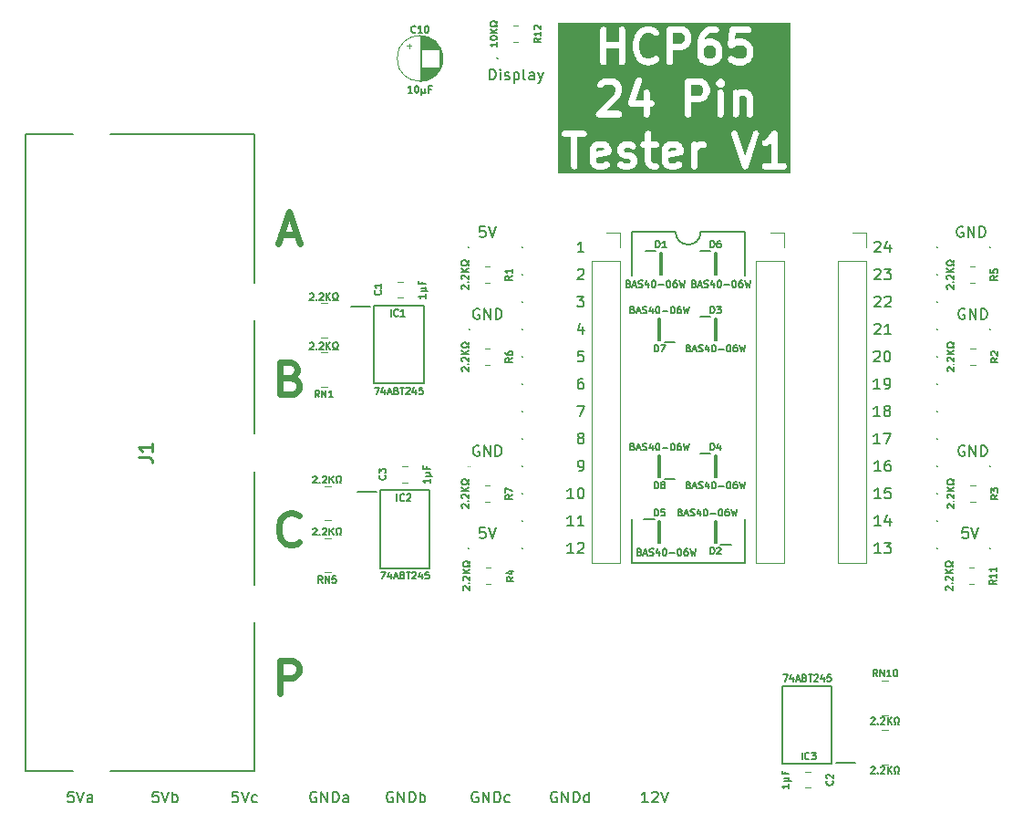
<source format=gto>
%TF.GenerationSoftware,KiCad,Pcbnew,9.0.7-9.0.7~ubuntu24.04.1*%
%TF.CreationDate,2026-01-11T20:57:21+02:00*%
%TF.ProjectId,HCP65 24 Pin Tester,48435036-3520-4323-9420-50696e205465,V1*%
%TF.SameCoordinates,Original*%
%TF.FileFunction,Legend,Top*%
%TF.FilePolarity,Positive*%
%FSLAX46Y46*%
G04 Gerber Fmt 4.6, Leading zero omitted, Abs format (unit mm)*
G04 Created by KiCad (PCBNEW 9.0.7-9.0.7~ubuntu24.04.1) date 2026-01-11 20:57:21*
%MOMM*%
%LPD*%
G01*
G04 APERTURE LIST*
%ADD10C,0.150000*%
%ADD11C,0.200000*%
%ADD12C,0.600000*%
%ADD13C,0.254000*%
%ADD14C,0.120000*%
%ADD15C,0.100000*%
G04 APERTURE END LIST*
D10*
X49679137Y-4930863D02*
X45615137Y-4930863D01*
X49701274Y-35686999D02*
X39243000Y-35687000D01*
X39220863Y-4930863D02*
X39220863Y-8994863D01*
X49701274Y-35686999D02*
X49701273Y-31623000D01*
X49679137Y-4930863D02*
X49679137Y-8994863D01*
X39243000Y-35687000D02*
X39243000Y-31623000D01*
X45615137Y-4930863D02*
G75*
G02*
X43284863Y-4930863I-1165137J0D01*
G01*
X39220863Y-4930863D02*
X43284863Y-4930863D01*
X25590523Y-32347819D02*
X25114333Y-32347819D01*
X25114333Y-32347819D02*
X25066714Y-32824009D01*
X25066714Y-32824009D02*
X25114333Y-32776390D01*
X25114333Y-32776390D02*
X25209571Y-32728771D01*
X25209571Y-32728771D02*
X25447666Y-32728771D01*
X25447666Y-32728771D02*
X25542904Y-32776390D01*
X25542904Y-32776390D02*
X25590523Y-32824009D01*
X25590523Y-32824009D02*
X25638142Y-32919247D01*
X25638142Y-32919247D02*
X25638142Y-33157342D01*
X25638142Y-33157342D02*
X25590523Y-33252580D01*
X25590523Y-33252580D02*
X25542904Y-33300200D01*
X25542904Y-33300200D02*
X25447666Y-33347819D01*
X25447666Y-33347819D02*
X25209571Y-33347819D01*
X25209571Y-33347819D02*
X25114333Y-33300200D01*
X25114333Y-33300200D02*
X25066714Y-33252580D01*
X25923857Y-32347819D02*
X26257190Y-33347819D01*
X26257190Y-33347819D02*
X26590523Y-32347819D01*
D11*
X2627954Y-56856715D02*
X2151764Y-56856715D01*
X2151764Y-56856715D02*
X2104145Y-57332905D01*
X2104145Y-57332905D02*
X2151764Y-57285286D01*
X2151764Y-57285286D02*
X2247002Y-57237667D01*
X2247002Y-57237667D02*
X2485097Y-57237667D01*
X2485097Y-57237667D02*
X2580335Y-57285286D01*
X2580335Y-57285286D02*
X2627954Y-57332905D01*
X2627954Y-57332905D02*
X2675573Y-57428143D01*
X2675573Y-57428143D02*
X2675573Y-57666238D01*
X2675573Y-57666238D02*
X2627954Y-57761476D01*
X2627954Y-57761476D02*
X2580335Y-57809096D01*
X2580335Y-57809096D02*
X2485097Y-57856715D01*
X2485097Y-57856715D02*
X2247002Y-57856715D01*
X2247002Y-57856715D02*
X2151764Y-57809096D01*
X2151764Y-57809096D02*
X2104145Y-57761476D01*
X2961288Y-56856715D02*
X3294621Y-57856715D01*
X3294621Y-57856715D02*
X3627954Y-56856715D01*
X4389859Y-57809096D02*
X4294621Y-57856715D01*
X4294621Y-57856715D02*
X4104145Y-57856715D01*
X4104145Y-57856715D02*
X4008907Y-57809096D01*
X4008907Y-57809096D02*
X3961288Y-57761476D01*
X3961288Y-57761476D02*
X3913669Y-57666238D01*
X3913669Y-57666238D02*
X3913669Y-57380524D01*
X3913669Y-57380524D02*
X3961288Y-57285286D01*
X3961288Y-57285286D02*
X4008907Y-57237667D01*
X4008907Y-57237667D02*
X4104145Y-57190048D01*
X4104145Y-57190048D02*
X4294621Y-57190048D01*
X4294621Y-57190048D02*
X4389859Y-57237667D01*
D10*
X33810458Y-32204819D02*
X33239030Y-32204819D01*
X33524744Y-32204819D02*
X33524744Y-31204819D01*
X33524744Y-31204819D02*
X33429506Y-31347676D01*
X33429506Y-31347676D02*
X33334268Y-31442914D01*
X33334268Y-31442914D02*
X33239030Y-31490533D01*
X34762839Y-32204819D02*
X34191411Y-32204819D01*
X34477125Y-32204819D02*
X34477125Y-31204819D01*
X34477125Y-31204819D02*
X34381887Y-31347676D01*
X34381887Y-31347676D02*
X34286649Y-31442914D01*
X34286649Y-31442914D02*
X34191411Y-31490533D01*
D11*
X25995619Y9199780D02*
X25995619Y10199780D01*
X25995619Y10199780D02*
X26233714Y10199780D01*
X26233714Y10199780D02*
X26376571Y10152161D01*
X26376571Y10152161D02*
X26471809Y10056923D01*
X26471809Y10056923D02*
X26519428Y9961685D01*
X26519428Y9961685D02*
X26567047Y9771209D01*
X26567047Y9771209D02*
X26567047Y9628352D01*
X26567047Y9628352D02*
X26519428Y9437876D01*
X26519428Y9437876D02*
X26471809Y9342638D01*
X26471809Y9342638D02*
X26376571Y9247400D01*
X26376571Y9247400D02*
X26233714Y9199780D01*
X26233714Y9199780D02*
X25995619Y9199780D01*
X26995619Y9199780D02*
X26995619Y9866447D01*
X26995619Y10199780D02*
X26948000Y10152161D01*
X26948000Y10152161D02*
X26995619Y10104542D01*
X26995619Y10104542D02*
X27043238Y10152161D01*
X27043238Y10152161D02*
X26995619Y10199780D01*
X26995619Y10199780D02*
X26995619Y10104542D01*
X27424190Y9247400D02*
X27519428Y9199780D01*
X27519428Y9199780D02*
X27709904Y9199780D01*
X27709904Y9199780D02*
X27805142Y9247400D01*
X27805142Y9247400D02*
X27852761Y9342638D01*
X27852761Y9342638D02*
X27852761Y9390257D01*
X27852761Y9390257D02*
X27805142Y9485495D01*
X27805142Y9485495D02*
X27709904Y9533114D01*
X27709904Y9533114D02*
X27567047Y9533114D01*
X27567047Y9533114D02*
X27471809Y9580733D01*
X27471809Y9580733D02*
X27424190Y9675971D01*
X27424190Y9675971D02*
X27424190Y9723590D01*
X27424190Y9723590D02*
X27471809Y9818828D01*
X27471809Y9818828D02*
X27567047Y9866447D01*
X27567047Y9866447D02*
X27709904Y9866447D01*
X27709904Y9866447D02*
X27805142Y9818828D01*
X28281333Y9866447D02*
X28281333Y8866447D01*
X28281333Y9818828D02*
X28376571Y9866447D01*
X28376571Y9866447D02*
X28567047Y9866447D01*
X28567047Y9866447D02*
X28662285Y9818828D01*
X28662285Y9818828D02*
X28709904Y9771209D01*
X28709904Y9771209D02*
X28757523Y9675971D01*
X28757523Y9675971D02*
X28757523Y9390257D01*
X28757523Y9390257D02*
X28709904Y9295019D01*
X28709904Y9295019D02*
X28662285Y9247400D01*
X28662285Y9247400D02*
X28567047Y9199780D01*
X28567047Y9199780D02*
X28376571Y9199780D01*
X28376571Y9199780D02*
X28281333Y9247400D01*
X29328952Y9199780D02*
X29233714Y9247400D01*
X29233714Y9247400D02*
X29186095Y9342638D01*
X29186095Y9342638D02*
X29186095Y10199780D01*
X30138476Y9199780D02*
X30138476Y9723590D01*
X30138476Y9723590D02*
X30090857Y9818828D01*
X30090857Y9818828D02*
X29995619Y9866447D01*
X29995619Y9866447D02*
X29805143Y9866447D01*
X29805143Y9866447D02*
X29709905Y9818828D01*
X30138476Y9247400D02*
X30043238Y9199780D01*
X30043238Y9199780D02*
X29805143Y9199780D01*
X29805143Y9199780D02*
X29709905Y9247400D01*
X29709905Y9247400D02*
X29662286Y9342638D01*
X29662286Y9342638D02*
X29662286Y9437876D01*
X29662286Y9437876D02*
X29709905Y9533114D01*
X29709905Y9533114D02*
X29805143Y9580733D01*
X29805143Y9580733D02*
X30043238Y9580733D01*
X30043238Y9580733D02*
X30138476Y9628352D01*
X30519429Y9866447D02*
X30757524Y9199780D01*
X30995619Y9866447D02*
X30757524Y9199780D01*
X30757524Y9199780D02*
X30662286Y8961685D01*
X30662286Y8961685D02*
X30614667Y8914066D01*
X30614667Y8914066D02*
X30519429Y8866447D01*
D10*
X25048594Y-12075438D02*
X24953356Y-12027819D01*
X24953356Y-12027819D02*
X24810499Y-12027819D01*
X24810499Y-12027819D02*
X24667642Y-12075438D01*
X24667642Y-12075438D02*
X24572404Y-12170676D01*
X24572404Y-12170676D02*
X24524785Y-12265914D01*
X24524785Y-12265914D02*
X24477166Y-12456390D01*
X24477166Y-12456390D02*
X24477166Y-12599247D01*
X24477166Y-12599247D02*
X24524785Y-12789723D01*
X24524785Y-12789723D02*
X24572404Y-12884961D01*
X24572404Y-12884961D02*
X24667642Y-12980200D01*
X24667642Y-12980200D02*
X24810499Y-13027819D01*
X24810499Y-13027819D02*
X24905737Y-13027819D01*
X24905737Y-13027819D02*
X25048594Y-12980200D01*
X25048594Y-12980200D02*
X25096213Y-12932580D01*
X25096213Y-12932580D02*
X25096213Y-12599247D01*
X25096213Y-12599247D02*
X24905737Y-12599247D01*
X25524785Y-13027819D02*
X25524785Y-12027819D01*
X25524785Y-12027819D02*
X26096213Y-13027819D01*
X26096213Y-13027819D02*
X26096213Y-12027819D01*
X26572404Y-13027819D02*
X26572404Y-12027819D01*
X26572404Y-12027819D02*
X26810499Y-12027819D01*
X26810499Y-12027819D02*
X26953356Y-12075438D01*
X26953356Y-12075438D02*
X27048594Y-12170676D01*
X27048594Y-12170676D02*
X27096213Y-12265914D01*
X27096213Y-12265914D02*
X27143832Y-12456390D01*
X27143832Y-12456390D02*
X27143832Y-12599247D01*
X27143832Y-12599247D02*
X27096213Y-12789723D01*
X27096213Y-12789723D02*
X27048594Y-12884961D01*
X27048594Y-12884961D02*
X26953356Y-12980200D01*
X26953356Y-12980200D02*
X26810499Y-13027819D01*
X26810499Y-13027819D02*
X26572404Y-13027819D01*
X33810458Y-34744819D02*
X33239030Y-34744819D01*
X33524744Y-34744819D02*
X33524744Y-33744819D01*
X33524744Y-33744819D02*
X33429506Y-33887676D01*
X33429506Y-33887676D02*
X33334268Y-33982914D01*
X33334268Y-33982914D02*
X33239030Y-34030533D01*
X34191411Y-33840057D02*
X34239030Y-33792438D01*
X34239030Y-33792438D02*
X34334268Y-33744819D01*
X34334268Y-33744819D02*
X34572363Y-33744819D01*
X34572363Y-33744819D02*
X34667601Y-33792438D01*
X34667601Y-33792438D02*
X34715220Y-33840057D01*
X34715220Y-33840057D02*
X34762839Y-33935295D01*
X34762839Y-33935295D02*
X34762839Y-34030533D01*
X34762839Y-34030533D02*
X34715220Y-34173390D01*
X34715220Y-34173390D02*
X34143792Y-34744819D01*
X34143792Y-34744819D02*
X34762839Y-34744819D01*
X61757160Y-10980057D02*
X61804779Y-10932438D01*
X61804779Y-10932438D02*
X61900017Y-10884819D01*
X61900017Y-10884819D02*
X62138112Y-10884819D01*
X62138112Y-10884819D02*
X62233350Y-10932438D01*
X62233350Y-10932438D02*
X62280969Y-10980057D01*
X62280969Y-10980057D02*
X62328588Y-11075295D01*
X62328588Y-11075295D02*
X62328588Y-11170533D01*
X62328588Y-11170533D02*
X62280969Y-11313390D01*
X62280969Y-11313390D02*
X61709541Y-11884819D01*
X61709541Y-11884819D02*
X62328588Y-11884819D01*
X62709541Y-10980057D02*
X62757160Y-10932438D01*
X62757160Y-10932438D02*
X62852398Y-10884819D01*
X62852398Y-10884819D02*
X63090493Y-10884819D01*
X63090493Y-10884819D02*
X63185731Y-10932438D01*
X63185731Y-10932438D02*
X63233350Y-10980057D01*
X63233350Y-10980057D02*
X63280969Y-11075295D01*
X63280969Y-11075295D02*
X63280969Y-11170533D01*
X63280969Y-11170533D02*
X63233350Y-11313390D01*
X63233350Y-11313390D02*
X62661922Y-11884819D01*
X62661922Y-11884819D02*
X63280969Y-11884819D01*
D12*
X7580285Y-18443557D02*
X8008857Y-18586414D01*
X8008857Y-18586414D02*
X8151714Y-18729271D01*
X8151714Y-18729271D02*
X8294571Y-19014986D01*
X8294571Y-19014986D02*
X8294571Y-19443557D01*
X8294571Y-19443557D02*
X8151714Y-19729271D01*
X8151714Y-19729271D02*
X8008857Y-19872129D01*
X8008857Y-19872129D02*
X7723142Y-20014986D01*
X7723142Y-20014986D02*
X6580285Y-20014986D01*
X6580285Y-20014986D02*
X6580285Y-17014986D01*
X6580285Y-17014986D02*
X7580285Y-17014986D01*
X7580285Y-17014986D02*
X7866000Y-17157843D01*
X7866000Y-17157843D02*
X8008857Y-17300700D01*
X8008857Y-17300700D02*
X8151714Y-17586414D01*
X8151714Y-17586414D02*
X8151714Y-17872129D01*
X8151714Y-17872129D02*
X8008857Y-18157843D01*
X8008857Y-18157843D02*
X7866000Y-18300700D01*
X7866000Y-18300700D02*
X7580285Y-18443557D01*
X7580285Y-18443557D02*
X6580285Y-18443557D01*
D10*
X69961095Y-4455438D02*
X69865857Y-4407819D01*
X69865857Y-4407819D02*
X69723000Y-4407819D01*
X69723000Y-4407819D02*
X69580143Y-4455438D01*
X69580143Y-4455438D02*
X69484905Y-4550676D01*
X69484905Y-4550676D02*
X69437286Y-4645914D01*
X69437286Y-4645914D02*
X69389667Y-4836390D01*
X69389667Y-4836390D02*
X69389667Y-4979247D01*
X69389667Y-4979247D02*
X69437286Y-5169723D01*
X69437286Y-5169723D02*
X69484905Y-5264961D01*
X69484905Y-5264961D02*
X69580143Y-5360200D01*
X69580143Y-5360200D02*
X69723000Y-5407819D01*
X69723000Y-5407819D02*
X69818238Y-5407819D01*
X69818238Y-5407819D02*
X69961095Y-5360200D01*
X69961095Y-5360200D02*
X70008714Y-5312580D01*
X70008714Y-5312580D02*
X70008714Y-4979247D01*
X70008714Y-4979247D02*
X69818238Y-4979247D01*
X70437286Y-5407819D02*
X70437286Y-4407819D01*
X70437286Y-4407819D02*
X71008714Y-5407819D01*
X71008714Y-5407819D02*
X71008714Y-4407819D01*
X71484905Y-5407819D02*
X71484905Y-4407819D01*
X71484905Y-4407819D02*
X71723000Y-4407819D01*
X71723000Y-4407819D02*
X71865857Y-4455438D01*
X71865857Y-4455438D02*
X71961095Y-4550676D01*
X71961095Y-4550676D02*
X72008714Y-4645914D01*
X72008714Y-4645914D02*
X72056333Y-4836390D01*
X72056333Y-4836390D02*
X72056333Y-4979247D01*
X72056333Y-4979247D02*
X72008714Y-5169723D01*
X72008714Y-5169723D02*
X71961095Y-5264961D01*
X71961095Y-5264961D02*
X71865857Y-5360200D01*
X71865857Y-5360200D02*
X71723000Y-5407819D01*
X71723000Y-5407819D02*
X71484905Y-5407819D01*
D11*
X32258716Y-56904334D02*
X32163478Y-56856715D01*
X32163478Y-56856715D02*
X32020621Y-56856715D01*
X32020621Y-56856715D02*
X31877764Y-56904334D01*
X31877764Y-56904334D02*
X31782526Y-56999572D01*
X31782526Y-56999572D02*
X31734907Y-57094810D01*
X31734907Y-57094810D02*
X31687288Y-57285286D01*
X31687288Y-57285286D02*
X31687288Y-57428143D01*
X31687288Y-57428143D02*
X31734907Y-57618619D01*
X31734907Y-57618619D02*
X31782526Y-57713857D01*
X31782526Y-57713857D02*
X31877764Y-57809096D01*
X31877764Y-57809096D02*
X32020621Y-57856715D01*
X32020621Y-57856715D02*
X32115859Y-57856715D01*
X32115859Y-57856715D02*
X32258716Y-57809096D01*
X32258716Y-57809096D02*
X32306335Y-57761476D01*
X32306335Y-57761476D02*
X32306335Y-57428143D01*
X32306335Y-57428143D02*
X32115859Y-57428143D01*
X32734907Y-57856715D02*
X32734907Y-56856715D01*
X32734907Y-56856715D02*
X33306335Y-57856715D01*
X33306335Y-57856715D02*
X33306335Y-56856715D01*
X33782526Y-57856715D02*
X33782526Y-56856715D01*
X33782526Y-56856715D02*
X34020621Y-56856715D01*
X34020621Y-56856715D02*
X34163478Y-56904334D01*
X34163478Y-56904334D02*
X34258716Y-56999572D01*
X34258716Y-56999572D02*
X34306335Y-57094810D01*
X34306335Y-57094810D02*
X34353954Y-57285286D01*
X34353954Y-57285286D02*
X34353954Y-57428143D01*
X34353954Y-57428143D02*
X34306335Y-57618619D01*
X34306335Y-57618619D02*
X34258716Y-57713857D01*
X34258716Y-57713857D02*
X34163478Y-57809096D01*
X34163478Y-57809096D02*
X34020621Y-57856715D01*
X34020621Y-57856715D02*
X33782526Y-57856715D01*
X35211097Y-57856715D02*
X35211097Y-56856715D01*
X35211097Y-57809096D02*
X35115859Y-57856715D01*
X35115859Y-57856715D02*
X34925383Y-57856715D01*
X34925383Y-57856715D02*
X34830145Y-57809096D01*
X34830145Y-57809096D02*
X34782526Y-57761476D01*
X34782526Y-57761476D02*
X34734907Y-57666238D01*
X34734907Y-57666238D02*
X34734907Y-57380524D01*
X34734907Y-57380524D02*
X34782526Y-57285286D01*
X34782526Y-57285286D02*
X34830145Y-57237667D01*
X34830145Y-57237667D02*
X34925383Y-57190048D01*
X34925383Y-57190048D02*
X35115859Y-57190048D01*
X35115859Y-57190048D02*
X35211097Y-57237667D01*
D10*
X25590523Y-4407819D02*
X25114333Y-4407819D01*
X25114333Y-4407819D02*
X25066714Y-4884009D01*
X25066714Y-4884009D02*
X25114333Y-4836390D01*
X25114333Y-4836390D02*
X25209571Y-4788771D01*
X25209571Y-4788771D02*
X25447666Y-4788771D01*
X25447666Y-4788771D02*
X25542904Y-4836390D01*
X25542904Y-4836390D02*
X25590523Y-4884009D01*
X25590523Y-4884009D02*
X25638142Y-4979247D01*
X25638142Y-4979247D02*
X25638142Y-5217342D01*
X25638142Y-5217342D02*
X25590523Y-5312580D01*
X25590523Y-5312580D02*
X25542904Y-5360200D01*
X25542904Y-5360200D02*
X25447666Y-5407819D01*
X25447666Y-5407819D02*
X25209571Y-5407819D01*
X25209571Y-5407819D02*
X25114333Y-5360200D01*
X25114333Y-5360200D02*
X25066714Y-5312580D01*
X25923857Y-4407819D02*
X26257190Y-5407819D01*
X26257190Y-5407819D02*
X26590523Y-4407819D01*
X34667601Y-18504819D02*
X34477125Y-18504819D01*
X34477125Y-18504819D02*
X34381887Y-18552438D01*
X34381887Y-18552438D02*
X34334268Y-18600057D01*
X34334268Y-18600057D02*
X34239030Y-18742914D01*
X34239030Y-18742914D02*
X34191411Y-18933390D01*
X34191411Y-18933390D02*
X34191411Y-19314342D01*
X34191411Y-19314342D02*
X34239030Y-19409580D01*
X34239030Y-19409580D02*
X34286649Y-19457200D01*
X34286649Y-19457200D02*
X34381887Y-19504819D01*
X34381887Y-19504819D02*
X34572363Y-19504819D01*
X34572363Y-19504819D02*
X34667601Y-19457200D01*
X34667601Y-19457200D02*
X34715220Y-19409580D01*
X34715220Y-19409580D02*
X34762839Y-19314342D01*
X34762839Y-19314342D02*
X34762839Y-19076247D01*
X34762839Y-19076247D02*
X34715220Y-18981009D01*
X34715220Y-18981009D02*
X34667601Y-18933390D01*
X34667601Y-18933390D02*
X34572363Y-18885771D01*
X34572363Y-18885771D02*
X34381887Y-18885771D01*
X34381887Y-18885771D02*
X34286649Y-18933390D01*
X34286649Y-18933390D02*
X34239030Y-18981009D01*
X34239030Y-18981009D02*
X34191411Y-19076247D01*
D11*
X17018716Y-56904334D02*
X16923478Y-56856715D01*
X16923478Y-56856715D02*
X16780621Y-56856715D01*
X16780621Y-56856715D02*
X16637764Y-56904334D01*
X16637764Y-56904334D02*
X16542526Y-56999572D01*
X16542526Y-56999572D02*
X16494907Y-57094810D01*
X16494907Y-57094810D02*
X16447288Y-57285286D01*
X16447288Y-57285286D02*
X16447288Y-57428143D01*
X16447288Y-57428143D02*
X16494907Y-57618619D01*
X16494907Y-57618619D02*
X16542526Y-57713857D01*
X16542526Y-57713857D02*
X16637764Y-57809096D01*
X16637764Y-57809096D02*
X16780621Y-57856715D01*
X16780621Y-57856715D02*
X16875859Y-57856715D01*
X16875859Y-57856715D02*
X17018716Y-57809096D01*
X17018716Y-57809096D02*
X17066335Y-57761476D01*
X17066335Y-57761476D02*
X17066335Y-57428143D01*
X17066335Y-57428143D02*
X16875859Y-57428143D01*
X17494907Y-57856715D02*
X17494907Y-56856715D01*
X17494907Y-56856715D02*
X18066335Y-57856715D01*
X18066335Y-57856715D02*
X18066335Y-56856715D01*
X18542526Y-57856715D02*
X18542526Y-56856715D01*
X18542526Y-56856715D02*
X18780621Y-56856715D01*
X18780621Y-56856715D02*
X18923478Y-56904334D01*
X18923478Y-56904334D02*
X19018716Y-56999572D01*
X19018716Y-56999572D02*
X19066335Y-57094810D01*
X19066335Y-57094810D02*
X19113954Y-57285286D01*
X19113954Y-57285286D02*
X19113954Y-57428143D01*
X19113954Y-57428143D02*
X19066335Y-57618619D01*
X19066335Y-57618619D02*
X19018716Y-57713857D01*
X19018716Y-57713857D02*
X18923478Y-57809096D01*
X18923478Y-57809096D02*
X18780621Y-57856715D01*
X18780621Y-57856715D02*
X18542526Y-57856715D01*
X19542526Y-57856715D02*
X19542526Y-56856715D01*
X19542526Y-57237667D02*
X19637764Y-57190048D01*
X19637764Y-57190048D02*
X19828240Y-57190048D01*
X19828240Y-57190048D02*
X19923478Y-57237667D01*
X19923478Y-57237667D02*
X19971097Y-57285286D01*
X19971097Y-57285286D02*
X20018716Y-57380524D01*
X20018716Y-57380524D02*
X20018716Y-57666238D01*
X20018716Y-57666238D02*
X19971097Y-57761476D01*
X19971097Y-57761476D02*
X19923478Y-57809096D01*
X19923478Y-57809096D02*
X19828240Y-57856715D01*
X19828240Y-57856715D02*
X19637764Y-57856715D01*
X19637764Y-57856715D02*
X19542526Y-57809096D01*
D10*
X34762839Y-6804819D02*
X34191411Y-6804819D01*
X34477125Y-6804819D02*
X34477125Y-5804819D01*
X34477125Y-5804819D02*
X34381887Y-5947676D01*
X34381887Y-5947676D02*
X34286649Y-6042914D01*
X34286649Y-6042914D02*
X34191411Y-6090533D01*
X62258458Y-24584819D02*
X61687030Y-24584819D01*
X61972744Y-24584819D02*
X61972744Y-23584819D01*
X61972744Y-23584819D02*
X61877506Y-23727676D01*
X61877506Y-23727676D02*
X61782268Y-23822914D01*
X61782268Y-23822914D02*
X61687030Y-23870533D01*
X62591792Y-23584819D02*
X63258458Y-23584819D01*
X63258458Y-23584819D02*
X62829887Y-24584819D01*
D11*
X-4761855Y-56856715D02*
X-5238045Y-56856715D01*
X-5238045Y-56856715D02*
X-5285664Y-57332905D01*
X-5285664Y-57332905D02*
X-5238045Y-57285286D01*
X-5238045Y-57285286D02*
X-5142807Y-57237667D01*
X-5142807Y-57237667D02*
X-4904712Y-57237667D01*
X-4904712Y-57237667D02*
X-4809474Y-57285286D01*
X-4809474Y-57285286D02*
X-4761855Y-57332905D01*
X-4761855Y-57332905D02*
X-4714236Y-57428143D01*
X-4714236Y-57428143D02*
X-4714236Y-57666238D01*
X-4714236Y-57666238D02*
X-4761855Y-57761476D01*
X-4761855Y-57761476D02*
X-4809474Y-57809096D01*
X-4809474Y-57809096D02*
X-4904712Y-57856715D01*
X-4904712Y-57856715D02*
X-5142807Y-57856715D01*
X-5142807Y-57856715D02*
X-5238045Y-57809096D01*
X-5238045Y-57809096D02*
X-5285664Y-57761476D01*
X-4428521Y-56856715D02*
X-4095188Y-57856715D01*
X-4095188Y-57856715D02*
X-3761855Y-56856715D01*
X-3428521Y-57856715D02*
X-3428521Y-56856715D01*
X-3428521Y-57237667D02*
X-3333283Y-57190048D01*
X-3333283Y-57190048D02*
X-3142807Y-57190048D01*
X-3142807Y-57190048D02*
X-3047569Y-57237667D01*
X-3047569Y-57237667D02*
X-2999950Y-57285286D01*
X-2999950Y-57285286D02*
X-2952331Y-57380524D01*
X-2952331Y-57380524D02*
X-2952331Y-57666238D01*
X-2952331Y-57666238D02*
X-2999950Y-57761476D01*
X-2999950Y-57761476D02*
X-3047569Y-57809096D01*
X-3047569Y-57809096D02*
X-3142807Y-57856715D01*
X-3142807Y-57856715D02*
X-3333283Y-57856715D01*
X-3333283Y-57856715D02*
X-3428521Y-57809096D01*
D10*
X34381887Y-24013390D02*
X34286649Y-23965771D01*
X34286649Y-23965771D02*
X34239030Y-23918152D01*
X34239030Y-23918152D02*
X34191411Y-23822914D01*
X34191411Y-23822914D02*
X34191411Y-23775295D01*
X34191411Y-23775295D02*
X34239030Y-23680057D01*
X34239030Y-23680057D02*
X34286649Y-23632438D01*
X34286649Y-23632438D02*
X34381887Y-23584819D01*
X34381887Y-23584819D02*
X34572363Y-23584819D01*
X34572363Y-23584819D02*
X34667601Y-23632438D01*
X34667601Y-23632438D02*
X34715220Y-23680057D01*
X34715220Y-23680057D02*
X34762839Y-23775295D01*
X34762839Y-23775295D02*
X34762839Y-23822914D01*
X34762839Y-23822914D02*
X34715220Y-23918152D01*
X34715220Y-23918152D02*
X34667601Y-23965771D01*
X34667601Y-23965771D02*
X34572363Y-24013390D01*
X34572363Y-24013390D02*
X34381887Y-24013390D01*
X34381887Y-24013390D02*
X34286649Y-24061009D01*
X34286649Y-24061009D02*
X34239030Y-24108628D01*
X34239030Y-24108628D02*
X34191411Y-24203866D01*
X34191411Y-24203866D02*
X34191411Y-24394342D01*
X34191411Y-24394342D02*
X34239030Y-24489580D01*
X34239030Y-24489580D02*
X34286649Y-24537200D01*
X34286649Y-24537200D02*
X34381887Y-24584819D01*
X34381887Y-24584819D02*
X34572363Y-24584819D01*
X34572363Y-24584819D02*
X34667601Y-24537200D01*
X34667601Y-24537200D02*
X34715220Y-24489580D01*
X34715220Y-24489580D02*
X34762839Y-24394342D01*
X34762839Y-24394342D02*
X34762839Y-24203866D01*
X34762839Y-24203866D02*
X34715220Y-24108628D01*
X34715220Y-24108628D02*
X34667601Y-24061009D01*
X34667601Y-24061009D02*
X34572363Y-24013390D01*
X34191411Y-8440057D02*
X34239030Y-8392438D01*
X34239030Y-8392438D02*
X34334268Y-8344819D01*
X34334268Y-8344819D02*
X34572363Y-8344819D01*
X34572363Y-8344819D02*
X34667601Y-8392438D01*
X34667601Y-8392438D02*
X34715220Y-8440057D01*
X34715220Y-8440057D02*
X34762839Y-8535295D01*
X34762839Y-8535295D02*
X34762839Y-8630533D01*
X34762839Y-8630533D02*
X34715220Y-8773390D01*
X34715220Y-8773390D02*
X34143792Y-9344819D01*
X34143792Y-9344819D02*
X34762839Y-9344819D01*
X61757160Y-5900057D02*
X61804779Y-5852438D01*
X61804779Y-5852438D02*
X61900017Y-5804819D01*
X61900017Y-5804819D02*
X62138112Y-5804819D01*
X62138112Y-5804819D02*
X62233350Y-5852438D01*
X62233350Y-5852438D02*
X62280969Y-5900057D01*
X62280969Y-5900057D02*
X62328588Y-5995295D01*
X62328588Y-5995295D02*
X62328588Y-6090533D01*
X62328588Y-6090533D02*
X62280969Y-6233390D01*
X62280969Y-6233390D02*
X61709541Y-6804819D01*
X61709541Y-6804819D02*
X62328588Y-6804819D01*
X63185731Y-6138152D02*
X63185731Y-6804819D01*
X62947636Y-5757200D02*
X62709541Y-6471485D01*
X62709541Y-6471485D02*
X63328588Y-6471485D01*
D12*
X6580285Y-47711657D02*
X6580285Y-44711657D01*
X6580285Y-44711657D02*
X7723142Y-44711657D01*
X7723142Y-44711657D02*
X8008857Y-44854514D01*
X8008857Y-44854514D02*
X8151714Y-44997371D01*
X8151714Y-44997371D02*
X8294571Y-45283085D01*
X8294571Y-45283085D02*
X8294571Y-45711657D01*
X8294571Y-45711657D02*
X8151714Y-45997371D01*
X8151714Y-45997371D02*
X8008857Y-46140228D01*
X8008857Y-46140228D02*
X7723142Y-46283085D01*
X7723142Y-46283085D02*
X6580285Y-46283085D01*
D11*
X24916525Y-56904334D02*
X24821287Y-56856715D01*
X24821287Y-56856715D02*
X24678430Y-56856715D01*
X24678430Y-56856715D02*
X24535573Y-56904334D01*
X24535573Y-56904334D02*
X24440335Y-56999572D01*
X24440335Y-56999572D02*
X24392716Y-57094810D01*
X24392716Y-57094810D02*
X24345097Y-57285286D01*
X24345097Y-57285286D02*
X24345097Y-57428143D01*
X24345097Y-57428143D02*
X24392716Y-57618619D01*
X24392716Y-57618619D02*
X24440335Y-57713857D01*
X24440335Y-57713857D02*
X24535573Y-57809096D01*
X24535573Y-57809096D02*
X24678430Y-57856715D01*
X24678430Y-57856715D02*
X24773668Y-57856715D01*
X24773668Y-57856715D02*
X24916525Y-57809096D01*
X24916525Y-57809096D02*
X24964144Y-57761476D01*
X24964144Y-57761476D02*
X24964144Y-57428143D01*
X24964144Y-57428143D02*
X24773668Y-57428143D01*
X25392716Y-57856715D02*
X25392716Y-56856715D01*
X25392716Y-56856715D02*
X25964144Y-57856715D01*
X25964144Y-57856715D02*
X25964144Y-56856715D01*
X26440335Y-57856715D02*
X26440335Y-56856715D01*
X26440335Y-56856715D02*
X26678430Y-56856715D01*
X26678430Y-56856715D02*
X26821287Y-56904334D01*
X26821287Y-56904334D02*
X26916525Y-56999572D01*
X26916525Y-56999572D02*
X26964144Y-57094810D01*
X26964144Y-57094810D02*
X27011763Y-57285286D01*
X27011763Y-57285286D02*
X27011763Y-57428143D01*
X27011763Y-57428143D02*
X26964144Y-57618619D01*
X26964144Y-57618619D02*
X26916525Y-57713857D01*
X26916525Y-57713857D02*
X26821287Y-57809096D01*
X26821287Y-57809096D02*
X26678430Y-57856715D01*
X26678430Y-57856715D02*
X26440335Y-57856715D01*
X27868906Y-57809096D02*
X27773668Y-57856715D01*
X27773668Y-57856715D02*
X27583192Y-57856715D01*
X27583192Y-57856715D02*
X27487954Y-57809096D01*
X27487954Y-57809096D02*
X27440335Y-57761476D01*
X27440335Y-57761476D02*
X27392716Y-57666238D01*
X27392716Y-57666238D02*
X27392716Y-57380524D01*
X27392716Y-57380524D02*
X27440335Y-57285286D01*
X27440335Y-57285286D02*
X27487954Y-57237667D01*
X27487954Y-57237667D02*
X27583192Y-57190048D01*
X27583192Y-57190048D02*
X27773668Y-57190048D01*
X27773668Y-57190048D02*
X27868906Y-57237667D01*
D10*
X62258458Y-19504819D02*
X61687030Y-19504819D01*
X61972744Y-19504819D02*
X61972744Y-18504819D01*
X61972744Y-18504819D02*
X61877506Y-18647676D01*
X61877506Y-18647676D02*
X61782268Y-18742914D01*
X61782268Y-18742914D02*
X61687030Y-18790533D01*
X62734649Y-19504819D02*
X62925125Y-19504819D01*
X62925125Y-19504819D02*
X63020363Y-19457200D01*
X63020363Y-19457200D02*
X63067982Y-19409580D01*
X63067982Y-19409580D02*
X63163220Y-19266723D01*
X63163220Y-19266723D02*
X63210839Y-19076247D01*
X63210839Y-19076247D02*
X63210839Y-18695295D01*
X63210839Y-18695295D02*
X63163220Y-18600057D01*
X63163220Y-18600057D02*
X63115601Y-18552438D01*
X63115601Y-18552438D02*
X63020363Y-18504819D01*
X63020363Y-18504819D02*
X62829887Y-18504819D01*
X62829887Y-18504819D02*
X62734649Y-18552438D01*
X62734649Y-18552438D02*
X62687030Y-18600057D01*
X62687030Y-18600057D02*
X62639411Y-18695295D01*
X62639411Y-18695295D02*
X62639411Y-18933390D01*
X62639411Y-18933390D02*
X62687030Y-19028628D01*
X62687030Y-19028628D02*
X62734649Y-19076247D01*
X62734649Y-19076247D02*
X62829887Y-19123866D01*
X62829887Y-19123866D02*
X63020363Y-19123866D01*
X63020363Y-19123866D02*
X63115601Y-19076247D01*
X63115601Y-19076247D02*
X63163220Y-19028628D01*
X63163220Y-19028628D02*
X63210839Y-18933390D01*
X62328588Y-27124819D02*
X61757160Y-27124819D01*
X62042874Y-27124819D02*
X62042874Y-26124819D01*
X62042874Y-26124819D02*
X61947636Y-26267676D01*
X61947636Y-26267676D02*
X61852398Y-26362914D01*
X61852398Y-26362914D02*
X61757160Y-26410533D01*
X63185731Y-26124819D02*
X62995255Y-26124819D01*
X62995255Y-26124819D02*
X62900017Y-26172438D01*
X62900017Y-26172438D02*
X62852398Y-26220057D01*
X62852398Y-26220057D02*
X62757160Y-26362914D01*
X62757160Y-26362914D02*
X62709541Y-26553390D01*
X62709541Y-26553390D02*
X62709541Y-26934342D01*
X62709541Y-26934342D02*
X62757160Y-27029580D01*
X62757160Y-27029580D02*
X62804779Y-27077200D01*
X62804779Y-27077200D02*
X62900017Y-27124819D01*
X62900017Y-27124819D02*
X63090493Y-27124819D01*
X63090493Y-27124819D02*
X63185731Y-27077200D01*
X63185731Y-27077200D02*
X63233350Y-27029580D01*
X63233350Y-27029580D02*
X63280969Y-26934342D01*
X63280969Y-26934342D02*
X63280969Y-26696247D01*
X63280969Y-26696247D02*
X63233350Y-26601009D01*
X63233350Y-26601009D02*
X63185731Y-26553390D01*
X63185731Y-26553390D02*
X63090493Y-26505771D01*
X63090493Y-26505771D02*
X62900017Y-26505771D01*
X62900017Y-26505771D02*
X62804779Y-26553390D01*
X62804779Y-26553390D02*
X62757160Y-26601009D01*
X62757160Y-26601009D02*
X62709541Y-26696247D01*
X62328588Y-34744819D02*
X61757160Y-34744819D01*
X62042874Y-34744819D02*
X62042874Y-33744819D01*
X62042874Y-33744819D02*
X61947636Y-33887676D01*
X61947636Y-33887676D02*
X61852398Y-33982914D01*
X61852398Y-33982914D02*
X61757160Y-34030533D01*
X62661922Y-33744819D02*
X63280969Y-33744819D01*
X63280969Y-33744819D02*
X62947636Y-34125771D01*
X62947636Y-34125771D02*
X63090493Y-34125771D01*
X63090493Y-34125771D02*
X63185731Y-34173390D01*
X63185731Y-34173390D02*
X63233350Y-34221009D01*
X63233350Y-34221009D02*
X63280969Y-34316247D01*
X63280969Y-34316247D02*
X63280969Y-34554342D01*
X63280969Y-34554342D02*
X63233350Y-34649580D01*
X63233350Y-34649580D02*
X63185731Y-34697200D01*
X63185731Y-34697200D02*
X63090493Y-34744819D01*
X63090493Y-34744819D02*
X62804779Y-34744819D01*
X62804779Y-34744819D02*
X62709541Y-34697200D01*
X62709541Y-34697200D02*
X62661922Y-34649580D01*
X34143792Y-21044819D02*
X34810458Y-21044819D01*
X34810458Y-21044819D02*
X34381887Y-22044819D01*
D11*
X40727954Y-57856715D02*
X40156526Y-57856715D01*
X40442240Y-57856715D02*
X40442240Y-56856715D01*
X40442240Y-56856715D02*
X40347002Y-56999572D01*
X40347002Y-56999572D02*
X40251764Y-57094810D01*
X40251764Y-57094810D02*
X40156526Y-57142429D01*
X41108907Y-56951953D02*
X41156526Y-56904334D01*
X41156526Y-56904334D02*
X41251764Y-56856715D01*
X41251764Y-56856715D02*
X41489859Y-56856715D01*
X41489859Y-56856715D02*
X41585097Y-56904334D01*
X41585097Y-56904334D02*
X41632716Y-56951953D01*
X41632716Y-56951953D02*
X41680335Y-57047191D01*
X41680335Y-57047191D02*
X41680335Y-57142429D01*
X41680335Y-57142429D02*
X41632716Y-57285286D01*
X41632716Y-57285286D02*
X41061288Y-57856715D01*
X41061288Y-57856715D02*
X41680335Y-57856715D01*
X41966050Y-56856715D02*
X42299383Y-57856715D01*
X42299383Y-57856715D02*
X42632716Y-56856715D01*
D10*
X70421523Y-32347819D02*
X69945333Y-32347819D01*
X69945333Y-32347819D02*
X69897714Y-32824009D01*
X69897714Y-32824009D02*
X69945333Y-32776390D01*
X69945333Y-32776390D02*
X70040571Y-32728771D01*
X70040571Y-32728771D02*
X70278666Y-32728771D01*
X70278666Y-32728771D02*
X70373904Y-32776390D01*
X70373904Y-32776390D02*
X70421523Y-32824009D01*
X70421523Y-32824009D02*
X70469142Y-32919247D01*
X70469142Y-32919247D02*
X70469142Y-33157342D01*
X70469142Y-33157342D02*
X70421523Y-33252580D01*
X70421523Y-33252580D02*
X70373904Y-33300200D01*
X70373904Y-33300200D02*
X70278666Y-33347819D01*
X70278666Y-33347819D02*
X70040571Y-33347819D01*
X70040571Y-33347819D02*
X69945333Y-33300200D01*
X69945333Y-33300200D02*
X69897714Y-33252580D01*
X70754857Y-32347819D02*
X71088190Y-33347819D01*
X71088190Y-33347819D02*
X71421523Y-32347819D01*
X61757160Y-13520057D02*
X61804779Y-13472438D01*
X61804779Y-13472438D02*
X61900017Y-13424819D01*
X61900017Y-13424819D02*
X62138112Y-13424819D01*
X62138112Y-13424819D02*
X62233350Y-13472438D01*
X62233350Y-13472438D02*
X62280969Y-13520057D01*
X62280969Y-13520057D02*
X62328588Y-13615295D01*
X62328588Y-13615295D02*
X62328588Y-13710533D01*
X62328588Y-13710533D02*
X62280969Y-13853390D01*
X62280969Y-13853390D02*
X61709541Y-14424819D01*
X61709541Y-14424819D02*
X62328588Y-14424819D01*
X63280969Y-14424819D02*
X62709541Y-14424819D01*
X62995255Y-14424819D02*
X62995255Y-13424819D01*
X62995255Y-13424819D02*
X62900017Y-13567676D01*
X62900017Y-13567676D02*
X62804779Y-13662914D01*
X62804779Y-13662914D02*
X62709541Y-13710533D01*
X25035095Y-24775438D02*
X24939857Y-24727819D01*
X24939857Y-24727819D02*
X24797000Y-24727819D01*
X24797000Y-24727819D02*
X24654143Y-24775438D01*
X24654143Y-24775438D02*
X24558905Y-24870676D01*
X24558905Y-24870676D02*
X24511286Y-24965914D01*
X24511286Y-24965914D02*
X24463667Y-25156390D01*
X24463667Y-25156390D02*
X24463667Y-25299247D01*
X24463667Y-25299247D02*
X24511286Y-25489723D01*
X24511286Y-25489723D02*
X24558905Y-25584961D01*
X24558905Y-25584961D02*
X24654143Y-25680200D01*
X24654143Y-25680200D02*
X24797000Y-25727819D01*
X24797000Y-25727819D02*
X24892238Y-25727819D01*
X24892238Y-25727819D02*
X25035095Y-25680200D01*
X25035095Y-25680200D02*
X25082714Y-25632580D01*
X25082714Y-25632580D02*
X25082714Y-25299247D01*
X25082714Y-25299247D02*
X24892238Y-25299247D01*
X25511286Y-25727819D02*
X25511286Y-24727819D01*
X25511286Y-24727819D02*
X26082714Y-25727819D01*
X26082714Y-25727819D02*
X26082714Y-24727819D01*
X26558905Y-25727819D02*
X26558905Y-24727819D01*
X26558905Y-24727819D02*
X26797000Y-24727819D01*
X26797000Y-24727819D02*
X26939857Y-24775438D01*
X26939857Y-24775438D02*
X27035095Y-24870676D01*
X27035095Y-24870676D02*
X27082714Y-24965914D01*
X27082714Y-24965914D02*
X27130333Y-25156390D01*
X27130333Y-25156390D02*
X27130333Y-25299247D01*
X27130333Y-25299247D02*
X27082714Y-25489723D01*
X27082714Y-25489723D02*
X27035095Y-25584961D01*
X27035095Y-25584961D02*
X26939857Y-25680200D01*
X26939857Y-25680200D02*
X26797000Y-25727819D01*
X26797000Y-25727819D02*
X26558905Y-25727819D01*
X62328588Y-32204819D02*
X61757160Y-32204819D01*
X62042874Y-32204819D02*
X62042874Y-31204819D01*
X62042874Y-31204819D02*
X61947636Y-31347676D01*
X61947636Y-31347676D02*
X61852398Y-31442914D01*
X61852398Y-31442914D02*
X61757160Y-31490533D01*
X63185731Y-31538152D02*
X63185731Y-32204819D01*
X62947636Y-31157200D02*
X62709541Y-31871485D01*
X62709541Y-31871485D02*
X63328588Y-31871485D01*
D12*
X6651714Y-5187843D02*
X8080286Y-5187843D01*
X6366000Y-6044986D02*
X7366000Y-3044986D01*
X7366000Y-3044986D02*
X8366000Y-6044986D01*
D10*
X61757160Y-8440057D02*
X61804779Y-8392438D01*
X61804779Y-8392438D02*
X61900017Y-8344819D01*
X61900017Y-8344819D02*
X62138112Y-8344819D01*
X62138112Y-8344819D02*
X62233350Y-8392438D01*
X62233350Y-8392438D02*
X62280969Y-8440057D01*
X62280969Y-8440057D02*
X62328588Y-8535295D01*
X62328588Y-8535295D02*
X62328588Y-8630533D01*
X62328588Y-8630533D02*
X62280969Y-8773390D01*
X62280969Y-8773390D02*
X61709541Y-9344819D01*
X61709541Y-9344819D02*
X62328588Y-9344819D01*
X62661922Y-8344819D02*
X63280969Y-8344819D01*
X63280969Y-8344819D02*
X62947636Y-8725771D01*
X62947636Y-8725771D02*
X63090493Y-8725771D01*
X63090493Y-8725771D02*
X63185731Y-8773390D01*
X63185731Y-8773390D02*
X63233350Y-8821009D01*
X63233350Y-8821009D02*
X63280969Y-8916247D01*
X63280969Y-8916247D02*
X63280969Y-9154342D01*
X63280969Y-9154342D02*
X63233350Y-9249580D01*
X63233350Y-9249580D02*
X63185731Y-9297200D01*
X63185731Y-9297200D02*
X63090493Y-9344819D01*
X63090493Y-9344819D02*
X62804779Y-9344819D01*
X62804779Y-9344819D02*
X62709541Y-9297200D01*
X62709541Y-9297200D02*
X62661922Y-9249580D01*
X33810458Y-29664819D02*
X33239030Y-29664819D01*
X33524744Y-29664819D02*
X33524744Y-28664819D01*
X33524744Y-28664819D02*
X33429506Y-28807676D01*
X33429506Y-28807676D02*
X33334268Y-28902914D01*
X33334268Y-28902914D02*
X33239030Y-28950533D01*
X34429506Y-28664819D02*
X34524744Y-28664819D01*
X34524744Y-28664819D02*
X34619982Y-28712438D01*
X34619982Y-28712438D02*
X34667601Y-28760057D01*
X34667601Y-28760057D02*
X34715220Y-28855295D01*
X34715220Y-28855295D02*
X34762839Y-29045771D01*
X34762839Y-29045771D02*
X34762839Y-29283866D01*
X34762839Y-29283866D02*
X34715220Y-29474342D01*
X34715220Y-29474342D02*
X34667601Y-29569580D01*
X34667601Y-29569580D02*
X34619982Y-29617200D01*
X34619982Y-29617200D02*
X34524744Y-29664819D01*
X34524744Y-29664819D02*
X34429506Y-29664819D01*
X34429506Y-29664819D02*
X34334268Y-29617200D01*
X34334268Y-29617200D02*
X34286649Y-29569580D01*
X34286649Y-29569580D02*
X34239030Y-29474342D01*
X34239030Y-29474342D02*
X34191411Y-29283866D01*
X34191411Y-29283866D02*
X34191411Y-29045771D01*
X34191411Y-29045771D02*
X34239030Y-28855295D01*
X34239030Y-28855295D02*
X34286649Y-28760057D01*
X34286649Y-28760057D02*
X34334268Y-28712438D01*
X34334268Y-28712438D02*
X34429506Y-28664819D01*
X34667601Y-13758152D02*
X34667601Y-14424819D01*
X34429506Y-13377200D02*
X34191411Y-14091485D01*
X34191411Y-14091485D02*
X34810458Y-14091485D01*
X61687030Y-16060057D02*
X61734649Y-16012438D01*
X61734649Y-16012438D02*
X61829887Y-15964819D01*
X61829887Y-15964819D02*
X62067982Y-15964819D01*
X62067982Y-15964819D02*
X62163220Y-16012438D01*
X62163220Y-16012438D02*
X62210839Y-16060057D01*
X62210839Y-16060057D02*
X62258458Y-16155295D01*
X62258458Y-16155295D02*
X62258458Y-16250533D01*
X62258458Y-16250533D02*
X62210839Y-16393390D01*
X62210839Y-16393390D02*
X61639411Y-16964819D01*
X61639411Y-16964819D02*
X62258458Y-16964819D01*
X62877506Y-15964819D02*
X62972744Y-15964819D01*
X62972744Y-15964819D02*
X63067982Y-16012438D01*
X63067982Y-16012438D02*
X63115601Y-16060057D01*
X63115601Y-16060057D02*
X63163220Y-16155295D01*
X63163220Y-16155295D02*
X63210839Y-16345771D01*
X63210839Y-16345771D02*
X63210839Y-16583866D01*
X63210839Y-16583866D02*
X63163220Y-16774342D01*
X63163220Y-16774342D02*
X63115601Y-16869580D01*
X63115601Y-16869580D02*
X63067982Y-16917200D01*
X63067982Y-16917200D02*
X62972744Y-16964819D01*
X62972744Y-16964819D02*
X62877506Y-16964819D01*
X62877506Y-16964819D02*
X62782268Y-16917200D01*
X62782268Y-16917200D02*
X62734649Y-16869580D01*
X62734649Y-16869580D02*
X62687030Y-16774342D01*
X62687030Y-16774342D02*
X62639411Y-16583866D01*
X62639411Y-16583866D02*
X62639411Y-16345771D01*
X62639411Y-16345771D02*
X62687030Y-16155295D01*
X62687030Y-16155295D02*
X62734649Y-16060057D01*
X62734649Y-16060057D02*
X62782268Y-16012438D01*
X62782268Y-16012438D02*
X62877506Y-15964819D01*
X34715220Y-15964819D02*
X34239030Y-15964819D01*
X34239030Y-15964819D02*
X34191411Y-16441009D01*
X34191411Y-16441009D02*
X34239030Y-16393390D01*
X34239030Y-16393390D02*
X34334268Y-16345771D01*
X34334268Y-16345771D02*
X34572363Y-16345771D01*
X34572363Y-16345771D02*
X34667601Y-16393390D01*
X34667601Y-16393390D02*
X34715220Y-16441009D01*
X34715220Y-16441009D02*
X34762839Y-16536247D01*
X34762839Y-16536247D02*
X34762839Y-16774342D01*
X34762839Y-16774342D02*
X34715220Y-16869580D01*
X34715220Y-16869580D02*
X34667601Y-16917200D01*
X34667601Y-16917200D02*
X34572363Y-16964819D01*
X34572363Y-16964819D02*
X34334268Y-16964819D01*
X34334268Y-16964819D02*
X34239030Y-16917200D01*
X34239030Y-16917200D02*
X34191411Y-16869580D01*
X62258458Y-22044819D02*
X61687030Y-22044819D01*
X61972744Y-22044819D02*
X61972744Y-21044819D01*
X61972744Y-21044819D02*
X61877506Y-21187676D01*
X61877506Y-21187676D02*
X61782268Y-21282914D01*
X61782268Y-21282914D02*
X61687030Y-21330533D01*
X62829887Y-21473390D02*
X62734649Y-21425771D01*
X62734649Y-21425771D02*
X62687030Y-21378152D01*
X62687030Y-21378152D02*
X62639411Y-21282914D01*
X62639411Y-21282914D02*
X62639411Y-21235295D01*
X62639411Y-21235295D02*
X62687030Y-21140057D01*
X62687030Y-21140057D02*
X62734649Y-21092438D01*
X62734649Y-21092438D02*
X62829887Y-21044819D01*
X62829887Y-21044819D02*
X63020363Y-21044819D01*
X63020363Y-21044819D02*
X63115601Y-21092438D01*
X63115601Y-21092438D02*
X63163220Y-21140057D01*
X63163220Y-21140057D02*
X63210839Y-21235295D01*
X63210839Y-21235295D02*
X63210839Y-21282914D01*
X63210839Y-21282914D02*
X63163220Y-21378152D01*
X63163220Y-21378152D02*
X63115601Y-21425771D01*
X63115601Y-21425771D02*
X63020363Y-21473390D01*
X63020363Y-21473390D02*
X62829887Y-21473390D01*
X62829887Y-21473390D02*
X62734649Y-21521009D01*
X62734649Y-21521009D02*
X62687030Y-21568628D01*
X62687030Y-21568628D02*
X62639411Y-21663866D01*
X62639411Y-21663866D02*
X62639411Y-21854342D01*
X62639411Y-21854342D02*
X62687030Y-21949580D01*
X62687030Y-21949580D02*
X62734649Y-21997200D01*
X62734649Y-21997200D02*
X62829887Y-22044819D01*
X62829887Y-22044819D02*
X63020363Y-22044819D01*
X63020363Y-22044819D02*
X63115601Y-21997200D01*
X63115601Y-21997200D02*
X63163220Y-21949580D01*
X63163220Y-21949580D02*
X63210839Y-21854342D01*
X63210839Y-21854342D02*
X63210839Y-21663866D01*
X63210839Y-21663866D02*
X63163220Y-21568628D01*
X63163220Y-21568628D02*
X63115601Y-21521009D01*
X63115601Y-21521009D02*
X63020363Y-21473390D01*
X70117594Y-12075438D02*
X70022356Y-12027819D01*
X70022356Y-12027819D02*
X69879499Y-12027819D01*
X69879499Y-12027819D02*
X69736642Y-12075438D01*
X69736642Y-12075438D02*
X69641404Y-12170676D01*
X69641404Y-12170676D02*
X69593785Y-12265914D01*
X69593785Y-12265914D02*
X69546166Y-12456390D01*
X69546166Y-12456390D02*
X69546166Y-12599247D01*
X69546166Y-12599247D02*
X69593785Y-12789723D01*
X69593785Y-12789723D02*
X69641404Y-12884961D01*
X69641404Y-12884961D02*
X69736642Y-12980200D01*
X69736642Y-12980200D02*
X69879499Y-13027819D01*
X69879499Y-13027819D02*
X69974737Y-13027819D01*
X69974737Y-13027819D02*
X70117594Y-12980200D01*
X70117594Y-12980200D02*
X70165213Y-12932580D01*
X70165213Y-12932580D02*
X70165213Y-12599247D01*
X70165213Y-12599247D02*
X69974737Y-12599247D01*
X70593785Y-13027819D02*
X70593785Y-12027819D01*
X70593785Y-12027819D02*
X71165213Y-13027819D01*
X71165213Y-13027819D02*
X71165213Y-12027819D01*
X71641404Y-13027819D02*
X71641404Y-12027819D01*
X71641404Y-12027819D02*
X71879499Y-12027819D01*
X71879499Y-12027819D02*
X72022356Y-12075438D01*
X72022356Y-12075438D02*
X72117594Y-12170676D01*
X72117594Y-12170676D02*
X72165213Y-12265914D01*
X72165213Y-12265914D02*
X72212832Y-12456390D01*
X72212832Y-12456390D02*
X72212832Y-12599247D01*
X72212832Y-12599247D02*
X72165213Y-12789723D01*
X72165213Y-12789723D02*
X72117594Y-12884961D01*
X72117594Y-12884961D02*
X72022356Y-12980200D01*
X72022356Y-12980200D02*
X71879499Y-13027819D01*
X71879499Y-13027819D02*
X71641404Y-13027819D01*
D12*
X8294571Y-33699271D02*
X8151714Y-33842129D01*
X8151714Y-33842129D02*
X7723142Y-33984986D01*
X7723142Y-33984986D02*
X7437428Y-33984986D01*
X7437428Y-33984986D02*
X7008857Y-33842129D01*
X7008857Y-33842129D02*
X6723142Y-33556414D01*
X6723142Y-33556414D02*
X6580285Y-33270700D01*
X6580285Y-33270700D02*
X6437428Y-32699271D01*
X6437428Y-32699271D02*
X6437428Y-32270700D01*
X6437428Y-32270700D02*
X6580285Y-31699271D01*
X6580285Y-31699271D02*
X6723142Y-31413557D01*
X6723142Y-31413557D02*
X7008857Y-31127843D01*
X7008857Y-31127843D02*
X7437428Y-30984986D01*
X7437428Y-30984986D02*
X7723142Y-30984986D01*
X7723142Y-30984986D02*
X8151714Y-31127843D01*
X8151714Y-31127843D02*
X8294571Y-31270700D01*
G36*
X36654820Y2813046D02*
G01*
X36707172Y2708343D01*
X35892713Y2545451D01*
X35892713Y2680119D01*
X35959176Y2813046D01*
X36092105Y2879510D01*
X36521893Y2879510D01*
X36654820Y2813046D01*
G37*
G36*
X43369106Y2813046D02*
G01*
X43421458Y2708343D01*
X42606999Y2545451D01*
X42606999Y2680119D01*
X42673462Y2813046D01*
X42806391Y2879510D01*
X43236179Y2879510D01*
X43369106Y2813046D01*
G37*
G36*
X45700721Y8619928D02*
G01*
X45774730Y8545920D01*
X45864143Y8367094D01*
X45864143Y8080162D01*
X45774730Y7901336D01*
X45700721Y7827327D01*
X45521894Y7737914D01*
X44749857Y7737914D01*
X44749857Y8709342D01*
X45521894Y8709342D01*
X45700721Y8619928D01*
G37*
G36*
X46843578Y12306904D02*
G01*
X46917587Y12232895D01*
X47007000Y12054069D01*
X47007000Y11481423D01*
X46917587Y11302597D01*
X46843578Y11228588D01*
X46664751Y11139174D01*
X46234963Y11139174D01*
X46056136Y11228587D01*
X45982127Y11302597D01*
X45892714Y11481423D01*
X45892714Y12054069D01*
X45982127Y12232895D01*
X46056136Y12306904D01*
X46234963Y12396317D01*
X46664751Y12396317D01*
X46843578Y12306904D01*
G37*
G36*
X43986435Y13449760D02*
G01*
X44060444Y13375752D01*
X44149857Y13196926D01*
X44149857Y12909994D01*
X44060444Y12731168D01*
X43986435Y12657159D01*
X43807608Y12567746D01*
X43035571Y12567746D01*
X43035571Y13539174D01*
X43807608Y13539174D01*
X43986435Y13449760D01*
G37*
G36*
X53937766Y546177D02*
G01*
X32390519Y546177D01*
X32390519Y4218668D01*
X32723852Y4218668D01*
X32723852Y4140352D01*
X32744121Y4064705D01*
X32783279Y3996882D01*
X32838657Y3941504D01*
X32906480Y3902346D01*
X32982127Y3882077D01*
X33021285Y3879510D01*
X33578428Y3879510D01*
X33578428Y1179510D01*
X33580995Y1140352D01*
X33601264Y1064705D01*
X33640422Y996882D01*
X33695800Y941504D01*
X33763623Y902346D01*
X33839270Y882077D01*
X33917586Y882077D01*
X33993233Y902346D01*
X34061056Y941504D01*
X34116434Y996882D01*
X34155592Y1064705D01*
X34175861Y1140352D01*
X34178428Y1179510D01*
X34178428Y2750939D01*
X35292713Y2750939D01*
X35292713Y1608082D01*
X35293773Y1591904D01*
X35293468Y1586815D01*
X35294408Y1582219D01*
X35295280Y1568924D01*
X35303107Y1539711D01*
X35309169Y1510090D01*
X35314333Y1497811D01*
X35315549Y1493277D01*
X35318100Y1488857D01*
X35324385Y1473918D01*
X35467242Y1188204D01*
X35487050Y1154328D01*
X35499005Y1140845D01*
X35508934Y1125808D01*
X35524871Y1111675D01*
X35539009Y1095732D01*
X35554050Y1085800D01*
X35567530Y1073848D01*
X35601406Y1054040D01*
X35887120Y911182D01*
X35902063Y904895D01*
X35906480Y902346D01*
X35911011Y901131D01*
X35923292Y895966D01*
X35952916Y889903D01*
X35982127Y882077D01*
X35995422Y881205D01*
X36000018Y880265D01*
X36005107Y880570D01*
X36021285Y879510D01*
X36592713Y879510D01*
X36608890Y880570D01*
X36613981Y880265D01*
X36618576Y881205D01*
X36631871Y882077D01*
X36661080Y889903D01*
X36690706Y895966D01*
X36702986Y901131D01*
X36707518Y902346D01*
X36711934Y904895D01*
X36726878Y911182D01*
X37012591Y1054040D01*
X37046467Y1073848D01*
X37105063Y1125808D01*
X37148214Y1191163D01*
X37172980Y1265461D01*
X37177672Y1343635D01*
X37161971Y1420361D01*
X37126946Y1490409D01*
X37074987Y1549005D01*
X37009631Y1592155D01*
X36935334Y1616921D01*
X36857159Y1621613D01*
X36780434Y1605912D01*
X36744262Y1590696D01*
X36521892Y1479510D01*
X36092105Y1479510D01*
X35959176Y1545974D01*
X35892713Y1678902D01*
X35892713Y1933569D01*
X37080120Y2171051D01*
X37118014Y2181247D01*
X37126714Y2185548D01*
X37136090Y2188061D01*
X37161699Y2202846D01*
X37188217Y2215958D01*
X37195510Y2222367D01*
X37203913Y2227219D01*
X37224823Y2248129D01*
X37247043Y2267657D01*
X37252427Y2275733D01*
X37259291Y2282597D01*
X37274081Y2308215D01*
X37290485Y2332820D01*
X37293594Y2342011D01*
X37298449Y2350420D01*
X37306105Y2378996D01*
X37315581Y2407006D01*
X37316205Y2416690D01*
X37318718Y2426067D01*
X37321285Y2465225D01*
X37321285Y2750939D01*
X37864142Y2750939D01*
X37864142Y2608082D01*
X37865202Y2591904D01*
X37864897Y2586815D01*
X37865837Y2582219D01*
X37866709Y2568924D01*
X37874536Y2539711D01*
X37880598Y2510090D01*
X37885762Y2497811D01*
X37886978Y2493277D01*
X37889529Y2488857D01*
X37895814Y2473918D01*
X38038671Y2188204D01*
X38058479Y2154328D01*
X38070434Y2140845D01*
X38080363Y2125808D01*
X38096300Y2111675D01*
X38110438Y2095732D01*
X38125479Y2085800D01*
X38138959Y2073848D01*
X38172835Y2054040D01*
X38458549Y1911182D01*
X38473492Y1904895D01*
X38477909Y1902346D01*
X38482440Y1901131D01*
X38494721Y1895966D01*
X38524345Y1889903D01*
X38553556Y1882077D01*
X38566851Y1881205D01*
X38571447Y1880265D01*
X38576536Y1880570D01*
X38592714Y1879510D01*
X38950465Y1879510D01*
X39083392Y1813046D01*
X39149856Y1680119D01*
X39149856Y1678902D01*
X39083392Y1545974D01*
X38950464Y1479510D01*
X38520677Y1479510D01*
X38298307Y1590696D01*
X38262135Y1605912D01*
X38185410Y1621613D01*
X38107235Y1616921D01*
X38032937Y1592155D01*
X37967582Y1549005D01*
X37915622Y1490409D01*
X37880598Y1420361D01*
X37864897Y1343636D01*
X37869589Y1265461D01*
X37894355Y1191163D01*
X37937505Y1125808D01*
X37996101Y1073848D01*
X38029977Y1054040D01*
X38315691Y911182D01*
X38330634Y904895D01*
X38335051Y902346D01*
X38339582Y901131D01*
X38351863Y895966D01*
X38381488Y889903D01*
X38410698Y882077D01*
X38423992Y881205D01*
X38428588Y880265D01*
X38433678Y880570D01*
X38449856Y879510D01*
X39021285Y879510D01*
X39037462Y880570D01*
X39042553Y880265D01*
X39047148Y881205D01*
X39060443Y882077D01*
X39089652Y889903D01*
X39119278Y895966D01*
X39131558Y901131D01*
X39136090Y902346D01*
X39140506Y904895D01*
X39155450Y911182D01*
X39441163Y1054040D01*
X39475039Y1073848D01*
X39488518Y1085800D01*
X39503560Y1095732D01*
X39517697Y1111675D01*
X39533635Y1125808D01*
X39543563Y1140845D01*
X39555519Y1154328D01*
X39575327Y1188204D01*
X39718184Y1473918D01*
X39724468Y1488857D01*
X39727020Y1493277D01*
X39728235Y1497811D01*
X39733400Y1510090D01*
X39739461Y1539711D01*
X39747289Y1568924D01*
X39748160Y1582219D01*
X39749101Y1586815D01*
X39748795Y1591904D01*
X39749856Y1608082D01*
X39749856Y1750939D01*
X39748795Y1767116D01*
X39749101Y1772206D01*
X39748160Y1776801D01*
X39747289Y1790097D01*
X39739461Y1819309D01*
X39733400Y1848931D01*
X39728235Y1861209D01*
X39727020Y1865744D01*
X39724468Y1870163D01*
X39718184Y1885103D01*
X39575327Y2170817D01*
X39555519Y2204693D01*
X39543565Y2218173D01*
X39533635Y2233214D01*
X39517694Y2247348D01*
X39503560Y2263289D01*
X39488519Y2273219D01*
X39475039Y2285173D01*
X39441163Y2304981D01*
X39155449Y2447838D01*
X39140509Y2454122D01*
X39136090Y2456674D01*
X39131555Y2457889D01*
X39119277Y2463054D01*
X39089655Y2469115D01*
X39060443Y2476943D01*
X39047147Y2477814D01*
X39042552Y2478755D01*
X39037462Y2478449D01*
X39021285Y2479510D01*
X38663534Y2479510D01*
X38530605Y2545974D01*
X38464142Y2678902D01*
X38464142Y2680119D01*
X38530605Y2813046D01*
X38663534Y2879510D01*
X38950465Y2879510D01*
X39172835Y2768325D01*
X39209007Y2753109D01*
X39285732Y2737408D01*
X39363907Y2742100D01*
X39438204Y2766866D01*
X39503560Y2810017D01*
X39555519Y2868613D01*
X39590543Y2938661D01*
X39606244Y3015386D01*
X39601552Y3093561D01*
X39576786Y3167858D01*
X39543239Y3218668D01*
X40009566Y3218668D01*
X40009566Y3140352D01*
X40029835Y3064705D01*
X40068993Y2996882D01*
X40124371Y2941504D01*
X40192194Y2902346D01*
X40267841Y2882077D01*
X40306999Y2879510D01*
X40435570Y2879510D01*
X40435570Y1608082D01*
X40436630Y1591904D01*
X40436325Y1586815D01*
X40437265Y1582219D01*
X40438137Y1568924D01*
X40445964Y1539711D01*
X40452026Y1510090D01*
X40457190Y1497811D01*
X40458406Y1493277D01*
X40460957Y1488857D01*
X40467242Y1473918D01*
X40610099Y1188204D01*
X40629907Y1154328D01*
X40641862Y1140845D01*
X40651791Y1125808D01*
X40667728Y1111675D01*
X40681866Y1095732D01*
X40696907Y1085800D01*
X40710387Y1073848D01*
X40744263Y1054040D01*
X41029977Y911182D01*
X41044920Y904895D01*
X41049337Y902346D01*
X41053868Y901131D01*
X41066149Y895966D01*
X41095773Y889903D01*
X41124984Y882077D01*
X41138279Y881205D01*
X41142875Y880265D01*
X41147964Y880570D01*
X41164142Y879510D01*
X41449856Y879510D01*
X41489014Y882077D01*
X41564661Y902346D01*
X41632484Y941504D01*
X41687862Y996882D01*
X41727020Y1064705D01*
X41747289Y1140352D01*
X41747289Y1218668D01*
X41727020Y1294315D01*
X41687862Y1362138D01*
X41632484Y1417516D01*
X41564661Y1456674D01*
X41489014Y1476943D01*
X41449856Y1479510D01*
X41234962Y1479510D01*
X41102033Y1545974D01*
X41035570Y1678902D01*
X41035570Y2750939D01*
X42006999Y2750939D01*
X42006999Y1608082D01*
X42008059Y1591904D01*
X42007754Y1586815D01*
X42008694Y1582219D01*
X42009566Y1568924D01*
X42017393Y1539711D01*
X42023455Y1510090D01*
X42028619Y1497811D01*
X42029835Y1493277D01*
X42032386Y1488857D01*
X42038671Y1473918D01*
X42181528Y1188204D01*
X42201336Y1154328D01*
X42213291Y1140845D01*
X42223220Y1125808D01*
X42239157Y1111675D01*
X42253295Y1095732D01*
X42268336Y1085800D01*
X42281816Y1073848D01*
X42315692Y1054040D01*
X42601406Y911182D01*
X42616349Y904895D01*
X42620766Y902346D01*
X42625297Y901131D01*
X42637578Y895966D01*
X42667202Y889903D01*
X42696413Y882077D01*
X42709708Y881205D01*
X42714304Y880265D01*
X42719393Y880570D01*
X42735571Y879510D01*
X43306999Y879510D01*
X43323176Y880570D01*
X43328267Y880265D01*
X43332862Y881205D01*
X43346157Y882077D01*
X43375366Y889903D01*
X43404992Y895966D01*
X43417272Y901131D01*
X43421804Y902346D01*
X43426220Y904895D01*
X43441164Y911182D01*
X43726877Y1054040D01*
X43760753Y1073848D01*
X43819349Y1125808D01*
X43862500Y1191163D01*
X43887266Y1265461D01*
X43891958Y1343635D01*
X43876257Y1420361D01*
X43841232Y1490409D01*
X43789273Y1549005D01*
X43723917Y1592155D01*
X43649620Y1616921D01*
X43571445Y1621613D01*
X43494720Y1605912D01*
X43458548Y1590696D01*
X43236178Y1479510D01*
X42806391Y1479510D01*
X42673462Y1545974D01*
X42606999Y1678902D01*
X42606999Y1933569D01*
X43794406Y2171051D01*
X43832300Y2181247D01*
X43841000Y2185548D01*
X43850376Y2188061D01*
X43875985Y2202846D01*
X43902503Y2215958D01*
X43909796Y2222367D01*
X43918199Y2227219D01*
X43939109Y2248129D01*
X43961329Y2267657D01*
X43966713Y2275733D01*
X43973577Y2282597D01*
X43988367Y2308215D01*
X44004771Y2332820D01*
X44007880Y2342011D01*
X44012735Y2350420D01*
X44020391Y2378996D01*
X44029867Y2407006D01*
X44030491Y2416690D01*
X44033004Y2426067D01*
X44035571Y2465225D01*
X44035571Y2750939D01*
X44034510Y2767116D01*
X44034816Y2772207D01*
X44033875Y2776802D01*
X44033004Y2790097D01*
X44025177Y2819306D01*
X44019115Y2848932D01*
X44013949Y2861212D01*
X44012735Y2865744D01*
X44010185Y2870160D01*
X44003899Y2885104D01*
X43861041Y3170818D01*
X43855959Y3179510D01*
X44721285Y3179510D01*
X44721285Y1179510D01*
X44723852Y1140352D01*
X44744121Y1064705D01*
X44783279Y996882D01*
X44838657Y941504D01*
X44906480Y902346D01*
X44982127Y882077D01*
X45060443Y882077D01*
X45136090Y902346D01*
X45203913Y941504D01*
X45259291Y996882D01*
X45298449Y1064705D01*
X45318718Y1140352D01*
X45321285Y1179510D01*
X45321285Y2537262D01*
X45410697Y2716087D01*
X45484708Y2790097D01*
X45663534Y2879510D01*
X45878428Y2879510D01*
X45917586Y2882077D01*
X45993233Y2902346D01*
X46061056Y2941504D01*
X46116434Y2996882D01*
X46155592Y3064705D01*
X46175861Y3140352D01*
X46175861Y3218668D01*
X46155592Y3294315D01*
X46116434Y3362138D01*
X46061056Y3417516D01*
X45993233Y3456674D01*
X45917586Y3476943D01*
X45878428Y3479510D01*
X45592714Y3479510D01*
X45576536Y3478449D01*
X45571447Y3478755D01*
X45566851Y3477814D01*
X45553556Y3476943D01*
X45524343Y3469115D01*
X45494722Y3463054D01*
X45482443Y3457889D01*
X45477909Y3456674D01*
X45473489Y3454122D01*
X45458550Y3447838D01*
X45265531Y3351328D01*
X45259291Y3362138D01*
X45203913Y3417516D01*
X45136090Y3456674D01*
X45060443Y3476943D01*
X44982127Y3476943D01*
X44906480Y3456674D01*
X44838657Y3417516D01*
X44783279Y3362138D01*
X44744121Y3294315D01*
X44723852Y3218668D01*
X44721285Y3179510D01*
X43855959Y3179510D01*
X43841233Y3204694D01*
X43829277Y3218176D01*
X43819349Y3233214D01*
X43803409Y3247348D01*
X43789273Y3263290D01*
X43774232Y3273220D01*
X43760753Y3285173D01*
X43726877Y3304981D01*
X43441163Y3447838D01*
X43426223Y3454122D01*
X43421804Y3456674D01*
X43417269Y3457889D01*
X43404991Y3463054D01*
X43375369Y3469115D01*
X43346157Y3476943D01*
X43332861Y3477814D01*
X43328266Y3478755D01*
X43323176Y3478449D01*
X43306999Y3479510D01*
X42735571Y3479510D01*
X42719394Y3478449D01*
X42714305Y3478755D01*
X42709709Y3477814D01*
X42696413Y3476943D01*
X42667199Y3469115D01*
X42637579Y3463054D01*
X42625300Y3457889D01*
X42620766Y3456674D01*
X42616346Y3454122D01*
X42601407Y3447838D01*
X42315692Y3304981D01*
X42281816Y3285173D01*
X42268335Y3273219D01*
X42253295Y3263289D01*
X42239160Y3247348D01*
X42223220Y3233214D01*
X42213288Y3218172D01*
X42201336Y3204693D01*
X42181528Y3170817D01*
X42038671Y2885103D01*
X42032386Y2870163D01*
X42029835Y2865744D01*
X42028619Y2861209D01*
X42023455Y2848931D01*
X42017393Y2819309D01*
X42009566Y2790097D01*
X42008694Y2776801D01*
X42007754Y2772206D01*
X42008059Y2767116D01*
X42006999Y2750939D01*
X41035570Y2750939D01*
X41035570Y2879510D01*
X41449856Y2879510D01*
X41489014Y2882077D01*
X41564661Y2902346D01*
X41632484Y2941504D01*
X41687862Y2996882D01*
X41727020Y3064705D01*
X41747289Y3140352D01*
X41747289Y3218668D01*
X41727020Y3294315D01*
X41687862Y3362138D01*
X41632484Y3417516D01*
X41564661Y3456674D01*
X41489014Y3476943D01*
X41449856Y3479510D01*
X41035570Y3479510D01*
X41035570Y4179510D01*
X41034176Y4200777D01*
X48436326Y4200777D01*
X48441018Y4122602D01*
X48450966Y4084642D01*
X49450966Y1084641D01*
X49451812Y1082564D01*
X49452027Y1081518D01*
X49453179Y1079212D01*
X49465784Y1048305D01*
X49477524Y1030522D01*
X49487051Y1011470D01*
X49499004Y997989D01*
X49508935Y982949D01*
X49524876Y968812D01*
X49539010Y952874D01*
X49554047Y942945D01*
X49567531Y930989D01*
X49586590Y921459D01*
X49604366Y909723D01*
X49621457Y904025D01*
X49637579Y895965D01*
X49658456Y891692D01*
X49678663Y884957D01*
X49696645Y883877D01*
X49714304Y880264D01*
X49735577Y881541D01*
X49756838Y880265D01*
X49774488Y883876D01*
X49792479Y884957D01*
X49812693Y891695D01*
X49833563Y895966D01*
X49849678Y904023D01*
X49866776Y909723D01*
X49884559Y921464D01*
X49903611Y930990D01*
X49917087Y942940D01*
X49932132Y952873D01*
X49946270Y968817D01*
X49962207Y982949D01*
X49972134Y997985D01*
X49984091Y1011469D01*
X49993618Y1030525D01*
X50005358Y1048305D01*
X50017960Y1079208D01*
X50019115Y1081518D01*
X50019329Y1082566D01*
X50020176Y1084642D01*
X50758996Y3301101D01*
X51293469Y3301101D01*
X51309170Y3224376D01*
X51344194Y3154328D01*
X51396153Y3095732D01*
X51461509Y3052581D01*
X51535806Y3027815D01*
X51613981Y3023123D01*
X51690706Y3038824D01*
X51726878Y3054040D01*
X52012592Y3196897D01*
X52046468Y3216705D01*
X52053228Y3222699D01*
X52061056Y3227219D01*
X52090560Y3253093D01*
X52149857Y3312389D01*
X52149857Y1479510D01*
X51592714Y1479510D01*
X51553556Y1476943D01*
X51477909Y1456674D01*
X51410086Y1417516D01*
X51354708Y1362138D01*
X51315550Y1294315D01*
X51295281Y1218668D01*
X51295281Y1140352D01*
X51315550Y1064705D01*
X51354708Y996882D01*
X51410086Y941504D01*
X51477909Y902346D01*
X51553556Y882077D01*
X51592714Y879510D01*
X53307000Y879510D01*
X53346158Y882077D01*
X53421805Y902346D01*
X53489628Y941504D01*
X53545006Y996882D01*
X53584164Y1064705D01*
X53604433Y1140352D01*
X53604433Y1218668D01*
X53584164Y1294315D01*
X53545006Y1362138D01*
X53489628Y1417516D01*
X53421805Y1456674D01*
X53346158Y1476943D01*
X53307000Y1479510D01*
X52749857Y1479510D01*
X52749857Y4179510D01*
X52748874Y4194493D01*
X52749194Y4199444D01*
X52748236Y4204232D01*
X52747290Y4218668D01*
X52739636Y4247233D01*
X52733835Y4276239D01*
X52729533Y4284939D01*
X52727021Y4294315D01*
X52712231Y4319931D01*
X52699123Y4346442D01*
X52692716Y4353731D01*
X52687863Y4362138D01*
X52666944Y4383056D01*
X52647424Y4405268D01*
X52639350Y4410650D01*
X52632485Y4417516D01*
X52606863Y4432308D01*
X52582262Y4448710D01*
X52573069Y4451819D01*
X52564662Y4456674D01*
X52536093Y4464328D01*
X52508076Y4473807D01*
X52498387Y4474431D01*
X52489015Y4476943D01*
X52459447Y4476943D01*
X52429923Y4478847D01*
X52420404Y4476943D01*
X52410699Y4476943D01*
X52382124Y4469286D01*
X52353128Y4463487D01*
X52344431Y4459187D01*
X52335052Y4456674D01*
X52309430Y4441881D01*
X52282925Y4428776D01*
X52275635Y4422369D01*
X52267229Y4417516D01*
X52246310Y4396597D01*
X52224099Y4377077D01*
X52215304Y4365591D01*
X52211851Y4362138D01*
X52209370Y4357841D01*
X52200242Y4345920D01*
X51931006Y3942066D01*
X51700720Y3711781D01*
X51458550Y3590696D01*
X51424674Y3570888D01*
X51366078Y3518929D01*
X51322927Y3453573D01*
X51298161Y3379276D01*
X51293469Y3301101D01*
X50758996Y3301101D01*
X51020176Y4084642D01*
X51030124Y4122602D01*
X51034816Y4200777D01*
X51019115Y4277502D01*
X50984091Y4347551D01*
X50932132Y4406147D01*
X50866776Y4449297D01*
X50792479Y4474063D01*
X50714304Y4478756D01*
X50637579Y4463055D01*
X50567531Y4428031D01*
X50508935Y4376071D01*
X50465784Y4310715D01*
X50450966Y4274379D01*
X49735570Y2128193D01*
X49020176Y4274378D01*
X49005358Y4310715D01*
X48962207Y4376071D01*
X48903611Y4428030D01*
X48833563Y4463054D01*
X48756838Y4478755D01*
X48678663Y4474063D01*
X48604366Y4449297D01*
X48539010Y4406146D01*
X48487051Y4347550D01*
X48452027Y4277502D01*
X48436326Y4200777D01*
X41034176Y4200777D01*
X41033003Y4218668D01*
X41012734Y4294315D01*
X40973576Y4362138D01*
X40918198Y4417516D01*
X40850375Y4456674D01*
X40774728Y4476943D01*
X40696412Y4476943D01*
X40620765Y4456674D01*
X40552942Y4417516D01*
X40497564Y4362138D01*
X40458406Y4294315D01*
X40438137Y4218668D01*
X40435570Y4179510D01*
X40435570Y3479510D01*
X40306999Y3479510D01*
X40267841Y3476943D01*
X40192194Y3456674D01*
X40124371Y3417516D01*
X40068993Y3362138D01*
X40029835Y3294315D01*
X40009566Y3218668D01*
X39543239Y3218668D01*
X39533635Y3233214D01*
X39475039Y3285173D01*
X39441163Y3304981D01*
X39155449Y3447838D01*
X39140509Y3454122D01*
X39136090Y3456674D01*
X39131555Y3457889D01*
X39119277Y3463054D01*
X39089655Y3469115D01*
X39060443Y3476943D01*
X39047147Y3477814D01*
X39042552Y3478755D01*
X39037462Y3478449D01*
X39021285Y3479510D01*
X38592714Y3479510D01*
X38576537Y3478449D01*
X38571448Y3478755D01*
X38566852Y3477814D01*
X38553556Y3476943D01*
X38524342Y3469115D01*
X38494722Y3463054D01*
X38482443Y3457889D01*
X38477909Y3456674D01*
X38473489Y3454122D01*
X38458550Y3447838D01*
X38172835Y3304981D01*
X38138959Y3285173D01*
X38125478Y3273219D01*
X38110438Y3263289D01*
X38096303Y3247348D01*
X38080363Y3233214D01*
X38070431Y3218172D01*
X38058479Y3204693D01*
X38038671Y3170817D01*
X37895814Y2885103D01*
X37889529Y2870163D01*
X37886978Y2865744D01*
X37885762Y2861209D01*
X37880598Y2848931D01*
X37874536Y2819309D01*
X37866709Y2790097D01*
X37865837Y2776801D01*
X37864897Y2772206D01*
X37865202Y2767116D01*
X37864142Y2750939D01*
X37321285Y2750939D01*
X37320224Y2767116D01*
X37320530Y2772207D01*
X37319589Y2776802D01*
X37318718Y2790097D01*
X37310891Y2819306D01*
X37304829Y2848932D01*
X37299663Y2861212D01*
X37298449Y2865744D01*
X37295899Y2870160D01*
X37289613Y2885104D01*
X37146755Y3170818D01*
X37126947Y3204694D01*
X37114991Y3218176D01*
X37105063Y3233214D01*
X37089123Y3247348D01*
X37074987Y3263290D01*
X37059946Y3273220D01*
X37046467Y3285173D01*
X37012591Y3304981D01*
X36726877Y3447838D01*
X36711937Y3454122D01*
X36707518Y3456674D01*
X36702983Y3457889D01*
X36690705Y3463054D01*
X36661083Y3469115D01*
X36631871Y3476943D01*
X36618575Y3477814D01*
X36613980Y3478755D01*
X36608890Y3478449D01*
X36592713Y3479510D01*
X36021285Y3479510D01*
X36005108Y3478449D01*
X36000019Y3478755D01*
X35995423Y3477814D01*
X35982127Y3476943D01*
X35952913Y3469115D01*
X35923293Y3463054D01*
X35911014Y3457889D01*
X35906480Y3456674D01*
X35902060Y3454122D01*
X35887121Y3447838D01*
X35601406Y3304981D01*
X35567530Y3285173D01*
X35554049Y3273219D01*
X35539009Y3263289D01*
X35524874Y3247348D01*
X35508934Y3233214D01*
X35499002Y3218172D01*
X35487050Y3204693D01*
X35467242Y3170817D01*
X35324385Y2885103D01*
X35318100Y2870163D01*
X35315549Y2865744D01*
X35314333Y2861209D01*
X35309169Y2848931D01*
X35303107Y2819309D01*
X35295280Y2790097D01*
X35294408Y2776801D01*
X35293468Y2772206D01*
X35293773Y2767116D01*
X35292713Y2750939D01*
X34178428Y2750939D01*
X34178428Y3879510D01*
X34735571Y3879510D01*
X34774729Y3882077D01*
X34850376Y3902346D01*
X34918199Y3941504D01*
X34973577Y3996882D01*
X35012735Y4064705D01*
X35033004Y4140352D01*
X35033004Y4218668D01*
X35012735Y4294315D01*
X34973577Y4362138D01*
X34918199Y4417516D01*
X34850376Y4456674D01*
X34774729Y4476943D01*
X34735571Y4479510D01*
X33021285Y4479510D01*
X32982127Y4476943D01*
X32906480Y4456674D01*
X32838657Y4417516D01*
X32783279Y4362138D01*
X32744121Y4294315D01*
X32723852Y4218668D01*
X32390519Y4218668D01*
X32390519Y6048500D01*
X35866710Y6048500D01*
X35866710Y5970184D01*
X35886979Y5894537D01*
X35926137Y5826714D01*
X35981515Y5771336D01*
X36049338Y5732178D01*
X36124985Y5711909D01*
X36164143Y5709342D01*
X38021286Y5709342D01*
X38060444Y5711909D01*
X38136091Y5732178D01*
X38203914Y5771336D01*
X38259292Y5826714D01*
X38298450Y5894537D01*
X38318719Y5970184D01*
X38318719Y6048500D01*
X38298450Y6124147D01*
X38259292Y6191970D01*
X38203914Y6247348D01*
X38136091Y6286506D01*
X38060444Y6306775D01*
X38021286Y6309342D01*
X36888407Y6309342D01*
X37567140Y6988075D01*
X38864898Y6988075D01*
X38866710Y6979220D01*
X38866710Y6970184D01*
X38874537Y6940971D01*
X38880599Y6911350D01*
X38884639Y6903269D01*
X38886979Y6894537D01*
X38902104Y6868339D01*
X38915623Y6841302D01*
X38921617Y6834541D01*
X38926137Y6826714D01*
X38947517Y6805333D01*
X38967582Y6782706D01*
X38975125Y6777725D01*
X38981515Y6771336D01*
X39007704Y6756215D01*
X39032938Y6739555D01*
X39041509Y6736697D01*
X39049338Y6732178D01*
X39078548Y6724351D01*
X39107235Y6714789D01*
X39116257Y6714247D01*
X39124985Y6711909D01*
X39164143Y6709342D01*
X40292715Y6709342D01*
X40292715Y6009342D01*
X40295282Y5970184D01*
X40315551Y5894537D01*
X40354709Y5826714D01*
X40410087Y5771336D01*
X40477910Y5732178D01*
X40553557Y5711909D01*
X40631873Y5711909D01*
X40707520Y5732178D01*
X40775343Y5771336D01*
X40830721Y5826714D01*
X40869879Y5894537D01*
X40890148Y5970184D01*
X40892715Y6009342D01*
X40892715Y6709342D01*
X41021286Y6709342D01*
X41060444Y6711909D01*
X41136091Y6732178D01*
X41203914Y6771336D01*
X41259292Y6826714D01*
X41298450Y6894537D01*
X41318719Y6970184D01*
X41318719Y7048500D01*
X41298450Y7124147D01*
X41259292Y7191970D01*
X41203914Y7247348D01*
X41136091Y7286506D01*
X41060444Y7306775D01*
X41021286Y7309342D01*
X40892715Y7309342D01*
X40892715Y8009342D01*
X40890148Y8048500D01*
X40869879Y8124147D01*
X40830721Y8191970D01*
X40775343Y8247348D01*
X40707520Y8286506D01*
X40631873Y8306775D01*
X40553557Y8306775D01*
X40477910Y8286506D01*
X40410087Y8247348D01*
X40354709Y8191970D01*
X40315551Y8124147D01*
X40295282Y8048500D01*
X40292715Y8009342D01*
X40292715Y7309342D01*
X39580371Y7309342D01*
X40147037Y9009342D01*
X44149857Y9009342D01*
X44149857Y6009342D01*
X44152424Y5970184D01*
X44172693Y5894537D01*
X44211851Y5826714D01*
X44267229Y5771336D01*
X44335052Y5732178D01*
X44410699Y5711909D01*
X44489015Y5711909D01*
X44564662Y5732178D01*
X44632485Y5771336D01*
X44687863Y5826714D01*
X44727021Y5894537D01*
X44747290Y5970184D01*
X44749857Y6009342D01*
X44749857Y7137914D01*
X45592714Y7137914D01*
X45608890Y7138974D01*
X45613980Y7138669D01*
X45618575Y7139609D01*
X45631872Y7140481D01*
X45661085Y7148308D01*
X45690706Y7154370D01*
X45702984Y7159534D01*
X45707519Y7160750D01*
X45711938Y7163301D01*
X45726878Y7169586D01*
X46012593Y7312443D01*
X46046469Y7332251D01*
X46053229Y7338245D01*
X46061057Y7342765D01*
X46090561Y7368639D01*
X46233418Y7511496D01*
X46259292Y7541000D01*
X46263811Y7548827D01*
X46269806Y7555588D01*
X46289614Y7589464D01*
X46432471Y7875178D01*
X46438755Y7890117D01*
X46441307Y7894537D01*
X46442522Y7899071D01*
X46447687Y7911350D01*
X46453748Y7940971D01*
X46461576Y7970184D01*
X46462447Y7983479D01*
X46463388Y7988075D01*
X46463082Y7993164D01*
X46464143Y8009342D01*
X47149857Y8009342D01*
X47149857Y6009342D01*
X47152424Y5970184D01*
X47172693Y5894537D01*
X47211851Y5826714D01*
X47267229Y5771336D01*
X47335052Y5732178D01*
X47410699Y5711909D01*
X47489015Y5711909D01*
X47564662Y5732178D01*
X47632485Y5771336D01*
X47687863Y5826714D01*
X47727021Y5894537D01*
X47747290Y5970184D01*
X47749857Y6009342D01*
X47749857Y8009342D01*
X48578428Y8009342D01*
X48578428Y6009342D01*
X48580995Y5970184D01*
X48601264Y5894537D01*
X48640422Y5826714D01*
X48695800Y5771336D01*
X48763623Y5732178D01*
X48839270Y5711909D01*
X48917586Y5711909D01*
X48993233Y5732178D01*
X49061056Y5771336D01*
X49116434Y5826714D01*
X49155592Y5894537D01*
X49175861Y5970184D01*
X49178428Y6009342D01*
X49178428Y7599364D01*
X49198993Y7619929D01*
X49377820Y7709342D01*
X49664751Y7709342D01*
X49797678Y7642878D01*
X49864143Y7509950D01*
X49864143Y6009342D01*
X49866710Y5970184D01*
X49886979Y5894537D01*
X49926137Y5826714D01*
X49981515Y5771336D01*
X50049338Y5732178D01*
X50124985Y5711909D01*
X50203301Y5711909D01*
X50278948Y5732178D01*
X50346771Y5771336D01*
X50402149Y5826714D01*
X50441307Y5894537D01*
X50461576Y5970184D01*
X50464143Y6009342D01*
X50464143Y7580771D01*
X50463082Y7596948D01*
X50463388Y7602039D01*
X50462447Y7606634D01*
X50461576Y7619929D01*
X50453749Y7649138D01*
X50447687Y7678764D01*
X50442521Y7691044D01*
X50441307Y7695576D01*
X50438757Y7699992D01*
X50432471Y7714936D01*
X50289613Y8000650D01*
X50269805Y8034526D01*
X50257849Y8048008D01*
X50247921Y8063046D01*
X50231981Y8077180D01*
X50217845Y8093122D01*
X50202804Y8103052D01*
X50189325Y8115005D01*
X50155449Y8134813D01*
X49869735Y8277670D01*
X49854795Y8283954D01*
X49850376Y8286506D01*
X49845841Y8287721D01*
X49833563Y8292886D01*
X49803941Y8298947D01*
X49774729Y8306775D01*
X49761433Y8307646D01*
X49756838Y8308587D01*
X49751748Y8308281D01*
X49735571Y8309342D01*
X49307000Y8309342D01*
X49290823Y8308281D01*
X49285734Y8308587D01*
X49281138Y8307646D01*
X49267842Y8306775D01*
X49238628Y8298947D01*
X49209008Y8292886D01*
X49196729Y8287721D01*
X49192195Y8286506D01*
X49187775Y8283954D01*
X49172836Y8277670D01*
X49078101Y8230302D01*
X49061056Y8247348D01*
X48993233Y8286506D01*
X48917586Y8306775D01*
X48839270Y8306775D01*
X48763623Y8286506D01*
X48695800Y8247348D01*
X48640422Y8191970D01*
X48601264Y8124147D01*
X48580995Y8048500D01*
X48578428Y8009342D01*
X47749857Y8009342D01*
X47747290Y8048500D01*
X47727021Y8124147D01*
X47687863Y8191970D01*
X47632485Y8247348D01*
X47564662Y8286506D01*
X47489015Y8306775D01*
X47410699Y8306775D01*
X47335052Y8286506D01*
X47267229Y8247348D01*
X47211851Y8191970D01*
X47172693Y8124147D01*
X47152424Y8048500D01*
X47149857Y8009342D01*
X46464143Y8009342D01*
X46464143Y8437914D01*
X46463082Y8454091D01*
X46463388Y8459181D01*
X46462447Y8463776D01*
X46461576Y8477072D01*
X46453748Y8506284D01*
X46447687Y8535906D01*
X46442522Y8548184D01*
X46441307Y8552719D01*
X46438755Y8557138D01*
X46432471Y8572078D01*
X46289614Y8857792D01*
X46269806Y8891668D01*
X46263811Y8898428D01*
X46259646Y8905643D01*
X47009567Y8905643D01*
X47009567Y8827327D01*
X47029836Y8751680D01*
X47068994Y8683857D01*
X47094868Y8654353D01*
X47237725Y8511496D01*
X47267229Y8485622D01*
X47335052Y8446464D01*
X47410699Y8426195D01*
X47489015Y8426195D01*
X47564662Y8446464D01*
X47632485Y8485622D01*
X47661989Y8511496D01*
X47804846Y8654353D01*
X47830720Y8683857D01*
X47869878Y8751680D01*
X47890147Y8827327D01*
X47890147Y8905643D01*
X47869878Y8981290D01*
X47830720Y9049113D01*
X47804846Y9078617D01*
X47661989Y9221474D01*
X47632485Y9247348D01*
X47564662Y9286506D01*
X47489015Y9306775D01*
X47410699Y9306775D01*
X47335052Y9286506D01*
X47267229Y9247348D01*
X47237725Y9221474D01*
X47094868Y9078617D01*
X47068994Y9049113D01*
X47029836Y8981290D01*
X47009567Y8905643D01*
X46259646Y8905643D01*
X46259292Y8906256D01*
X46233418Y8935760D01*
X46090561Y9078617D01*
X46061057Y9104491D01*
X46053229Y9109010D01*
X46046469Y9115005D01*
X46012593Y9134813D01*
X45726878Y9277670D01*
X45711938Y9283954D01*
X45707519Y9286506D01*
X45702984Y9287721D01*
X45690706Y9292886D01*
X45661085Y9298947D01*
X45631872Y9306775D01*
X45618575Y9307646D01*
X45613980Y9308587D01*
X45608890Y9308281D01*
X45592714Y9309342D01*
X44449857Y9309342D01*
X44410699Y9306775D01*
X44335052Y9286506D01*
X44267229Y9247348D01*
X44211851Y9191970D01*
X44172693Y9124147D01*
X44152424Y9048500D01*
X44149857Y9009342D01*
X40147037Y9009342D01*
X40163034Y9057332D01*
X40172982Y9095292D01*
X40177674Y9173467D01*
X40161973Y9250192D01*
X40126949Y9320241D01*
X40074990Y9378837D01*
X40009634Y9421987D01*
X39935337Y9446753D01*
X39857162Y9451446D01*
X39780437Y9435745D01*
X39710389Y9400721D01*
X39651793Y9348761D01*
X39608642Y9283405D01*
X39593824Y9247069D01*
X38879538Y7104210D01*
X38869590Y7066250D01*
X38869048Y7057227D01*
X38866710Y7048500D01*
X38866710Y7018265D01*
X38864898Y6988075D01*
X37567140Y6988075D01*
X38090561Y7511496D01*
X38101251Y7523686D01*
X38105065Y7527068D01*
X38107648Y7530980D01*
X38116435Y7541000D01*
X38131557Y7567192D01*
X38148216Y7592423D01*
X38153246Y7604758D01*
X38155593Y7608823D01*
X38156913Y7613750D01*
X38163034Y7628760D01*
X38305891Y8057331D01*
X38315838Y8095292D01*
X38316379Y8104310D01*
X38318719Y8113042D01*
X38321286Y8152200D01*
X38321286Y8437914D01*
X38320225Y8454091D01*
X38320531Y8459181D01*
X38319590Y8463776D01*
X38318719Y8477072D01*
X38310891Y8506284D01*
X38304830Y8535906D01*
X38299665Y8548184D01*
X38298450Y8552719D01*
X38295898Y8557138D01*
X38289614Y8572078D01*
X38146757Y8857792D01*
X38126949Y8891668D01*
X38120954Y8898428D01*
X38116435Y8906256D01*
X38090561Y8935760D01*
X37947704Y9078617D01*
X37918200Y9104491D01*
X37910372Y9109010D01*
X37903612Y9115005D01*
X37869736Y9134813D01*
X37584021Y9277670D01*
X37569081Y9283954D01*
X37564662Y9286506D01*
X37560127Y9287721D01*
X37547849Y9292886D01*
X37518228Y9298947D01*
X37489015Y9306775D01*
X37475718Y9307646D01*
X37471123Y9308587D01*
X37466033Y9308281D01*
X37449857Y9309342D01*
X36735572Y9309342D01*
X36719395Y9308281D01*
X36714306Y9308587D01*
X36709710Y9307646D01*
X36696414Y9306775D01*
X36667200Y9298947D01*
X36637580Y9292886D01*
X36625301Y9287721D01*
X36620767Y9286506D01*
X36616347Y9283954D01*
X36601408Y9277670D01*
X36315693Y9134813D01*
X36281817Y9115005D01*
X36275056Y9109010D01*
X36267229Y9104491D01*
X36237725Y9078617D01*
X36094868Y8935760D01*
X36068994Y8906256D01*
X36029836Y8838433D01*
X36009567Y8762786D01*
X36009567Y8684470D01*
X36029836Y8608823D01*
X36068994Y8541000D01*
X36124372Y8485622D01*
X36192195Y8446464D01*
X36267842Y8426195D01*
X36346158Y8426195D01*
X36421805Y8446464D01*
X36489628Y8485622D01*
X36519132Y8511496D01*
X36627564Y8619928D01*
X36806392Y8709342D01*
X37379037Y8709342D01*
X37557864Y8619928D01*
X37631873Y8545920D01*
X37721286Y8367094D01*
X37721286Y8200882D01*
X37616219Y7885682D01*
X35952011Y6221474D01*
X35926137Y6191970D01*
X35886979Y6124147D01*
X35866710Y6048500D01*
X32390519Y6048500D01*
X32390519Y13839174D01*
X36292714Y13839174D01*
X36292714Y10839174D01*
X36295281Y10800016D01*
X36315550Y10724369D01*
X36354708Y10656546D01*
X36410086Y10601168D01*
X36477909Y10562010D01*
X36553556Y10541741D01*
X36631872Y10541741D01*
X36707519Y10562010D01*
X36775342Y10601168D01*
X36830720Y10656546D01*
X36869878Y10724369D01*
X36890147Y10800016D01*
X36892714Y10839174D01*
X36892714Y12110603D01*
X38007000Y12110603D01*
X38007000Y10839174D01*
X38009567Y10800016D01*
X38029836Y10724369D01*
X38068994Y10656546D01*
X38124372Y10601168D01*
X38192195Y10562010D01*
X38267842Y10541741D01*
X38346158Y10541741D01*
X38421805Y10562010D01*
X38489628Y10601168D01*
X38545006Y10656546D01*
X38584164Y10724369D01*
X38604433Y10800016D01*
X38607000Y10839174D01*
X38607000Y12553460D01*
X39292714Y12553460D01*
X39292714Y12124889D01*
X39294722Y12094243D01*
X39294664Y12090740D01*
X39295115Y12088249D01*
X39295281Y12085731D01*
X39296185Y12082354D01*
X39301671Y12052128D01*
X39444528Y11480700D01*
X39450977Y11460598D01*
X39452027Y11455468D01*
X39454538Y11449496D01*
X39456516Y11443334D01*
X39459055Y11438758D01*
X39467243Y11419296D01*
X39610100Y11133582D01*
X39629908Y11099706D01*
X39635905Y11092942D01*
X39640423Y11085118D01*
X39666296Y11055614D01*
X39952011Y10769900D01*
X39964197Y10759213D01*
X39967582Y10755396D01*
X39971498Y10752810D01*
X39981515Y10744026D01*
X40007699Y10728908D01*
X40032937Y10712245D01*
X40045275Y10707213D01*
X40049338Y10704868D01*
X40054263Y10703548D01*
X40069274Y10697427D01*
X40497845Y10554569D01*
X40535806Y10544621D01*
X40544828Y10544079D01*
X40553556Y10541741D01*
X40592714Y10539174D01*
X40878428Y10539174D01*
X40917586Y10541741D01*
X40926317Y10544080D01*
X40935336Y10544622D01*
X40973297Y10554569D01*
X41401869Y10697427D01*
X41416879Y10703548D01*
X41421805Y10704868D01*
X41425867Y10707213D01*
X41438206Y10712245D01*
X41463443Y10728908D01*
X41489628Y10744026D01*
X41499644Y10752810D01*
X41503561Y10755396D01*
X41506945Y10759213D01*
X41519132Y10769900D01*
X41661989Y10912757D01*
X41687863Y10942261D01*
X41727021Y11010084D01*
X41747290Y11085731D01*
X41747290Y11164047D01*
X41727021Y11239694D01*
X41687863Y11307517D01*
X41632485Y11362895D01*
X41564662Y11402053D01*
X41489015Y11422322D01*
X41410699Y11422322D01*
X41335052Y11402053D01*
X41267229Y11362895D01*
X41237725Y11337021D01*
X41144945Y11244241D01*
X40829744Y11139174D01*
X40641398Y11139174D01*
X40326196Y11244241D01*
X40124983Y11445454D01*
X40018627Y11658166D01*
X39892714Y12161821D01*
X39892714Y12516527D01*
X40018627Y13020182D01*
X40124983Y13232894D01*
X40326197Y13434107D01*
X40641397Y13539174D01*
X40829745Y13539174D01*
X41144946Y13434107D01*
X41237725Y13341328D01*
X41267229Y13315454D01*
X41335052Y13276296D01*
X41410699Y13256027D01*
X41489015Y13256027D01*
X41564662Y13276296D01*
X41632485Y13315454D01*
X41687863Y13370832D01*
X41727021Y13438655D01*
X41747290Y13514302D01*
X41747290Y13592618D01*
X41727021Y13668265D01*
X41687863Y13736088D01*
X41661989Y13765592D01*
X41588407Y13839174D01*
X42435571Y13839174D01*
X42435571Y10839174D01*
X42438138Y10800016D01*
X42458407Y10724369D01*
X42497565Y10656546D01*
X42552943Y10601168D01*
X42620766Y10562010D01*
X42696413Y10541741D01*
X42774729Y10541741D01*
X42850376Y10562010D01*
X42918199Y10601168D01*
X42973577Y10656546D01*
X43012735Y10724369D01*
X43033004Y10800016D01*
X43035571Y10839174D01*
X43035571Y11967746D01*
X43878428Y11967746D01*
X43894604Y11968806D01*
X43899694Y11968501D01*
X43904289Y11969441D01*
X43917586Y11970313D01*
X43946799Y11978140D01*
X43976420Y11984202D01*
X43988698Y11989366D01*
X43993233Y11990582D01*
X43997652Y11993133D01*
X44012592Y11999418D01*
X44298307Y12142275D01*
X44332183Y12162083D01*
X44338943Y12168077D01*
X44346771Y12172597D01*
X44376275Y12198471D01*
X44519132Y12341328D01*
X44545006Y12370832D01*
X44549525Y12378659D01*
X44555520Y12385420D01*
X44575328Y12419296D01*
X44642410Y12553460D01*
X45292714Y12553460D01*
X45292714Y11410603D01*
X45293774Y11394425D01*
X45293469Y11389336D01*
X45294409Y11384740D01*
X45295281Y11371445D01*
X45303108Y11342232D01*
X45309170Y11312611D01*
X45314334Y11300332D01*
X45315550Y11295798D01*
X45318101Y11291378D01*
X45324386Y11276439D01*
X45467243Y10990725D01*
X45487051Y10956849D01*
X45493045Y10950088D01*
X45497565Y10942261D01*
X45523439Y10912757D01*
X45666296Y10769900D01*
X45695800Y10744026D01*
X45703627Y10739506D01*
X45710388Y10733512D01*
X45744264Y10713704D01*
X46029978Y10570846D01*
X46044921Y10564559D01*
X46049338Y10562010D01*
X46053869Y10560795D01*
X46066150Y10555630D01*
X46095774Y10549567D01*
X46124985Y10541741D01*
X46138280Y10540869D01*
X46142876Y10539929D01*
X46147965Y10540234D01*
X46164143Y10539174D01*
X46735571Y10539174D01*
X46751748Y10540234D01*
X46756838Y10539929D01*
X46761433Y10540869D01*
X46774729Y10541741D01*
X46803941Y10549568D01*
X46833563Y10555630D01*
X46845841Y10560794D01*
X46850376Y10562010D01*
X46854795Y10564561D01*
X46869735Y10570846D01*
X47155450Y10713704D01*
X47189326Y10733512D01*
X47196086Y10739506D01*
X47203914Y10744026D01*
X47233418Y10769900D01*
X47376275Y10912757D01*
X47402149Y10942261D01*
X47406668Y10950088D01*
X47412663Y10956849D01*
X47432471Y10990725D01*
X47575328Y11276439D01*
X47581612Y11291378D01*
X47584164Y11295798D01*
X47585379Y11300332D01*
X47590544Y11312611D01*
X47596605Y11342232D01*
X47604433Y11371445D01*
X47605304Y11384740D01*
X47606245Y11389336D01*
X47605939Y11394425D01*
X47607000Y11410603D01*
X47607000Y12124889D01*
X47605939Y12141066D01*
X47606245Y12146156D01*
X47605304Y12150751D01*
X47604433Y12164047D01*
X47596605Y12193259D01*
X47590544Y12222881D01*
X47585379Y12235159D01*
X47584164Y12239694D01*
X47581612Y12244113D01*
X47575328Y12259053D01*
X47504237Y12401235D01*
X48150004Y12401235D01*
X48152424Y12386438D01*
X48152424Y12371445D01*
X48158718Y12347951D01*
X48162645Y12323947D01*
X48168812Y12310281D01*
X48172693Y12295798D01*
X48184855Y12274731D01*
X48194860Y12252564D01*
X48204353Y12240960D01*
X48211851Y12227975D01*
X48229049Y12210776D01*
X48244453Y12191950D01*
X48256628Y12183197D01*
X48267229Y12172597D01*
X48288291Y12160436D01*
X48308043Y12146238D01*
X48322067Y12140935D01*
X48335052Y12133439D01*
X48358546Y12127143D01*
X48381298Y12118542D01*
X48396217Y12117050D01*
X48410699Y12113170D01*
X48435023Y12113170D01*
X48459225Y12110750D01*
X48474021Y12113170D01*
X48489015Y12113170D01*
X48512508Y12119464D01*
X48536513Y12123391D01*
X48550178Y12129558D01*
X48564662Y12133439D01*
X48585728Y12145601D01*
X48607896Y12155606D01*
X48619499Y12165099D01*
X48632485Y12172597D01*
X48661989Y12198471D01*
X48770422Y12306904D01*
X48949249Y12396317D01*
X49521894Y12396317D01*
X49700721Y12306904D01*
X49774730Y12232895D01*
X49864143Y12054069D01*
X49864143Y11481423D01*
X49774730Y11302597D01*
X49700721Y11228588D01*
X49521894Y11139174D01*
X48949249Y11139174D01*
X48770422Y11228587D01*
X48661989Y11337021D01*
X48632485Y11362895D01*
X48564662Y11402053D01*
X48489015Y11422322D01*
X48410699Y11422322D01*
X48335052Y11402053D01*
X48267229Y11362895D01*
X48211851Y11307517D01*
X48172693Y11239694D01*
X48152424Y11164047D01*
X48152424Y11085731D01*
X48172693Y11010084D01*
X48211851Y10942261D01*
X48237725Y10912757D01*
X48380582Y10769900D01*
X48410086Y10744026D01*
X48417913Y10739506D01*
X48424674Y10733512D01*
X48458550Y10713704D01*
X48744264Y10570846D01*
X48759207Y10564559D01*
X48763624Y10562010D01*
X48768155Y10560795D01*
X48780436Y10555630D01*
X48810060Y10549567D01*
X48839271Y10541741D01*
X48852566Y10540869D01*
X48857162Y10539929D01*
X48862251Y10540234D01*
X48878429Y10539174D01*
X49592714Y10539174D01*
X49608891Y10540234D01*
X49613981Y10539929D01*
X49618576Y10540869D01*
X49631872Y10541741D01*
X49661084Y10549568D01*
X49690706Y10555630D01*
X49702984Y10560794D01*
X49707519Y10562010D01*
X49711938Y10564561D01*
X49726878Y10570846D01*
X50012593Y10713704D01*
X50046469Y10733512D01*
X50053229Y10739506D01*
X50061057Y10744026D01*
X50090561Y10769900D01*
X50233418Y10912757D01*
X50259292Y10942261D01*
X50263811Y10950088D01*
X50269806Y10956849D01*
X50289614Y10990725D01*
X50432471Y11276439D01*
X50438755Y11291378D01*
X50441307Y11295798D01*
X50442522Y11300332D01*
X50447687Y11312611D01*
X50453748Y11342232D01*
X50461576Y11371445D01*
X50462447Y11384740D01*
X50463388Y11389336D01*
X50463082Y11394425D01*
X50464143Y11410603D01*
X50464143Y12124889D01*
X50463082Y12141066D01*
X50463388Y12146156D01*
X50462447Y12150751D01*
X50461576Y12164047D01*
X50453748Y12193259D01*
X50447687Y12222881D01*
X50442522Y12235159D01*
X50441307Y12239694D01*
X50438755Y12244113D01*
X50432471Y12259053D01*
X50289614Y12544767D01*
X50269806Y12578643D01*
X50263811Y12585403D01*
X50259292Y12593231D01*
X50233418Y12622735D01*
X50090561Y12765592D01*
X50061057Y12791466D01*
X50053229Y12795985D01*
X50046469Y12801980D01*
X50012593Y12821788D01*
X49726878Y12964645D01*
X49711938Y12970929D01*
X49707519Y12973481D01*
X49702984Y12974696D01*
X49690706Y12979861D01*
X49661085Y12985922D01*
X49631872Y12993750D01*
X49618575Y12994621D01*
X49613980Y12995562D01*
X49608890Y12995256D01*
X49592714Y12996317D01*
X48878429Y12996317D01*
X48862252Y12995256D01*
X48857163Y12995562D01*
X48852567Y12994621D01*
X48839271Y12993750D01*
X48810057Y12985922D01*
X48808860Y12985677D01*
X48864210Y13539174D01*
X50021286Y13539174D01*
X50060444Y13541741D01*
X50136091Y13562010D01*
X50203914Y13601168D01*
X50259292Y13656546D01*
X50298450Y13724369D01*
X50318719Y13800016D01*
X50318719Y13878332D01*
X50298450Y13953979D01*
X50259292Y14021802D01*
X50203914Y14077180D01*
X50136091Y14116338D01*
X50060444Y14136607D01*
X50021286Y14139174D01*
X48592714Y14139174D01*
X48586167Y14138744D01*
X48583346Y14139027D01*
X48578579Y14138247D01*
X48553556Y14136607D01*
X48530062Y14130312D01*
X48506058Y14126386D01*
X48492392Y14120218D01*
X48477909Y14116338D01*
X48456842Y14104175D01*
X48434675Y14094171D01*
X48423071Y14084677D01*
X48410086Y14077180D01*
X48392887Y14059981D01*
X48374061Y14044578D01*
X48365308Y14032402D01*
X48354708Y14021802D01*
X48342547Y14000739D01*
X48328349Y13980988D01*
X48323046Y13966963D01*
X48315550Y13953979D01*
X48309254Y13930484D01*
X48300653Y13907733D01*
X48296531Y13882999D01*
X48295281Y13878332D01*
X48295281Y13875494D01*
X48294203Y13869025D01*
X48151346Y12440454D01*
X48150004Y12401235D01*
X47504237Y12401235D01*
X47432471Y12544767D01*
X47412663Y12578643D01*
X47406668Y12585403D01*
X47402149Y12593231D01*
X47376275Y12622735D01*
X47233418Y12765592D01*
X47203914Y12791466D01*
X47196086Y12795985D01*
X47189326Y12801980D01*
X47155450Y12821788D01*
X46869735Y12964645D01*
X46854795Y12970929D01*
X46850376Y12973481D01*
X46845841Y12974696D01*
X46833563Y12979861D01*
X46803942Y12985922D01*
X46774729Y12993750D01*
X46761432Y12994621D01*
X46756837Y12995562D01*
X46751747Y12995256D01*
X46735571Y12996317D01*
X46164143Y12996317D01*
X46147966Y12995256D01*
X46142877Y12995562D01*
X46138281Y12994621D01*
X46124985Y12993750D01*
X46095771Y12985922D01*
X46066151Y12979861D01*
X46053872Y12974696D01*
X46049338Y12973481D01*
X46044918Y12970929D01*
X46029979Y12964645D01*
X46001138Y12950224D01*
X46014011Y13001716D01*
X46254422Y13362332D01*
X46341851Y13449761D01*
X46520677Y13539174D01*
X47021286Y13539174D01*
X47060444Y13541741D01*
X47136091Y13562010D01*
X47203914Y13601168D01*
X47259292Y13656546D01*
X47298450Y13724369D01*
X47318719Y13800016D01*
X47318719Y13878332D01*
X47298450Y13953979D01*
X47259292Y14021802D01*
X47203914Y14077180D01*
X47136091Y14116338D01*
X47060444Y14136607D01*
X47021286Y14139174D01*
X46449857Y14139174D01*
X46433679Y14138113D01*
X46428590Y14138419D01*
X46423994Y14137478D01*
X46410699Y14136607D01*
X46381486Y14128779D01*
X46351865Y14122718D01*
X46339586Y14117553D01*
X46335052Y14116338D01*
X46330632Y14113786D01*
X46315693Y14107502D01*
X46029979Y13964645D01*
X45996103Y13944837D01*
X45989342Y13938842D01*
X45981515Y13934323D01*
X45952011Y13908449D01*
X45809154Y13765592D01*
X45799252Y13754300D01*
X45795528Y13751028D01*
X45789651Y13743353D01*
X45783280Y13736088D01*
X45780801Y13731795D01*
X45771671Y13719871D01*
X45485956Y13291299D01*
X45466371Y13257294D01*
X45462450Y13245705D01*
X45456516Y13235015D01*
X45444528Y13197649D01*
X45301671Y12626221D01*
X45296185Y12595994D01*
X45295281Y12592618D01*
X45295115Y12590099D01*
X45294664Y12587609D01*
X45294722Y12584105D01*
X45292714Y12553460D01*
X44642410Y12553460D01*
X44718185Y12705010D01*
X44724469Y12719949D01*
X44727021Y12724369D01*
X44728236Y12728903D01*
X44733401Y12741182D01*
X44739462Y12770803D01*
X44747290Y12800016D01*
X44748161Y12813311D01*
X44749102Y12817907D01*
X44748796Y12822996D01*
X44749857Y12839174D01*
X44749857Y13267746D01*
X44748796Y13283923D01*
X44749102Y13289013D01*
X44748161Y13293608D01*
X44747290Y13306904D01*
X44739462Y13336116D01*
X44733401Y13365738D01*
X44728236Y13378016D01*
X44727021Y13382551D01*
X44724469Y13386970D01*
X44718185Y13401910D01*
X44575328Y13687624D01*
X44555520Y13721500D01*
X44549525Y13728260D01*
X44545006Y13736088D01*
X44519132Y13765592D01*
X44376275Y13908449D01*
X44346771Y13934323D01*
X44338943Y13938842D01*
X44332183Y13944837D01*
X44298307Y13964645D01*
X44012592Y14107502D01*
X43997652Y14113786D01*
X43993233Y14116338D01*
X43988698Y14117553D01*
X43976420Y14122718D01*
X43946799Y14128779D01*
X43917586Y14136607D01*
X43904289Y14137478D01*
X43899694Y14138419D01*
X43894604Y14138113D01*
X43878428Y14139174D01*
X42735571Y14139174D01*
X42696413Y14136607D01*
X42620766Y14116338D01*
X42552943Y14077180D01*
X42497565Y14021802D01*
X42458407Y13953979D01*
X42438138Y13878332D01*
X42435571Y13839174D01*
X41588407Y13839174D01*
X41519132Y13908449D01*
X41506945Y13919136D01*
X41503560Y13922954D01*
X41499643Y13925539D01*
X41489628Y13934323D01*
X41463435Y13949445D01*
X41438204Y13966104D01*
X41425871Y13971133D01*
X41421805Y13973481D01*
X41416875Y13974801D01*
X41401868Y13980922D01*
X40973296Y14123779D01*
X40935336Y14133727D01*
X40926313Y14134268D01*
X40917586Y14136607D01*
X40878428Y14139174D01*
X40592714Y14139174D01*
X40553556Y14136607D01*
X40544824Y14134267D01*
X40535805Y14133726D01*
X40497845Y14123779D01*
X40069275Y13980922D01*
X40054265Y13974801D01*
X40049338Y13973481D01*
X40045273Y13971134D01*
X40032938Y13966104D01*
X40007704Y13949443D01*
X39981515Y13934323D01*
X39971498Y13925538D01*
X39967582Y13922953D01*
X39964197Y13919136D01*
X39952011Y13908449D01*
X39666296Y13622735D01*
X39640423Y13593231D01*
X39635905Y13585406D01*
X39629908Y13578643D01*
X39610100Y13544767D01*
X39467243Y13259053D01*
X39459055Y13239590D01*
X39456516Y13235015D01*
X39454538Y13228852D01*
X39452027Y13222881D01*
X39450977Y13217750D01*
X39444528Y13197649D01*
X39301671Y12626221D01*
X39296185Y12595994D01*
X39295281Y12592618D01*
X39295115Y12590099D01*
X39294664Y12587609D01*
X39294722Y12584105D01*
X39292714Y12553460D01*
X38607000Y12553460D01*
X38607000Y13839174D01*
X38604433Y13878332D01*
X38584164Y13953979D01*
X38545006Y14021802D01*
X38489628Y14077180D01*
X38421805Y14116338D01*
X38346158Y14136607D01*
X38267842Y14136607D01*
X38192195Y14116338D01*
X38124372Y14077180D01*
X38068994Y14021802D01*
X38029836Y13953979D01*
X38009567Y13878332D01*
X38007000Y13839174D01*
X38007000Y12710603D01*
X36892714Y12710603D01*
X36892714Y13839174D01*
X36890147Y13878332D01*
X36869878Y13953979D01*
X36830720Y14021802D01*
X36775342Y14077180D01*
X36707519Y14116338D01*
X36631872Y14136607D01*
X36553556Y14136607D01*
X36477909Y14116338D01*
X36410086Y14077180D01*
X36354708Y14021802D01*
X36315550Y13953979D01*
X36295281Y13878332D01*
X36292714Y13839174D01*
X32390519Y13839174D01*
X32390519Y14472507D01*
X53937766Y14472507D01*
X53937766Y546177D01*
G37*
D10*
X34286649Y-27124819D02*
X34477125Y-27124819D01*
X34477125Y-27124819D02*
X34572363Y-27077200D01*
X34572363Y-27077200D02*
X34619982Y-27029580D01*
X34619982Y-27029580D02*
X34715220Y-26886723D01*
X34715220Y-26886723D02*
X34762839Y-26696247D01*
X34762839Y-26696247D02*
X34762839Y-26315295D01*
X34762839Y-26315295D02*
X34715220Y-26220057D01*
X34715220Y-26220057D02*
X34667601Y-26172438D01*
X34667601Y-26172438D02*
X34572363Y-26124819D01*
X34572363Y-26124819D02*
X34381887Y-26124819D01*
X34381887Y-26124819D02*
X34286649Y-26172438D01*
X34286649Y-26172438D02*
X34239030Y-26220057D01*
X34239030Y-26220057D02*
X34191411Y-26315295D01*
X34191411Y-26315295D02*
X34191411Y-26553390D01*
X34191411Y-26553390D02*
X34239030Y-26648628D01*
X34239030Y-26648628D02*
X34286649Y-26696247D01*
X34286649Y-26696247D02*
X34381887Y-26743866D01*
X34381887Y-26743866D02*
X34572363Y-26743866D01*
X34572363Y-26743866D02*
X34667601Y-26696247D01*
X34667601Y-26696247D02*
X34715220Y-26648628D01*
X34715220Y-26648628D02*
X34762839Y-26553390D01*
X70104095Y-24775438D02*
X70008857Y-24727819D01*
X70008857Y-24727819D02*
X69866000Y-24727819D01*
X69866000Y-24727819D02*
X69723143Y-24775438D01*
X69723143Y-24775438D02*
X69627905Y-24870676D01*
X69627905Y-24870676D02*
X69580286Y-24965914D01*
X69580286Y-24965914D02*
X69532667Y-25156390D01*
X69532667Y-25156390D02*
X69532667Y-25299247D01*
X69532667Y-25299247D02*
X69580286Y-25489723D01*
X69580286Y-25489723D02*
X69627905Y-25584961D01*
X69627905Y-25584961D02*
X69723143Y-25680200D01*
X69723143Y-25680200D02*
X69866000Y-25727819D01*
X69866000Y-25727819D02*
X69961238Y-25727819D01*
X69961238Y-25727819D02*
X70104095Y-25680200D01*
X70104095Y-25680200D02*
X70151714Y-25632580D01*
X70151714Y-25632580D02*
X70151714Y-25299247D01*
X70151714Y-25299247D02*
X69961238Y-25299247D01*
X70580286Y-25727819D02*
X70580286Y-24727819D01*
X70580286Y-24727819D02*
X71151714Y-25727819D01*
X71151714Y-25727819D02*
X71151714Y-24727819D01*
X71627905Y-25727819D02*
X71627905Y-24727819D01*
X71627905Y-24727819D02*
X71866000Y-24727819D01*
X71866000Y-24727819D02*
X72008857Y-24775438D01*
X72008857Y-24775438D02*
X72104095Y-24870676D01*
X72104095Y-24870676D02*
X72151714Y-24965914D01*
X72151714Y-24965914D02*
X72199333Y-25156390D01*
X72199333Y-25156390D02*
X72199333Y-25299247D01*
X72199333Y-25299247D02*
X72151714Y-25489723D01*
X72151714Y-25489723D02*
X72104095Y-25584961D01*
X72104095Y-25584961D02*
X72008857Y-25680200D01*
X72008857Y-25680200D02*
X71866000Y-25727819D01*
X71866000Y-25727819D02*
X71627905Y-25727819D01*
D11*
X9906716Y-56904334D02*
X9811478Y-56856715D01*
X9811478Y-56856715D02*
X9668621Y-56856715D01*
X9668621Y-56856715D02*
X9525764Y-56904334D01*
X9525764Y-56904334D02*
X9430526Y-56999572D01*
X9430526Y-56999572D02*
X9382907Y-57094810D01*
X9382907Y-57094810D02*
X9335288Y-57285286D01*
X9335288Y-57285286D02*
X9335288Y-57428143D01*
X9335288Y-57428143D02*
X9382907Y-57618619D01*
X9382907Y-57618619D02*
X9430526Y-57713857D01*
X9430526Y-57713857D02*
X9525764Y-57809096D01*
X9525764Y-57809096D02*
X9668621Y-57856715D01*
X9668621Y-57856715D02*
X9763859Y-57856715D01*
X9763859Y-57856715D02*
X9906716Y-57809096D01*
X9906716Y-57809096D02*
X9954335Y-57761476D01*
X9954335Y-57761476D02*
X9954335Y-57428143D01*
X9954335Y-57428143D02*
X9763859Y-57428143D01*
X10382907Y-57856715D02*
X10382907Y-56856715D01*
X10382907Y-56856715D02*
X10954335Y-57856715D01*
X10954335Y-57856715D02*
X10954335Y-56856715D01*
X11430526Y-57856715D02*
X11430526Y-56856715D01*
X11430526Y-56856715D02*
X11668621Y-56856715D01*
X11668621Y-56856715D02*
X11811478Y-56904334D01*
X11811478Y-56904334D02*
X11906716Y-56999572D01*
X11906716Y-56999572D02*
X11954335Y-57094810D01*
X11954335Y-57094810D02*
X12001954Y-57285286D01*
X12001954Y-57285286D02*
X12001954Y-57428143D01*
X12001954Y-57428143D02*
X11954335Y-57618619D01*
X11954335Y-57618619D02*
X11906716Y-57713857D01*
X11906716Y-57713857D02*
X11811478Y-57809096D01*
X11811478Y-57809096D02*
X11668621Y-57856715D01*
X11668621Y-57856715D02*
X11430526Y-57856715D01*
X12859097Y-57856715D02*
X12859097Y-57332905D01*
X12859097Y-57332905D02*
X12811478Y-57237667D01*
X12811478Y-57237667D02*
X12716240Y-57190048D01*
X12716240Y-57190048D02*
X12525764Y-57190048D01*
X12525764Y-57190048D02*
X12430526Y-57237667D01*
X12859097Y-57809096D02*
X12763859Y-57856715D01*
X12763859Y-57856715D02*
X12525764Y-57856715D01*
X12525764Y-57856715D02*
X12430526Y-57809096D01*
X12430526Y-57809096D02*
X12382907Y-57713857D01*
X12382907Y-57713857D02*
X12382907Y-57618619D01*
X12382907Y-57618619D02*
X12430526Y-57523381D01*
X12430526Y-57523381D02*
X12525764Y-57475762D01*
X12525764Y-57475762D02*
X12763859Y-57475762D01*
X12763859Y-57475762D02*
X12859097Y-57428143D01*
D10*
X62328588Y-29664819D02*
X61757160Y-29664819D01*
X62042874Y-29664819D02*
X62042874Y-28664819D01*
X62042874Y-28664819D02*
X61947636Y-28807676D01*
X61947636Y-28807676D02*
X61852398Y-28902914D01*
X61852398Y-28902914D02*
X61757160Y-28950533D01*
X63233350Y-28664819D02*
X62757160Y-28664819D01*
X62757160Y-28664819D02*
X62709541Y-29141009D01*
X62709541Y-29141009D02*
X62757160Y-29093390D01*
X62757160Y-29093390D02*
X62852398Y-29045771D01*
X62852398Y-29045771D02*
X63090493Y-29045771D01*
X63090493Y-29045771D02*
X63185731Y-29093390D01*
X63185731Y-29093390D02*
X63233350Y-29141009D01*
X63233350Y-29141009D02*
X63280969Y-29236247D01*
X63280969Y-29236247D02*
X63280969Y-29474342D01*
X63280969Y-29474342D02*
X63233350Y-29569580D01*
X63233350Y-29569580D02*
X63185731Y-29617200D01*
X63185731Y-29617200D02*
X63090493Y-29664819D01*
X63090493Y-29664819D02*
X62852398Y-29664819D01*
X62852398Y-29664819D02*
X62757160Y-29617200D01*
X62757160Y-29617200D02*
X62709541Y-29569580D01*
X34143792Y-10884819D02*
X34762839Y-10884819D01*
X34762839Y-10884819D02*
X34429506Y-11265771D01*
X34429506Y-11265771D02*
X34572363Y-11265771D01*
X34572363Y-11265771D02*
X34667601Y-11313390D01*
X34667601Y-11313390D02*
X34715220Y-11361009D01*
X34715220Y-11361009D02*
X34762839Y-11456247D01*
X34762839Y-11456247D02*
X34762839Y-11694342D01*
X34762839Y-11694342D02*
X34715220Y-11789580D01*
X34715220Y-11789580D02*
X34667601Y-11837200D01*
X34667601Y-11837200D02*
X34572363Y-11884819D01*
X34572363Y-11884819D02*
X34286649Y-11884819D01*
X34286649Y-11884819D02*
X34191411Y-11837200D01*
X34191411Y-11837200D02*
X34143792Y-11789580D01*
D11*
X-12635855Y-56856715D02*
X-13112045Y-56856715D01*
X-13112045Y-56856715D02*
X-13159664Y-57332905D01*
X-13159664Y-57332905D02*
X-13112045Y-57285286D01*
X-13112045Y-57285286D02*
X-13016807Y-57237667D01*
X-13016807Y-57237667D02*
X-12778712Y-57237667D01*
X-12778712Y-57237667D02*
X-12683474Y-57285286D01*
X-12683474Y-57285286D02*
X-12635855Y-57332905D01*
X-12635855Y-57332905D02*
X-12588236Y-57428143D01*
X-12588236Y-57428143D02*
X-12588236Y-57666238D01*
X-12588236Y-57666238D02*
X-12635855Y-57761476D01*
X-12635855Y-57761476D02*
X-12683474Y-57809096D01*
X-12683474Y-57809096D02*
X-12778712Y-57856715D01*
X-12778712Y-57856715D02*
X-13016807Y-57856715D01*
X-13016807Y-57856715D02*
X-13112045Y-57809096D01*
X-13112045Y-57809096D02*
X-13159664Y-57761476D01*
X-12302521Y-56856715D02*
X-11969188Y-57856715D01*
X-11969188Y-57856715D02*
X-11635855Y-56856715D01*
X-10873950Y-57856715D02*
X-10873950Y-57332905D01*
X-10873950Y-57332905D02*
X-10921569Y-57237667D01*
X-10921569Y-57237667D02*
X-11016807Y-57190048D01*
X-11016807Y-57190048D02*
X-11207283Y-57190048D01*
X-11207283Y-57190048D02*
X-11302521Y-57237667D01*
X-10873950Y-57809096D02*
X-10969188Y-57856715D01*
X-10969188Y-57856715D02*
X-11207283Y-57856715D01*
X-11207283Y-57856715D02*
X-11302521Y-57809096D01*
X-11302521Y-57809096D02*
X-11350140Y-57713857D01*
X-11350140Y-57713857D02*
X-11350140Y-57618619D01*
X-11350140Y-57618619D02*
X-11302521Y-57523381D01*
X-11302521Y-57523381D02*
X-11207283Y-57475762D01*
X-11207283Y-57475762D02*
X-10969188Y-57475762D01*
X-10969188Y-57475762D02*
X-10873950Y-57428143D01*
D13*
X-6591682Y-25822332D02*
X-5684539Y-25822332D01*
X-5684539Y-25822332D02*
X-5503111Y-25882809D01*
X-5503111Y-25882809D02*
X-5382159Y-26003761D01*
X-5382159Y-26003761D02*
X-5321682Y-26185190D01*
X-5321682Y-26185190D02*
X-5321682Y-26306142D01*
X-5321682Y-24552332D02*
X-5321682Y-25278047D01*
X-5321682Y-24915190D02*
X-6591682Y-24915190D01*
X-6591682Y-24915190D02*
X-6410254Y-25036142D01*
X-6410254Y-25036142D02*
X-6289301Y-25157094D01*
X-6289301Y-25157094D02*
X-6228825Y-25278047D01*
D10*
X28098963Y-8995833D02*
X27796582Y-9207500D01*
X28098963Y-9358690D02*
X27463963Y-9358690D01*
X27463963Y-9358690D02*
X27463963Y-9116785D01*
X27463963Y-9116785D02*
X27494201Y-9056309D01*
X27494201Y-9056309D02*
X27524439Y-9026071D01*
X27524439Y-9026071D02*
X27584915Y-8995833D01*
X27584915Y-8995833D02*
X27675629Y-8995833D01*
X27675629Y-8995833D02*
X27736105Y-9026071D01*
X27736105Y-9026071D02*
X27766344Y-9056309D01*
X27766344Y-9056309D02*
X27796582Y-9116785D01*
X27796582Y-9116785D02*
X27796582Y-9358690D01*
X28098963Y-8391071D02*
X28098963Y-8753928D01*
X28098963Y-8572500D02*
X27463963Y-8572500D01*
X27463963Y-8572500D02*
X27554677Y-8632976D01*
X27554677Y-8632976D02*
X27615153Y-8693452D01*
X27615153Y-8693452D02*
X27645391Y-8753928D01*
X23460439Y-10205356D02*
X23430201Y-10175118D01*
X23430201Y-10175118D02*
X23399963Y-10114642D01*
X23399963Y-10114642D02*
X23399963Y-9963451D01*
X23399963Y-9963451D02*
X23430201Y-9902975D01*
X23430201Y-9902975D02*
X23460439Y-9872737D01*
X23460439Y-9872737D02*
X23520915Y-9842499D01*
X23520915Y-9842499D02*
X23581391Y-9842499D01*
X23581391Y-9842499D02*
X23672105Y-9872737D01*
X23672105Y-9872737D02*
X24034963Y-10235594D01*
X24034963Y-10235594D02*
X24034963Y-9842499D01*
X23974486Y-9570356D02*
X24004725Y-9540118D01*
X24004725Y-9540118D02*
X24034963Y-9570356D01*
X24034963Y-9570356D02*
X24004725Y-9600594D01*
X24004725Y-9600594D02*
X23974486Y-9570356D01*
X23974486Y-9570356D02*
X24034963Y-9570356D01*
X23460439Y-9298213D02*
X23430201Y-9267975D01*
X23430201Y-9267975D02*
X23399963Y-9207499D01*
X23399963Y-9207499D02*
X23399963Y-9056308D01*
X23399963Y-9056308D02*
X23430201Y-8995832D01*
X23430201Y-8995832D02*
X23460439Y-8965594D01*
X23460439Y-8965594D02*
X23520915Y-8935356D01*
X23520915Y-8935356D02*
X23581391Y-8935356D01*
X23581391Y-8935356D02*
X23672105Y-8965594D01*
X23672105Y-8965594D02*
X24034963Y-9328451D01*
X24034963Y-9328451D02*
X24034963Y-8935356D01*
X24034963Y-8663213D02*
X23399963Y-8663213D01*
X24034963Y-8300356D02*
X23672105Y-8572499D01*
X23399963Y-8300356D02*
X23762820Y-8663213D01*
X24034963Y-8058451D02*
X24034963Y-7907261D01*
X24034963Y-7907261D02*
X23914010Y-7907261D01*
X23914010Y-7907261D02*
X23883772Y-7967737D01*
X23883772Y-7967737D02*
X23823296Y-8028213D01*
X23823296Y-8028213D02*
X23732582Y-8058451D01*
X23732582Y-8058451D02*
X23581391Y-8058451D01*
X23581391Y-8058451D02*
X23490677Y-8028213D01*
X23490677Y-8028213D02*
X23430201Y-7967737D01*
X23430201Y-7967737D02*
X23399963Y-7877023D01*
X23399963Y-7877023D02*
X23399963Y-7756070D01*
X23399963Y-7756070D02*
X23430201Y-7665356D01*
X23430201Y-7665356D02*
X23490677Y-7604880D01*
X23490677Y-7604880D02*
X23581391Y-7574642D01*
X23581391Y-7574642D02*
X23732582Y-7574642D01*
X23732582Y-7574642D02*
X23823296Y-7604880D01*
X23823296Y-7604880D02*
X23883772Y-7665356D01*
X23883772Y-7665356D02*
X23914010Y-7725832D01*
X23914010Y-7725832D02*
X24034963Y-7725832D01*
X24034963Y-7725832D02*
X24034963Y-7574642D01*
X73056963Y-37238214D02*
X72754582Y-37449881D01*
X73056963Y-37601071D02*
X72421963Y-37601071D01*
X72421963Y-37601071D02*
X72421963Y-37359166D01*
X72421963Y-37359166D02*
X72452201Y-37298690D01*
X72452201Y-37298690D02*
X72482439Y-37268452D01*
X72482439Y-37268452D02*
X72542915Y-37238214D01*
X72542915Y-37238214D02*
X72633629Y-37238214D01*
X72633629Y-37238214D02*
X72694105Y-37268452D01*
X72694105Y-37268452D02*
X72724344Y-37298690D01*
X72724344Y-37298690D02*
X72754582Y-37359166D01*
X72754582Y-37359166D02*
X72754582Y-37601071D01*
X73056963Y-36633452D02*
X73056963Y-36996309D01*
X73056963Y-36814881D02*
X72421963Y-36814881D01*
X72421963Y-36814881D02*
X72512677Y-36875357D01*
X72512677Y-36875357D02*
X72573153Y-36935833D01*
X72573153Y-36935833D02*
X72603391Y-36996309D01*
X73056963Y-36028690D02*
X73056963Y-36391547D01*
X73056963Y-36210119D02*
X72421963Y-36210119D01*
X72421963Y-36210119D02*
X72512677Y-36270595D01*
X72512677Y-36270595D02*
X72573153Y-36331071D01*
X72573153Y-36331071D02*
X72603391Y-36391547D01*
X68418439Y-38145356D02*
X68388201Y-38115118D01*
X68388201Y-38115118D02*
X68357963Y-38054642D01*
X68357963Y-38054642D02*
X68357963Y-37903451D01*
X68357963Y-37903451D02*
X68388201Y-37842975D01*
X68388201Y-37842975D02*
X68418439Y-37812737D01*
X68418439Y-37812737D02*
X68478915Y-37782499D01*
X68478915Y-37782499D02*
X68539391Y-37782499D01*
X68539391Y-37782499D02*
X68630105Y-37812737D01*
X68630105Y-37812737D02*
X68992963Y-38175594D01*
X68992963Y-38175594D02*
X68992963Y-37782499D01*
X68932486Y-37510356D02*
X68962725Y-37480118D01*
X68962725Y-37480118D02*
X68992963Y-37510356D01*
X68992963Y-37510356D02*
X68962725Y-37540594D01*
X68962725Y-37540594D02*
X68932486Y-37510356D01*
X68932486Y-37510356D02*
X68992963Y-37510356D01*
X68418439Y-37238213D02*
X68388201Y-37207975D01*
X68388201Y-37207975D02*
X68357963Y-37147499D01*
X68357963Y-37147499D02*
X68357963Y-36996308D01*
X68357963Y-36996308D02*
X68388201Y-36935832D01*
X68388201Y-36935832D02*
X68418439Y-36905594D01*
X68418439Y-36905594D02*
X68478915Y-36875356D01*
X68478915Y-36875356D02*
X68539391Y-36875356D01*
X68539391Y-36875356D02*
X68630105Y-36905594D01*
X68630105Y-36905594D02*
X68992963Y-37268451D01*
X68992963Y-37268451D02*
X68992963Y-36875356D01*
X68992963Y-36603213D02*
X68357963Y-36603213D01*
X68992963Y-36240356D02*
X68630105Y-36512499D01*
X68357963Y-36240356D02*
X68720820Y-36603213D01*
X68992963Y-35998451D02*
X68992963Y-35847261D01*
X68992963Y-35847261D02*
X68872010Y-35847261D01*
X68872010Y-35847261D02*
X68841772Y-35907737D01*
X68841772Y-35907737D02*
X68781296Y-35968213D01*
X68781296Y-35968213D02*
X68690582Y-35998451D01*
X68690582Y-35998451D02*
X68539391Y-35998451D01*
X68539391Y-35998451D02*
X68448677Y-35968213D01*
X68448677Y-35968213D02*
X68388201Y-35907737D01*
X68388201Y-35907737D02*
X68357963Y-35817023D01*
X68357963Y-35817023D02*
X68357963Y-35696070D01*
X68357963Y-35696070D02*
X68388201Y-35605356D01*
X68388201Y-35605356D02*
X68448677Y-35544880D01*
X68448677Y-35544880D02*
X68539391Y-35514642D01*
X68539391Y-35514642D02*
X68690582Y-35514642D01*
X68690582Y-35514642D02*
X68781296Y-35544880D01*
X68781296Y-35544880D02*
X68841772Y-35605356D01*
X68841772Y-35605356D02*
X68872010Y-35665832D01*
X68872010Y-35665832D02*
X68992963Y-35665832D01*
X68992963Y-35665832D02*
X68992963Y-35514642D01*
X10178547Y-20268163D02*
X9966880Y-19965782D01*
X9815690Y-20268163D02*
X9815690Y-19633163D01*
X9815690Y-19633163D02*
X10057595Y-19633163D01*
X10057595Y-19633163D02*
X10118071Y-19663401D01*
X10118071Y-19663401D02*
X10148309Y-19693639D01*
X10148309Y-19693639D02*
X10178547Y-19754115D01*
X10178547Y-19754115D02*
X10178547Y-19844829D01*
X10178547Y-19844829D02*
X10148309Y-19905305D01*
X10148309Y-19905305D02*
X10118071Y-19935544D01*
X10118071Y-19935544D02*
X10057595Y-19965782D01*
X10057595Y-19965782D02*
X9815690Y-19965782D01*
X10450690Y-20268163D02*
X10450690Y-19633163D01*
X10450690Y-19633163D02*
X10813547Y-20268163D01*
X10813547Y-20268163D02*
X10813547Y-19633163D01*
X11448547Y-20268163D02*
X11085690Y-20268163D01*
X11267118Y-20268163D02*
X11267118Y-19633163D01*
X11267118Y-19633163D02*
X11206642Y-19723877D01*
X11206642Y-19723877D02*
X11146166Y-19784353D01*
X11146166Y-19784353D02*
X11085690Y-19814591D01*
X9301643Y-15248638D02*
X9331881Y-15218400D01*
X9331881Y-15218400D02*
X9392357Y-15188162D01*
X9392357Y-15188162D02*
X9543548Y-15188162D01*
X9543548Y-15188162D02*
X9604024Y-15218400D01*
X9604024Y-15218400D02*
X9634262Y-15248638D01*
X9634262Y-15248638D02*
X9664500Y-15309114D01*
X9664500Y-15309114D02*
X9664500Y-15369590D01*
X9664500Y-15369590D02*
X9634262Y-15460304D01*
X9634262Y-15460304D02*
X9271405Y-15823162D01*
X9271405Y-15823162D02*
X9664500Y-15823162D01*
X9936643Y-15762685D02*
X9966881Y-15792924D01*
X9966881Y-15792924D02*
X9936643Y-15823162D01*
X9936643Y-15823162D02*
X9906405Y-15792924D01*
X9906405Y-15792924D02*
X9936643Y-15762685D01*
X9936643Y-15762685D02*
X9936643Y-15823162D01*
X10208786Y-15248638D02*
X10239024Y-15218400D01*
X10239024Y-15218400D02*
X10299500Y-15188162D01*
X10299500Y-15188162D02*
X10450691Y-15188162D01*
X10450691Y-15188162D02*
X10511167Y-15218400D01*
X10511167Y-15218400D02*
X10541405Y-15248638D01*
X10541405Y-15248638D02*
X10571643Y-15309114D01*
X10571643Y-15309114D02*
X10571643Y-15369590D01*
X10571643Y-15369590D02*
X10541405Y-15460304D01*
X10541405Y-15460304D02*
X10178548Y-15823162D01*
X10178548Y-15823162D02*
X10571643Y-15823162D01*
X10843786Y-15823162D02*
X10843786Y-15188162D01*
X11206643Y-15823162D02*
X10934500Y-15460304D01*
X11206643Y-15188162D02*
X10843786Y-15551019D01*
X11448548Y-15823162D02*
X11599738Y-15823162D01*
X11599738Y-15823162D02*
X11599738Y-15702209D01*
X11599738Y-15702209D02*
X11539262Y-15671971D01*
X11539262Y-15671971D02*
X11478786Y-15611495D01*
X11478786Y-15611495D02*
X11448548Y-15520781D01*
X11448548Y-15520781D02*
X11448548Y-15369590D01*
X11448548Y-15369590D02*
X11478786Y-15278876D01*
X11478786Y-15278876D02*
X11539262Y-15218400D01*
X11539262Y-15218400D02*
X11629976Y-15188162D01*
X11629976Y-15188162D02*
X11750929Y-15188162D01*
X11750929Y-15188162D02*
X11841643Y-15218400D01*
X11841643Y-15218400D02*
X11902119Y-15278876D01*
X11902119Y-15278876D02*
X11932357Y-15369590D01*
X11932357Y-15369590D02*
X11932357Y-15520781D01*
X11932357Y-15520781D02*
X11902119Y-15611495D01*
X11902119Y-15611495D02*
X11841643Y-15671971D01*
X11841643Y-15671971D02*
X11781167Y-15702209D01*
X11781167Y-15702209D02*
X11781167Y-15823162D01*
X11781167Y-15823162D02*
X11932357Y-15823162D01*
X41314309Y-31273963D02*
X41314309Y-30638963D01*
X41314309Y-30638963D02*
X41465499Y-30638963D01*
X41465499Y-30638963D02*
X41556214Y-30669201D01*
X41556214Y-30669201D02*
X41616690Y-30729677D01*
X41616690Y-30729677D02*
X41646928Y-30790153D01*
X41646928Y-30790153D02*
X41677166Y-30911105D01*
X41677166Y-30911105D02*
X41677166Y-31001820D01*
X41677166Y-31001820D02*
X41646928Y-31122772D01*
X41646928Y-31122772D02*
X41616690Y-31183248D01*
X41616690Y-31183248D02*
X41556214Y-31243725D01*
X41556214Y-31243725D02*
X41465499Y-31273963D01*
X41465499Y-31273963D02*
X41314309Y-31273963D01*
X42251690Y-30638963D02*
X41949309Y-30638963D01*
X41949309Y-30638963D02*
X41919071Y-30941344D01*
X41919071Y-30941344D02*
X41949309Y-30911105D01*
X41949309Y-30911105D02*
X42009785Y-30880867D01*
X42009785Y-30880867D02*
X42160976Y-30880867D01*
X42160976Y-30880867D02*
X42221452Y-30911105D01*
X42221452Y-30911105D02*
X42251690Y-30941344D01*
X42251690Y-30941344D02*
X42281928Y-31001820D01*
X42281928Y-31001820D02*
X42281928Y-31153010D01*
X42281928Y-31153010D02*
X42251690Y-31213486D01*
X42251690Y-31213486D02*
X42221452Y-31243725D01*
X42221452Y-31243725D02*
X42160976Y-31273963D01*
X42160976Y-31273963D02*
X42009785Y-31273963D01*
X42009785Y-31273963D02*
X41949309Y-31243725D01*
X41949309Y-31243725D02*
X41919071Y-31213486D01*
X39923357Y-34624344D02*
X40014071Y-34654582D01*
X40014071Y-34654582D02*
X40044309Y-34684820D01*
X40044309Y-34684820D02*
X40074547Y-34745296D01*
X40074547Y-34745296D02*
X40074547Y-34836010D01*
X40074547Y-34836010D02*
X40044309Y-34896486D01*
X40044309Y-34896486D02*
X40014071Y-34926725D01*
X40014071Y-34926725D02*
X39953595Y-34956963D01*
X39953595Y-34956963D02*
X39711690Y-34956963D01*
X39711690Y-34956963D02*
X39711690Y-34321963D01*
X39711690Y-34321963D02*
X39923357Y-34321963D01*
X39923357Y-34321963D02*
X39983833Y-34352201D01*
X39983833Y-34352201D02*
X40014071Y-34382439D01*
X40014071Y-34382439D02*
X40044309Y-34442915D01*
X40044309Y-34442915D02*
X40044309Y-34503391D01*
X40044309Y-34503391D02*
X40014071Y-34563867D01*
X40014071Y-34563867D02*
X39983833Y-34594105D01*
X39983833Y-34594105D02*
X39923357Y-34624344D01*
X39923357Y-34624344D02*
X39711690Y-34624344D01*
X40316452Y-34775534D02*
X40618833Y-34775534D01*
X40255976Y-34956963D02*
X40467642Y-34321963D01*
X40467642Y-34321963D02*
X40679309Y-34956963D01*
X40860738Y-34926725D02*
X40951452Y-34956963D01*
X40951452Y-34956963D02*
X41102643Y-34956963D01*
X41102643Y-34956963D02*
X41163119Y-34926725D01*
X41163119Y-34926725D02*
X41193357Y-34896486D01*
X41193357Y-34896486D02*
X41223595Y-34836010D01*
X41223595Y-34836010D02*
X41223595Y-34775534D01*
X41223595Y-34775534D02*
X41193357Y-34715058D01*
X41193357Y-34715058D02*
X41163119Y-34684820D01*
X41163119Y-34684820D02*
X41102643Y-34654582D01*
X41102643Y-34654582D02*
X40981690Y-34624344D01*
X40981690Y-34624344D02*
X40921214Y-34594105D01*
X40921214Y-34594105D02*
X40890976Y-34563867D01*
X40890976Y-34563867D02*
X40860738Y-34503391D01*
X40860738Y-34503391D02*
X40860738Y-34442915D01*
X40860738Y-34442915D02*
X40890976Y-34382439D01*
X40890976Y-34382439D02*
X40921214Y-34352201D01*
X40921214Y-34352201D02*
X40981690Y-34321963D01*
X40981690Y-34321963D02*
X41132881Y-34321963D01*
X41132881Y-34321963D02*
X41223595Y-34352201D01*
X41767881Y-34533629D02*
X41767881Y-34956963D01*
X41616690Y-34291725D02*
X41465500Y-34745296D01*
X41465500Y-34745296D02*
X41858595Y-34745296D01*
X42221452Y-34321963D02*
X42281929Y-34321963D01*
X42281929Y-34321963D02*
X42342405Y-34352201D01*
X42342405Y-34352201D02*
X42372643Y-34382439D01*
X42372643Y-34382439D02*
X42402881Y-34442915D01*
X42402881Y-34442915D02*
X42433119Y-34563867D01*
X42433119Y-34563867D02*
X42433119Y-34715058D01*
X42433119Y-34715058D02*
X42402881Y-34836010D01*
X42402881Y-34836010D02*
X42372643Y-34896486D01*
X42372643Y-34896486D02*
X42342405Y-34926725D01*
X42342405Y-34926725D02*
X42281929Y-34956963D01*
X42281929Y-34956963D02*
X42221452Y-34956963D01*
X42221452Y-34956963D02*
X42160976Y-34926725D01*
X42160976Y-34926725D02*
X42130738Y-34896486D01*
X42130738Y-34896486D02*
X42100500Y-34836010D01*
X42100500Y-34836010D02*
X42070262Y-34715058D01*
X42070262Y-34715058D02*
X42070262Y-34563867D01*
X42070262Y-34563867D02*
X42100500Y-34442915D01*
X42100500Y-34442915D02*
X42130738Y-34382439D01*
X42130738Y-34382439D02*
X42160976Y-34352201D01*
X42160976Y-34352201D02*
X42221452Y-34321963D01*
X42705262Y-34715058D02*
X43189072Y-34715058D01*
X43612404Y-34321963D02*
X43672881Y-34321963D01*
X43672881Y-34321963D02*
X43733357Y-34352201D01*
X43733357Y-34352201D02*
X43763595Y-34382439D01*
X43763595Y-34382439D02*
X43793833Y-34442915D01*
X43793833Y-34442915D02*
X43824071Y-34563867D01*
X43824071Y-34563867D02*
X43824071Y-34715058D01*
X43824071Y-34715058D02*
X43793833Y-34836010D01*
X43793833Y-34836010D02*
X43763595Y-34896486D01*
X43763595Y-34896486D02*
X43733357Y-34926725D01*
X43733357Y-34926725D02*
X43672881Y-34956963D01*
X43672881Y-34956963D02*
X43612404Y-34956963D01*
X43612404Y-34956963D02*
X43551928Y-34926725D01*
X43551928Y-34926725D02*
X43521690Y-34896486D01*
X43521690Y-34896486D02*
X43491452Y-34836010D01*
X43491452Y-34836010D02*
X43461214Y-34715058D01*
X43461214Y-34715058D02*
X43461214Y-34563867D01*
X43461214Y-34563867D02*
X43491452Y-34442915D01*
X43491452Y-34442915D02*
X43521690Y-34382439D01*
X43521690Y-34382439D02*
X43551928Y-34352201D01*
X43551928Y-34352201D02*
X43612404Y-34321963D01*
X44368357Y-34321963D02*
X44247404Y-34321963D01*
X44247404Y-34321963D02*
X44186928Y-34352201D01*
X44186928Y-34352201D02*
X44156690Y-34382439D01*
X44156690Y-34382439D02*
X44096214Y-34473153D01*
X44096214Y-34473153D02*
X44065976Y-34594105D01*
X44065976Y-34594105D02*
X44065976Y-34836010D01*
X44065976Y-34836010D02*
X44096214Y-34896486D01*
X44096214Y-34896486D02*
X44126452Y-34926725D01*
X44126452Y-34926725D02*
X44186928Y-34956963D01*
X44186928Y-34956963D02*
X44307881Y-34956963D01*
X44307881Y-34956963D02*
X44368357Y-34926725D01*
X44368357Y-34926725D02*
X44398595Y-34896486D01*
X44398595Y-34896486D02*
X44428833Y-34836010D01*
X44428833Y-34836010D02*
X44428833Y-34684820D01*
X44428833Y-34684820D02*
X44398595Y-34624344D01*
X44398595Y-34624344D02*
X44368357Y-34594105D01*
X44368357Y-34594105D02*
X44307881Y-34563867D01*
X44307881Y-34563867D02*
X44186928Y-34563867D01*
X44186928Y-34563867D02*
X44126452Y-34594105D01*
X44126452Y-34594105D02*
X44096214Y-34624344D01*
X44096214Y-34624344D02*
X44065976Y-34684820D01*
X44640500Y-34321963D02*
X44791690Y-34956963D01*
X44791690Y-34956963D02*
X44912643Y-34503391D01*
X44912643Y-34503391D02*
X45033595Y-34956963D01*
X45033595Y-34956963D02*
X45184786Y-34321963D01*
X28114963Y-29315833D02*
X27812582Y-29527500D01*
X28114963Y-29678690D02*
X27479963Y-29678690D01*
X27479963Y-29678690D02*
X27479963Y-29436785D01*
X27479963Y-29436785D02*
X27510201Y-29376309D01*
X27510201Y-29376309D02*
X27540439Y-29346071D01*
X27540439Y-29346071D02*
X27600915Y-29315833D01*
X27600915Y-29315833D02*
X27691629Y-29315833D01*
X27691629Y-29315833D02*
X27752105Y-29346071D01*
X27752105Y-29346071D02*
X27782344Y-29376309D01*
X27782344Y-29376309D02*
X27812582Y-29436785D01*
X27812582Y-29436785D02*
X27812582Y-29678690D01*
X27479963Y-29104166D02*
X27479963Y-28680833D01*
X27479963Y-28680833D02*
X28114963Y-28952976D01*
X23476439Y-30525356D02*
X23446201Y-30495118D01*
X23446201Y-30495118D02*
X23415963Y-30434642D01*
X23415963Y-30434642D02*
X23415963Y-30283451D01*
X23415963Y-30283451D02*
X23446201Y-30222975D01*
X23446201Y-30222975D02*
X23476439Y-30192737D01*
X23476439Y-30192737D02*
X23536915Y-30162499D01*
X23536915Y-30162499D02*
X23597391Y-30162499D01*
X23597391Y-30162499D02*
X23688105Y-30192737D01*
X23688105Y-30192737D02*
X24050963Y-30555594D01*
X24050963Y-30555594D02*
X24050963Y-30162499D01*
X23990486Y-29890356D02*
X24020725Y-29860118D01*
X24020725Y-29860118D02*
X24050963Y-29890356D01*
X24050963Y-29890356D02*
X24020725Y-29920594D01*
X24020725Y-29920594D02*
X23990486Y-29890356D01*
X23990486Y-29890356D02*
X24050963Y-29890356D01*
X23476439Y-29618213D02*
X23446201Y-29587975D01*
X23446201Y-29587975D02*
X23415963Y-29527499D01*
X23415963Y-29527499D02*
X23415963Y-29376308D01*
X23415963Y-29376308D02*
X23446201Y-29315832D01*
X23446201Y-29315832D02*
X23476439Y-29285594D01*
X23476439Y-29285594D02*
X23536915Y-29255356D01*
X23536915Y-29255356D02*
X23597391Y-29255356D01*
X23597391Y-29255356D02*
X23688105Y-29285594D01*
X23688105Y-29285594D02*
X24050963Y-29648451D01*
X24050963Y-29648451D02*
X24050963Y-29255356D01*
X24050963Y-28983213D02*
X23415963Y-28983213D01*
X24050963Y-28620356D02*
X23688105Y-28892499D01*
X23415963Y-28620356D02*
X23778820Y-28983213D01*
X24050963Y-28378451D02*
X24050963Y-28227261D01*
X24050963Y-28227261D02*
X23930010Y-28227261D01*
X23930010Y-28227261D02*
X23899772Y-28287737D01*
X23899772Y-28287737D02*
X23839296Y-28348213D01*
X23839296Y-28348213D02*
X23748582Y-28378451D01*
X23748582Y-28378451D02*
X23597391Y-28378451D01*
X23597391Y-28378451D02*
X23506677Y-28348213D01*
X23506677Y-28348213D02*
X23446201Y-28287737D01*
X23446201Y-28287737D02*
X23415963Y-28197023D01*
X23415963Y-28197023D02*
X23415963Y-28076070D01*
X23415963Y-28076070D02*
X23446201Y-27985356D01*
X23446201Y-27985356D02*
X23506677Y-27924880D01*
X23506677Y-27924880D02*
X23597391Y-27894642D01*
X23597391Y-27894642D02*
X23748582Y-27894642D01*
X23748582Y-27894642D02*
X23839296Y-27924880D01*
X23839296Y-27924880D02*
X23899772Y-27985356D01*
X23899772Y-27985356D02*
X23930010Y-28045832D01*
X23930010Y-28045832D02*
X24050963Y-28045832D01*
X24050963Y-28045832D02*
X24050963Y-27894642D01*
X57843486Y-55874832D02*
X57873725Y-55905070D01*
X57873725Y-55905070D02*
X57903963Y-55995784D01*
X57903963Y-55995784D02*
X57903963Y-56056260D01*
X57903963Y-56056260D02*
X57873725Y-56146975D01*
X57873725Y-56146975D02*
X57813248Y-56207451D01*
X57813248Y-56207451D02*
X57752772Y-56237689D01*
X57752772Y-56237689D02*
X57631820Y-56267927D01*
X57631820Y-56267927D02*
X57541105Y-56267927D01*
X57541105Y-56267927D02*
X57420153Y-56237689D01*
X57420153Y-56237689D02*
X57359677Y-56207451D01*
X57359677Y-56207451D02*
X57299201Y-56146975D01*
X57299201Y-56146975D02*
X57268963Y-56056260D01*
X57268963Y-56056260D02*
X57268963Y-55995784D01*
X57268963Y-55995784D02*
X57299201Y-55905070D01*
X57299201Y-55905070D02*
X57329439Y-55874832D01*
X57329439Y-55632927D02*
X57299201Y-55602689D01*
X57299201Y-55602689D02*
X57268963Y-55542213D01*
X57268963Y-55542213D02*
X57268963Y-55391022D01*
X57268963Y-55391022D02*
X57299201Y-55330546D01*
X57299201Y-55330546D02*
X57329439Y-55300308D01*
X57329439Y-55300308D02*
X57389915Y-55270070D01*
X57389915Y-55270070D02*
X57450391Y-55270070D01*
X57450391Y-55270070D02*
X57541105Y-55300308D01*
X57541105Y-55300308D02*
X57903963Y-55663165D01*
X57903963Y-55663165D02*
X57903963Y-55270070D01*
X53796963Y-56165333D02*
X53796963Y-56528190D01*
X53796963Y-56346762D02*
X53161963Y-56346762D01*
X53161963Y-56346762D02*
X53252677Y-56407238D01*
X53252677Y-56407238D02*
X53313153Y-56467714D01*
X53313153Y-56467714D02*
X53343391Y-56528190D01*
X53373629Y-55893190D02*
X54008629Y-55893190D01*
X53706248Y-55590809D02*
X53766725Y-55560571D01*
X53766725Y-55560571D02*
X53796963Y-55500095D01*
X53706248Y-55893190D02*
X53766725Y-55862952D01*
X53766725Y-55862952D02*
X53796963Y-55802476D01*
X53796963Y-55802476D02*
X53796963Y-55681523D01*
X53796963Y-55681523D02*
X53766725Y-55621047D01*
X53766725Y-55621047D02*
X53706248Y-55590809D01*
X53706248Y-55590809D02*
X53373629Y-55590809D01*
X53464344Y-55016285D02*
X53464344Y-55227952D01*
X53796963Y-55227952D02*
X53161963Y-55227952D01*
X53161963Y-55227952D02*
X53161963Y-54925571D01*
X41441309Y-6381963D02*
X41441309Y-5746963D01*
X41441309Y-5746963D02*
X41592499Y-5746963D01*
X41592499Y-5746963D02*
X41683214Y-5777201D01*
X41683214Y-5777201D02*
X41743690Y-5837677D01*
X41743690Y-5837677D02*
X41773928Y-5898153D01*
X41773928Y-5898153D02*
X41804166Y-6019105D01*
X41804166Y-6019105D02*
X41804166Y-6109820D01*
X41804166Y-6109820D02*
X41773928Y-6230772D01*
X41773928Y-6230772D02*
X41743690Y-6291248D01*
X41743690Y-6291248D02*
X41683214Y-6351725D01*
X41683214Y-6351725D02*
X41592499Y-6381963D01*
X41592499Y-6381963D02*
X41441309Y-6381963D01*
X42408928Y-6381963D02*
X42046071Y-6381963D01*
X42227499Y-6381963D02*
X42227499Y-5746963D01*
X42227499Y-5746963D02*
X42167023Y-5837677D01*
X42167023Y-5837677D02*
X42106547Y-5898153D01*
X42106547Y-5898153D02*
X42046071Y-5928391D01*
X38907357Y-9732344D02*
X38998071Y-9762582D01*
X38998071Y-9762582D02*
X39028309Y-9792820D01*
X39028309Y-9792820D02*
X39058547Y-9853296D01*
X39058547Y-9853296D02*
X39058547Y-9944010D01*
X39058547Y-9944010D02*
X39028309Y-10004486D01*
X39028309Y-10004486D02*
X38998071Y-10034725D01*
X38998071Y-10034725D02*
X38937595Y-10064963D01*
X38937595Y-10064963D02*
X38695690Y-10064963D01*
X38695690Y-10064963D02*
X38695690Y-9429963D01*
X38695690Y-9429963D02*
X38907357Y-9429963D01*
X38907357Y-9429963D02*
X38967833Y-9460201D01*
X38967833Y-9460201D02*
X38998071Y-9490439D01*
X38998071Y-9490439D02*
X39028309Y-9550915D01*
X39028309Y-9550915D02*
X39028309Y-9611391D01*
X39028309Y-9611391D02*
X38998071Y-9671867D01*
X38998071Y-9671867D02*
X38967833Y-9702105D01*
X38967833Y-9702105D02*
X38907357Y-9732344D01*
X38907357Y-9732344D02*
X38695690Y-9732344D01*
X39300452Y-9883534D02*
X39602833Y-9883534D01*
X39239976Y-10064963D02*
X39451642Y-9429963D01*
X39451642Y-9429963D02*
X39663309Y-10064963D01*
X39844738Y-10034725D02*
X39935452Y-10064963D01*
X39935452Y-10064963D02*
X40086643Y-10064963D01*
X40086643Y-10064963D02*
X40147119Y-10034725D01*
X40147119Y-10034725D02*
X40177357Y-10004486D01*
X40177357Y-10004486D02*
X40207595Y-9944010D01*
X40207595Y-9944010D02*
X40207595Y-9883534D01*
X40207595Y-9883534D02*
X40177357Y-9823058D01*
X40177357Y-9823058D02*
X40147119Y-9792820D01*
X40147119Y-9792820D02*
X40086643Y-9762582D01*
X40086643Y-9762582D02*
X39965690Y-9732344D01*
X39965690Y-9732344D02*
X39905214Y-9702105D01*
X39905214Y-9702105D02*
X39874976Y-9671867D01*
X39874976Y-9671867D02*
X39844738Y-9611391D01*
X39844738Y-9611391D02*
X39844738Y-9550915D01*
X39844738Y-9550915D02*
X39874976Y-9490439D01*
X39874976Y-9490439D02*
X39905214Y-9460201D01*
X39905214Y-9460201D02*
X39965690Y-9429963D01*
X39965690Y-9429963D02*
X40116881Y-9429963D01*
X40116881Y-9429963D02*
X40207595Y-9460201D01*
X40751881Y-9641629D02*
X40751881Y-10064963D01*
X40600690Y-9399725D02*
X40449500Y-9853296D01*
X40449500Y-9853296D02*
X40842595Y-9853296D01*
X41205452Y-9429963D02*
X41265929Y-9429963D01*
X41265929Y-9429963D02*
X41326405Y-9460201D01*
X41326405Y-9460201D02*
X41356643Y-9490439D01*
X41356643Y-9490439D02*
X41386881Y-9550915D01*
X41386881Y-9550915D02*
X41417119Y-9671867D01*
X41417119Y-9671867D02*
X41417119Y-9823058D01*
X41417119Y-9823058D02*
X41386881Y-9944010D01*
X41386881Y-9944010D02*
X41356643Y-10004486D01*
X41356643Y-10004486D02*
X41326405Y-10034725D01*
X41326405Y-10034725D02*
X41265929Y-10064963D01*
X41265929Y-10064963D02*
X41205452Y-10064963D01*
X41205452Y-10064963D02*
X41144976Y-10034725D01*
X41144976Y-10034725D02*
X41114738Y-10004486D01*
X41114738Y-10004486D02*
X41084500Y-9944010D01*
X41084500Y-9944010D02*
X41054262Y-9823058D01*
X41054262Y-9823058D02*
X41054262Y-9671867D01*
X41054262Y-9671867D02*
X41084500Y-9550915D01*
X41084500Y-9550915D02*
X41114738Y-9490439D01*
X41114738Y-9490439D02*
X41144976Y-9460201D01*
X41144976Y-9460201D02*
X41205452Y-9429963D01*
X41689262Y-9823058D02*
X42173072Y-9823058D01*
X42596404Y-9429963D02*
X42656881Y-9429963D01*
X42656881Y-9429963D02*
X42717357Y-9460201D01*
X42717357Y-9460201D02*
X42747595Y-9490439D01*
X42747595Y-9490439D02*
X42777833Y-9550915D01*
X42777833Y-9550915D02*
X42808071Y-9671867D01*
X42808071Y-9671867D02*
X42808071Y-9823058D01*
X42808071Y-9823058D02*
X42777833Y-9944010D01*
X42777833Y-9944010D02*
X42747595Y-10004486D01*
X42747595Y-10004486D02*
X42717357Y-10034725D01*
X42717357Y-10034725D02*
X42656881Y-10064963D01*
X42656881Y-10064963D02*
X42596404Y-10064963D01*
X42596404Y-10064963D02*
X42535928Y-10034725D01*
X42535928Y-10034725D02*
X42505690Y-10004486D01*
X42505690Y-10004486D02*
X42475452Y-9944010D01*
X42475452Y-9944010D02*
X42445214Y-9823058D01*
X42445214Y-9823058D02*
X42445214Y-9671867D01*
X42445214Y-9671867D02*
X42475452Y-9550915D01*
X42475452Y-9550915D02*
X42505690Y-9490439D01*
X42505690Y-9490439D02*
X42535928Y-9460201D01*
X42535928Y-9460201D02*
X42596404Y-9429963D01*
X43352357Y-9429963D02*
X43231404Y-9429963D01*
X43231404Y-9429963D02*
X43170928Y-9460201D01*
X43170928Y-9460201D02*
X43140690Y-9490439D01*
X43140690Y-9490439D02*
X43080214Y-9581153D01*
X43080214Y-9581153D02*
X43049976Y-9702105D01*
X43049976Y-9702105D02*
X43049976Y-9944010D01*
X43049976Y-9944010D02*
X43080214Y-10004486D01*
X43080214Y-10004486D02*
X43110452Y-10034725D01*
X43110452Y-10034725D02*
X43170928Y-10064963D01*
X43170928Y-10064963D02*
X43291881Y-10064963D01*
X43291881Y-10064963D02*
X43352357Y-10034725D01*
X43352357Y-10034725D02*
X43382595Y-10004486D01*
X43382595Y-10004486D02*
X43412833Y-9944010D01*
X43412833Y-9944010D02*
X43412833Y-9792820D01*
X43412833Y-9792820D02*
X43382595Y-9732344D01*
X43382595Y-9732344D02*
X43352357Y-9702105D01*
X43352357Y-9702105D02*
X43291881Y-9671867D01*
X43291881Y-9671867D02*
X43170928Y-9671867D01*
X43170928Y-9671867D02*
X43110452Y-9702105D01*
X43110452Y-9702105D02*
X43080214Y-9732344D01*
X43080214Y-9732344D02*
X43049976Y-9792820D01*
X43624500Y-9429963D02*
X43775690Y-10064963D01*
X43775690Y-10064963D02*
X43896643Y-9611391D01*
X43896643Y-9611391D02*
X44017595Y-10064963D01*
X44017595Y-10064963D02*
X44168786Y-9429963D01*
X9606643Y-27651438D02*
X9636881Y-27621200D01*
X9636881Y-27621200D02*
X9697357Y-27590962D01*
X9697357Y-27590962D02*
X9848548Y-27590962D01*
X9848548Y-27590962D02*
X9909024Y-27621200D01*
X9909024Y-27621200D02*
X9939262Y-27651438D01*
X9939262Y-27651438D02*
X9969500Y-27711914D01*
X9969500Y-27711914D02*
X9969500Y-27772390D01*
X9969500Y-27772390D02*
X9939262Y-27863104D01*
X9939262Y-27863104D02*
X9576405Y-28225962D01*
X9576405Y-28225962D02*
X9969500Y-28225962D01*
X10241643Y-28165485D02*
X10271881Y-28195724D01*
X10271881Y-28195724D02*
X10241643Y-28225962D01*
X10241643Y-28225962D02*
X10211405Y-28195724D01*
X10211405Y-28195724D02*
X10241643Y-28165485D01*
X10241643Y-28165485D02*
X10241643Y-28225962D01*
X10513786Y-27651438D02*
X10544024Y-27621200D01*
X10544024Y-27621200D02*
X10604500Y-27590962D01*
X10604500Y-27590962D02*
X10755691Y-27590962D01*
X10755691Y-27590962D02*
X10816167Y-27621200D01*
X10816167Y-27621200D02*
X10846405Y-27651438D01*
X10846405Y-27651438D02*
X10876643Y-27711914D01*
X10876643Y-27711914D02*
X10876643Y-27772390D01*
X10876643Y-27772390D02*
X10846405Y-27863104D01*
X10846405Y-27863104D02*
X10483548Y-28225962D01*
X10483548Y-28225962D02*
X10876643Y-28225962D01*
X11148786Y-28225962D02*
X11148786Y-27590962D01*
X11511643Y-28225962D02*
X11239500Y-27863104D01*
X11511643Y-27590962D02*
X11148786Y-27953819D01*
X11753548Y-28225962D02*
X11904738Y-28225962D01*
X11904738Y-28225962D02*
X11904738Y-28105009D01*
X11904738Y-28105009D02*
X11844262Y-28074771D01*
X11844262Y-28074771D02*
X11783786Y-28014295D01*
X11783786Y-28014295D02*
X11753548Y-27923581D01*
X11753548Y-27923581D02*
X11753548Y-27772390D01*
X11753548Y-27772390D02*
X11783786Y-27681676D01*
X11783786Y-27681676D02*
X11844262Y-27621200D01*
X11844262Y-27621200D02*
X11934976Y-27590962D01*
X11934976Y-27590962D02*
X12055929Y-27590962D01*
X12055929Y-27590962D02*
X12146643Y-27621200D01*
X12146643Y-27621200D02*
X12207119Y-27681676D01*
X12207119Y-27681676D02*
X12237357Y-27772390D01*
X12237357Y-27772390D02*
X12237357Y-27923581D01*
X12237357Y-27923581D02*
X12207119Y-28014295D01*
X12207119Y-28014295D02*
X12146643Y-28074771D01*
X12146643Y-28074771D02*
X12086167Y-28105009D01*
X12086167Y-28105009D02*
X12086167Y-28225962D01*
X12086167Y-28225962D02*
X12237357Y-28225962D01*
X16849119Y-12746964D02*
X16849119Y-12111964D01*
X17514357Y-12686487D02*
X17484119Y-12716726D01*
X17484119Y-12716726D02*
X17393405Y-12746964D01*
X17393405Y-12746964D02*
X17332929Y-12746964D01*
X17332929Y-12746964D02*
X17242214Y-12716726D01*
X17242214Y-12716726D02*
X17181738Y-12656249D01*
X17181738Y-12656249D02*
X17151500Y-12595773D01*
X17151500Y-12595773D02*
X17121262Y-12474821D01*
X17121262Y-12474821D02*
X17121262Y-12384106D01*
X17121262Y-12384106D02*
X17151500Y-12263154D01*
X17151500Y-12263154D02*
X17181738Y-12202678D01*
X17181738Y-12202678D02*
X17242214Y-12142202D01*
X17242214Y-12142202D02*
X17332929Y-12111964D01*
X17332929Y-12111964D02*
X17393405Y-12111964D01*
X17393405Y-12111964D02*
X17484119Y-12142202D01*
X17484119Y-12142202D02*
X17514357Y-12172440D01*
X18119119Y-12746964D02*
X17756262Y-12746964D01*
X17937690Y-12746964D02*
X17937690Y-12111964D01*
X17937690Y-12111964D02*
X17877214Y-12202678D01*
X17877214Y-12202678D02*
X17816738Y-12263154D01*
X17816738Y-12263154D02*
X17756262Y-12293392D01*
X15343261Y-19350963D02*
X15766594Y-19350963D01*
X15766594Y-19350963D02*
X15494451Y-19985963D01*
X16280642Y-19562629D02*
X16280642Y-19985963D01*
X16129451Y-19320725D02*
X15978261Y-19774296D01*
X15978261Y-19774296D02*
X16371356Y-19774296D01*
X16583023Y-19804534D02*
X16885404Y-19804534D01*
X16522547Y-19985963D02*
X16734213Y-19350963D01*
X16734213Y-19350963D02*
X16945880Y-19985963D01*
X17369214Y-19653344D02*
X17459928Y-19683582D01*
X17459928Y-19683582D02*
X17490166Y-19713820D01*
X17490166Y-19713820D02*
X17520404Y-19774296D01*
X17520404Y-19774296D02*
X17520404Y-19865010D01*
X17520404Y-19865010D02*
X17490166Y-19925486D01*
X17490166Y-19925486D02*
X17459928Y-19955725D01*
X17459928Y-19955725D02*
X17399452Y-19985963D01*
X17399452Y-19985963D02*
X17157547Y-19985963D01*
X17157547Y-19985963D02*
X17157547Y-19350963D01*
X17157547Y-19350963D02*
X17369214Y-19350963D01*
X17369214Y-19350963D02*
X17429690Y-19381201D01*
X17429690Y-19381201D02*
X17459928Y-19411439D01*
X17459928Y-19411439D02*
X17490166Y-19471915D01*
X17490166Y-19471915D02*
X17490166Y-19532391D01*
X17490166Y-19532391D02*
X17459928Y-19592867D01*
X17459928Y-19592867D02*
X17429690Y-19623105D01*
X17429690Y-19623105D02*
X17369214Y-19653344D01*
X17369214Y-19653344D02*
X17157547Y-19653344D01*
X17701833Y-19350963D02*
X18064690Y-19350963D01*
X17883261Y-19985963D02*
X17883261Y-19350963D01*
X18246119Y-19411439D02*
X18276357Y-19381201D01*
X18276357Y-19381201D02*
X18336833Y-19350963D01*
X18336833Y-19350963D02*
X18488024Y-19350963D01*
X18488024Y-19350963D02*
X18548500Y-19381201D01*
X18548500Y-19381201D02*
X18578738Y-19411439D01*
X18578738Y-19411439D02*
X18608976Y-19471915D01*
X18608976Y-19471915D02*
X18608976Y-19532391D01*
X18608976Y-19532391D02*
X18578738Y-19623105D01*
X18578738Y-19623105D02*
X18215881Y-19985963D01*
X18215881Y-19985963D02*
X18608976Y-19985963D01*
X19153262Y-19562629D02*
X19153262Y-19985963D01*
X19002071Y-19320725D02*
X18850881Y-19774296D01*
X18850881Y-19774296D02*
X19243976Y-19774296D01*
X19788262Y-19350963D02*
X19485881Y-19350963D01*
X19485881Y-19350963D02*
X19455643Y-19653344D01*
X19455643Y-19653344D02*
X19485881Y-19623105D01*
X19485881Y-19623105D02*
X19546357Y-19592867D01*
X19546357Y-19592867D02*
X19697548Y-19592867D01*
X19697548Y-19592867D02*
X19758024Y-19623105D01*
X19758024Y-19623105D02*
X19788262Y-19653344D01*
X19788262Y-19653344D02*
X19818500Y-19713820D01*
X19818500Y-19713820D02*
X19818500Y-19865010D01*
X19818500Y-19865010D02*
X19788262Y-19925486D01*
X19788262Y-19925486D02*
X19758024Y-19955725D01*
X19758024Y-19955725D02*
X19697548Y-19985963D01*
X19697548Y-19985963D02*
X19546357Y-19985963D01*
X19546357Y-19985963D02*
X19485881Y-19955725D01*
X19485881Y-19955725D02*
X19455643Y-19925486D01*
X55012119Y-53868962D02*
X55012119Y-53233962D01*
X55677357Y-53808485D02*
X55647119Y-53838724D01*
X55647119Y-53838724D02*
X55556405Y-53868962D01*
X55556405Y-53868962D02*
X55495929Y-53868962D01*
X55495929Y-53868962D02*
X55405214Y-53838724D01*
X55405214Y-53838724D02*
X55344738Y-53778247D01*
X55344738Y-53778247D02*
X55314500Y-53717771D01*
X55314500Y-53717771D02*
X55284262Y-53596819D01*
X55284262Y-53596819D02*
X55284262Y-53506104D01*
X55284262Y-53506104D02*
X55314500Y-53385152D01*
X55314500Y-53385152D02*
X55344738Y-53324676D01*
X55344738Y-53324676D02*
X55405214Y-53264200D01*
X55405214Y-53264200D02*
X55495929Y-53233962D01*
X55495929Y-53233962D02*
X55556405Y-53233962D01*
X55556405Y-53233962D02*
X55647119Y-53264200D01*
X55647119Y-53264200D02*
X55677357Y-53294438D01*
X55889024Y-53233962D02*
X56282119Y-53233962D01*
X56282119Y-53233962D02*
X56070452Y-53475866D01*
X56070452Y-53475866D02*
X56161167Y-53475866D01*
X56161167Y-53475866D02*
X56221643Y-53506104D01*
X56221643Y-53506104D02*
X56251881Y-53536343D01*
X56251881Y-53536343D02*
X56282119Y-53596819D01*
X56282119Y-53596819D02*
X56282119Y-53748009D01*
X56282119Y-53748009D02*
X56251881Y-53808485D01*
X56251881Y-53808485D02*
X56221643Y-53838724D01*
X56221643Y-53838724D02*
X56161167Y-53868962D01*
X56161167Y-53868962D02*
X55979738Y-53868962D01*
X55979738Y-53868962D02*
X55919262Y-53838724D01*
X55919262Y-53838724D02*
X55889024Y-53808485D01*
X53252261Y-45994963D02*
X53675594Y-45994963D01*
X53675594Y-45994963D02*
X53403451Y-46629963D01*
X54189642Y-46206629D02*
X54189642Y-46629963D01*
X54038451Y-45964725D02*
X53887261Y-46418296D01*
X53887261Y-46418296D02*
X54280356Y-46418296D01*
X54492023Y-46448534D02*
X54794404Y-46448534D01*
X54431547Y-46629963D02*
X54643213Y-45994963D01*
X54643213Y-45994963D02*
X54854880Y-46629963D01*
X55278214Y-46297344D02*
X55368928Y-46327582D01*
X55368928Y-46327582D02*
X55399166Y-46357820D01*
X55399166Y-46357820D02*
X55429404Y-46418296D01*
X55429404Y-46418296D02*
X55429404Y-46509010D01*
X55429404Y-46509010D02*
X55399166Y-46569486D01*
X55399166Y-46569486D02*
X55368928Y-46599725D01*
X55368928Y-46599725D02*
X55308452Y-46629963D01*
X55308452Y-46629963D02*
X55066547Y-46629963D01*
X55066547Y-46629963D02*
X55066547Y-45994963D01*
X55066547Y-45994963D02*
X55278214Y-45994963D01*
X55278214Y-45994963D02*
X55338690Y-46025201D01*
X55338690Y-46025201D02*
X55368928Y-46055439D01*
X55368928Y-46055439D02*
X55399166Y-46115915D01*
X55399166Y-46115915D02*
X55399166Y-46176391D01*
X55399166Y-46176391D02*
X55368928Y-46236867D01*
X55368928Y-46236867D02*
X55338690Y-46267105D01*
X55338690Y-46267105D02*
X55278214Y-46297344D01*
X55278214Y-46297344D02*
X55066547Y-46297344D01*
X55610833Y-45994963D02*
X55973690Y-45994963D01*
X55792261Y-46629963D02*
X55792261Y-45994963D01*
X56155119Y-46055439D02*
X56185357Y-46025201D01*
X56185357Y-46025201D02*
X56245833Y-45994963D01*
X56245833Y-45994963D02*
X56397024Y-45994963D01*
X56397024Y-45994963D02*
X56457500Y-46025201D01*
X56457500Y-46025201D02*
X56487738Y-46055439D01*
X56487738Y-46055439D02*
X56517976Y-46115915D01*
X56517976Y-46115915D02*
X56517976Y-46176391D01*
X56517976Y-46176391D02*
X56487738Y-46267105D01*
X56487738Y-46267105D02*
X56124881Y-46629963D01*
X56124881Y-46629963D02*
X56517976Y-46629963D01*
X57062262Y-46206629D02*
X57062262Y-46629963D01*
X56911071Y-45964725D02*
X56759881Y-46418296D01*
X56759881Y-46418296D02*
X57152976Y-46418296D01*
X57697262Y-45994963D02*
X57394881Y-45994963D01*
X57394881Y-45994963D02*
X57364643Y-46297344D01*
X57364643Y-46297344D02*
X57394881Y-46267105D01*
X57394881Y-46267105D02*
X57455357Y-46236867D01*
X57455357Y-46236867D02*
X57606548Y-46236867D01*
X57606548Y-46236867D02*
X57667024Y-46267105D01*
X57667024Y-46267105D02*
X57697262Y-46297344D01*
X57697262Y-46297344D02*
X57727500Y-46357820D01*
X57727500Y-46357820D02*
X57727500Y-46509010D01*
X57727500Y-46509010D02*
X57697262Y-46569486D01*
X57697262Y-46569486D02*
X57667024Y-46599725D01*
X57667024Y-46599725D02*
X57606548Y-46629963D01*
X57606548Y-46629963D02*
X57455357Y-46629963D01*
X57455357Y-46629963D02*
X57394881Y-46599725D01*
X57394881Y-46599725D02*
X57364643Y-46569486D01*
X61428643Y-54605440D02*
X61458881Y-54575202D01*
X61458881Y-54575202D02*
X61519357Y-54544964D01*
X61519357Y-54544964D02*
X61670548Y-54544964D01*
X61670548Y-54544964D02*
X61731024Y-54575202D01*
X61731024Y-54575202D02*
X61761262Y-54605440D01*
X61761262Y-54605440D02*
X61791500Y-54665916D01*
X61791500Y-54665916D02*
X61791500Y-54726392D01*
X61791500Y-54726392D02*
X61761262Y-54817106D01*
X61761262Y-54817106D02*
X61398405Y-55179964D01*
X61398405Y-55179964D02*
X61791500Y-55179964D01*
X62063643Y-55119487D02*
X62093881Y-55149726D01*
X62093881Y-55149726D02*
X62063643Y-55179964D01*
X62063643Y-55179964D02*
X62033405Y-55149726D01*
X62033405Y-55149726D02*
X62063643Y-55119487D01*
X62063643Y-55119487D02*
X62063643Y-55179964D01*
X62335786Y-54605440D02*
X62366024Y-54575202D01*
X62366024Y-54575202D02*
X62426500Y-54544964D01*
X62426500Y-54544964D02*
X62577691Y-54544964D01*
X62577691Y-54544964D02*
X62638167Y-54575202D01*
X62638167Y-54575202D02*
X62668405Y-54605440D01*
X62668405Y-54605440D02*
X62698643Y-54665916D01*
X62698643Y-54665916D02*
X62698643Y-54726392D01*
X62698643Y-54726392D02*
X62668405Y-54817106D01*
X62668405Y-54817106D02*
X62305548Y-55179964D01*
X62305548Y-55179964D02*
X62698643Y-55179964D01*
X62970786Y-55179964D02*
X62970786Y-54544964D01*
X63333643Y-55179964D02*
X63061500Y-54817106D01*
X63333643Y-54544964D02*
X62970786Y-54907821D01*
X63575548Y-55179964D02*
X63726738Y-55179964D01*
X63726738Y-55179964D02*
X63726738Y-55059011D01*
X63726738Y-55059011D02*
X63666262Y-55028773D01*
X63666262Y-55028773D02*
X63605786Y-54968297D01*
X63605786Y-54968297D02*
X63575548Y-54877583D01*
X63575548Y-54877583D02*
X63575548Y-54726392D01*
X63575548Y-54726392D02*
X63605786Y-54635678D01*
X63605786Y-54635678D02*
X63666262Y-54575202D01*
X63666262Y-54575202D02*
X63756976Y-54544964D01*
X63756976Y-54544964D02*
X63877929Y-54544964D01*
X63877929Y-54544964D02*
X63968643Y-54575202D01*
X63968643Y-54575202D02*
X64029119Y-54635678D01*
X64029119Y-54635678D02*
X64059357Y-54726392D01*
X64059357Y-54726392D02*
X64059357Y-54877583D01*
X64059357Y-54877583D02*
X64029119Y-54968297D01*
X64029119Y-54968297D02*
X63968643Y-55028773D01*
X63968643Y-55028773D02*
X63908167Y-55059011D01*
X63908167Y-55059011D02*
X63908167Y-55179964D01*
X63908167Y-55179964D02*
X64059357Y-55179964D01*
X15885486Y-10365833D02*
X15915725Y-10396071D01*
X15915725Y-10396071D02*
X15945963Y-10486785D01*
X15945963Y-10486785D02*
X15945963Y-10547261D01*
X15945963Y-10547261D02*
X15915725Y-10637976D01*
X15915725Y-10637976D02*
X15855248Y-10698452D01*
X15855248Y-10698452D02*
X15794772Y-10728690D01*
X15794772Y-10728690D02*
X15673820Y-10758928D01*
X15673820Y-10758928D02*
X15583105Y-10758928D01*
X15583105Y-10758928D02*
X15462153Y-10728690D01*
X15462153Y-10728690D02*
X15401677Y-10698452D01*
X15401677Y-10698452D02*
X15341201Y-10637976D01*
X15341201Y-10637976D02*
X15310963Y-10547261D01*
X15310963Y-10547261D02*
X15310963Y-10486785D01*
X15310963Y-10486785D02*
X15341201Y-10396071D01*
X15341201Y-10396071D02*
X15371439Y-10365833D01*
X15945963Y-9761071D02*
X15945963Y-10123928D01*
X15945963Y-9942500D02*
X15310963Y-9942500D01*
X15310963Y-9942500D02*
X15401677Y-10002976D01*
X15401677Y-10002976D02*
X15462153Y-10063452D01*
X15462153Y-10063452D02*
X15492391Y-10123928D01*
X20052963Y-10710333D02*
X20052963Y-11073190D01*
X20052963Y-10891762D02*
X19417963Y-10891762D01*
X19417963Y-10891762D02*
X19508677Y-10952238D01*
X19508677Y-10952238D02*
X19569153Y-11012714D01*
X19569153Y-11012714D02*
X19599391Y-11073190D01*
X19629629Y-10438190D02*
X20264629Y-10438190D01*
X19962248Y-10135809D02*
X20022725Y-10105571D01*
X20022725Y-10105571D02*
X20052963Y-10045095D01*
X19962248Y-10438190D02*
X20022725Y-10407952D01*
X20022725Y-10407952D02*
X20052963Y-10347476D01*
X20052963Y-10347476D02*
X20052963Y-10226523D01*
X20052963Y-10226523D02*
X20022725Y-10166047D01*
X20022725Y-10166047D02*
X19962248Y-10135809D01*
X19962248Y-10135809D02*
X19629629Y-10135809D01*
X19720344Y-9561285D02*
X19720344Y-9772952D01*
X20052963Y-9772952D02*
X19417963Y-9772952D01*
X19417963Y-9772952D02*
X19417963Y-9470571D01*
X9301643Y-10681638D02*
X9331881Y-10651400D01*
X9331881Y-10651400D02*
X9392357Y-10621162D01*
X9392357Y-10621162D02*
X9543548Y-10621162D01*
X9543548Y-10621162D02*
X9604024Y-10651400D01*
X9604024Y-10651400D02*
X9634262Y-10681638D01*
X9634262Y-10681638D02*
X9664500Y-10742114D01*
X9664500Y-10742114D02*
X9664500Y-10802590D01*
X9664500Y-10802590D02*
X9634262Y-10893304D01*
X9634262Y-10893304D02*
X9271405Y-11256162D01*
X9271405Y-11256162D02*
X9664500Y-11256162D01*
X9936643Y-11195685D02*
X9966881Y-11225924D01*
X9966881Y-11225924D02*
X9936643Y-11256162D01*
X9936643Y-11256162D02*
X9906405Y-11225924D01*
X9906405Y-11225924D02*
X9936643Y-11195685D01*
X9936643Y-11195685D02*
X9936643Y-11256162D01*
X10208786Y-10681638D02*
X10239024Y-10651400D01*
X10239024Y-10651400D02*
X10299500Y-10621162D01*
X10299500Y-10621162D02*
X10450691Y-10621162D01*
X10450691Y-10621162D02*
X10511167Y-10651400D01*
X10511167Y-10651400D02*
X10541405Y-10681638D01*
X10541405Y-10681638D02*
X10571643Y-10742114D01*
X10571643Y-10742114D02*
X10571643Y-10802590D01*
X10571643Y-10802590D02*
X10541405Y-10893304D01*
X10541405Y-10893304D02*
X10178548Y-11256162D01*
X10178548Y-11256162D02*
X10571643Y-11256162D01*
X10843786Y-11256162D02*
X10843786Y-10621162D01*
X11206643Y-11256162D02*
X10934500Y-10893304D01*
X11206643Y-10621162D02*
X10843786Y-10984019D01*
X11448548Y-11256162D02*
X11599738Y-11256162D01*
X11599738Y-11256162D02*
X11599738Y-11135209D01*
X11599738Y-11135209D02*
X11539262Y-11104971D01*
X11539262Y-11104971D02*
X11478786Y-11044495D01*
X11478786Y-11044495D02*
X11448548Y-10953781D01*
X11448548Y-10953781D02*
X11448548Y-10802590D01*
X11448548Y-10802590D02*
X11478786Y-10711876D01*
X11478786Y-10711876D02*
X11539262Y-10651400D01*
X11539262Y-10651400D02*
X11629976Y-10621162D01*
X11629976Y-10621162D02*
X11750929Y-10621162D01*
X11750929Y-10621162D02*
X11841643Y-10651400D01*
X11841643Y-10651400D02*
X11902119Y-10711876D01*
X11902119Y-10711876D02*
X11932357Y-10802590D01*
X11932357Y-10802590D02*
X11932357Y-10953781D01*
X11932357Y-10953781D02*
X11902119Y-11044495D01*
X11902119Y-11044495D02*
X11841643Y-11104971D01*
X11841643Y-11104971D02*
X11781167Y-11135209D01*
X11781167Y-11135209D02*
X11781167Y-11256162D01*
X11781167Y-11256162D02*
X11932357Y-11256162D01*
X41314309Y-28733963D02*
X41314309Y-28098963D01*
X41314309Y-28098963D02*
X41465499Y-28098963D01*
X41465499Y-28098963D02*
X41556214Y-28129201D01*
X41556214Y-28129201D02*
X41616690Y-28189677D01*
X41616690Y-28189677D02*
X41646928Y-28250153D01*
X41646928Y-28250153D02*
X41677166Y-28371105D01*
X41677166Y-28371105D02*
X41677166Y-28461820D01*
X41677166Y-28461820D02*
X41646928Y-28582772D01*
X41646928Y-28582772D02*
X41616690Y-28643248D01*
X41616690Y-28643248D02*
X41556214Y-28703725D01*
X41556214Y-28703725D02*
X41465499Y-28733963D01*
X41465499Y-28733963D02*
X41314309Y-28733963D01*
X42040023Y-28371105D02*
X41979547Y-28340867D01*
X41979547Y-28340867D02*
X41949309Y-28310629D01*
X41949309Y-28310629D02*
X41919071Y-28250153D01*
X41919071Y-28250153D02*
X41919071Y-28219915D01*
X41919071Y-28219915D02*
X41949309Y-28159439D01*
X41949309Y-28159439D02*
X41979547Y-28129201D01*
X41979547Y-28129201D02*
X42040023Y-28098963D01*
X42040023Y-28098963D02*
X42160976Y-28098963D01*
X42160976Y-28098963D02*
X42221452Y-28129201D01*
X42221452Y-28129201D02*
X42251690Y-28159439D01*
X42251690Y-28159439D02*
X42281928Y-28219915D01*
X42281928Y-28219915D02*
X42281928Y-28250153D01*
X42281928Y-28250153D02*
X42251690Y-28310629D01*
X42251690Y-28310629D02*
X42221452Y-28340867D01*
X42221452Y-28340867D02*
X42160976Y-28371105D01*
X42160976Y-28371105D02*
X42040023Y-28371105D01*
X42040023Y-28371105D02*
X41979547Y-28401344D01*
X41979547Y-28401344D02*
X41949309Y-28431582D01*
X41949309Y-28431582D02*
X41919071Y-28492058D01*
X41919071Y-28492058D02*
X41919071Y-28613010D01*
X41919071Y-28613010D02*
X41949309Y-28673486D01*
X41949309Y-28673486D02*
X41979547Y-28703725D01*
X41979547Y-28703725D02*
X42040023Y-28733963D01*
X42040023Y-28733963D02*
X42160976Y-28733963D01*
X42160976Y-28733963D02*
X42221452Y-28703725D01*
X42221452Y-28703725D02*
X42251690Y-28673486D01*
X42251690Y-28673486D02*
X42281928Y-28613010D01*
X42281928Y-28613010D02*
X42281928Y-28492058D01*
X42281928Y-28492058D02*
X42251690Y-28431582D01*
X42251690Y-28431582D02*
X42221452Y-28401344D01*
X42221452Y-28401344D02*
X42160976Y-28371105D01*
X39288357Y-24845344D02*
X39379071Y-24875582D01*
X39379071Y-24875582D02*
X39409309Y-24905820D01*
X39409309Y-24905820D02*
X39439547Y-24966296D01*
X39439547Y-24966296D02*
X39439547Y-25057010D01*
X39439547Y-25057010D02*
X39409309Y-25117486D01*
X39409309Y-25117486D02*
X39379071Y-25147725D01*
X39379071Y-25147725D02*
X39318595Y-25177963D01*
X39318595Y-25177963D02*
X39076690Y-25177963D01*
X39076690Y-25177963D02*
X39076690Y-24542963D01*
X39076690Y-24542963D02*
X39288357Y-24542963D01*
X39288357Y-24542963D02*
X39348833Y-24573201D01*
X39348833Y-24573201D02*
X39379071Y-24603439D01*
X39379071Y-24603439D02*
X39409309Y-24663915D01*
X39409309Y-24663915D02*
X39409309Y-24724391D01*
X39409309Y-24724391D02*
X39379071Y-24784867D01*
X39379071Y-24784867D02*
X39348833Y-24815105D01*
X39348833Y-24815105D02*
X39288357Y-24845344D01*
X39288357Y-24845344D02*
X39076690Y-24845344D01*
X39681452Y-24996534D02*
X39983833Y-24996534D01*
X39620976Y-25177963D02*
X39832642Y-24542963D01*
X39832642Y-24542963D02*
X40044309Y-25177963D01*
X40225738Y-25147725D02*
X40316452Y-25177963D01*
X40316452Y-25177963D02*
X40467643Y-25177963D01*
X40467643Y-25177963D02*
X40528119Y-25147725D01*
X40528119Y-25147725D02*
X40558357Y-25117486D01*
X40558357Y-25117486D02*
X40588595Y-25057010D01*
X40588595Y-25057010D02*
X40588595Y-24996534D01*
X40588595Y-24996534D02*
X40558357Y-24936058D01*
X40558357Y-24936058D02*
X40528119Y-24905820D01*
X40528119Y-24905820D02*
X40467643Y-24875582D01*
X40467643Y-24875582D02*
X40346690Y-24845344D01*
X40346690Y-24845344D02*
X40286214Y-24815105D01*
X40286214Y-24815105D02*
X40255976Y-24784867D01*
X40255976Y-24784867D02*
X40225738Y-24724391D01*
X40225738Y-24724391D02*
X40225738Y-24663915D01*
X40225738Y-24663915D02*
X40255976Y-24603439D01*
X40255976Y-24603439D02*
X40286214Y-24573201D01*
X40286214Y-24573201D02*
X40346690Y-24542963D01*
X40346690Y-24542963D02*
X40497881Y-24542963D01*
X40497881Y-24542963D02*
X40588595Y-24573201D01*
X41132881Y-24754629D02*
X41132881Y-25177963D01*
X40981690Y-24512725D02*
X40830500Y-24966296D01*
X40830500Y-24966296D02*
X41223595Y-24966296D01*
X41586452Y-24542963D02*
X41646929Y-24542963D01*
X41646929Y-24542963D02*
X41707405Y-24573201D01*
X41707405Y-24573201D02*
X41737643Y-24603439D01*
X41737643Y-24603439D02*
X41767881Y-24663915D01*
X41767881Y-24663915D02*
X41798119Y-24784867D01*
X41798119Y-24784867D02*
X41798119Y-24936058D01*
X41798119Y-24936058D02*
X41767881Y-25057010D01*
X41767881Y-25057010D02*
X41737643Y-25117486D01*
X41737643Y-25117486D02*
X41707405Y-25147725D01*
X41707405Y-25147725D02*
X41646929Y-25177963D01*
X41646929Y-25177963D02*
X41586452Y-25177963D01*
X41586452Y-25177963D02*
X41525976Y-25147725D01*
X41525976Y-25147725D02*
X41495738Y-25117486D01*
X41495738Y-25117486D02*
X41465500Y-25057010D01*
X41465500Y-25057010D02*
X41435262Y-24936058D01*
X41435262Y-24936058D02*
X41435262Y-24784867D01*
X41435262Y-24784867D02*
X41465500Y-24663915D01*
X41465500Y-24663915D02*
X41495738Y-24603439D01*
X41495738Y-24603439D02*
X41525976Y-24573201D01*
X41525976Y-24573201D02*
X41586452Y-24542963D01*
X42070262Y-24936058D02*
X42554072Y-24936058D01*
X42977404Y-24542963D02*
X43037881Y-24542963D01*
X43037881Y-24542963D02*
X43098357Y-24573201D01*
X43098357Y-24573201D02*
X43128595Y-24603439D01*
X43128595Y-24603439D02*
X43158833Y-24663915D01*
X43158833Y-24663915D02*
X43189071Y-24784867D01*
X43189071Y-24784867D02*
X43189071Y-24936058D01*
X43189071Y-24936058D02*
X43158833Y-25057010D01*
X43158833Y-25057010D02*
X43128595Y-25117486D01*
X43128595Y-25117486D02*
X43098357Y-25147725D01*
X43098357Y-25147725D02*
X43037881Y-25177963D01*
X43037881Y-25177963D02*
X42977404Y-25177963D01*
X42977404Y-25177963D02*
X42916928Y-25147725D01*
X42916928Y-25147725D02*
X42886690Y-25117486D01*
X42886690Y-25117486D02*
X42856452Y-25057010D01*
X42856452Y-25057010D02*
X42826214Y-24936058D01*
X42826214Y-24936058D02*
X42826214Y-24784867D01*
X42826214Y-24784867D02*
X42856452Y-24663915D01*
X42856452Y-24663915D02*
X42886690Y-24603439D01*
X42886690Y-24603439D02*
X42916928Y-24573201D01*
X42916928Y-24573201D02*
X42977404Y-24542963D01*
X43733357Y-24542963D02*
X43612404Y-24542963D01*
X43612404Y-24542963D02*
X43551928Y-24573201D01*
X43551928Y-24573201D02*
X43521690Y-24603439D01*
X43521690Y-24603439D02*
X43461214Y-24694153D01*
X43461214Y-24694153D02*
X43430976Y-24815105D01*
X43430976Y-24815105D02*
X43430976Y-25057010D01*
X43430976Y-25057010D02*
X43461214Y-25117486D01*
X43461214Y-25117486D02*
X43491452Y-25147725D01*
X43491452Y-25147725D02*
X43551928Y-25177963D01*
X43551928Y-25177963D02*
X43672881Y-25177963D01*
X43672881Y-25177963D02*
X43733357Y-25147725D01*
X43733357Y-25147725D02*
X43763595Y-25117486D01*
X43763595Y-25117486D02*
X43793833Y-25057010D01*
X43793833Y-25057010D02*
X43793833Y-24905820D01*
X43793833Y-24905820D02*
X43763595Y-24845344D01*
X43763595Y-24845344D02*
X43733357Y-24815105D01*
X43733357Y-24815105D02*
X43672881Y-24784867D01*
X43672881Y-24784867D02*
X43551928Y-24784867D01*
X43551928Y-24784867D02*
X43491452Y-24815105D01*
X43491452Y-24815105D02*
X43461214Y-24845344D01*
X43461214Y-24845344D02*
X43430976Y-24905820D01*
X44005500Y-24542963D02*
X44156690Y-25177963D01*
X44156690Y-25177963D02*
X44277643Y-24724391D01*
X44277643Y-24724391D02*
X44398595Y-25177963D01*
X44398595Y-25177963D02*
X44549786Y-24542963D01*
X28225963Y-36935833D02*
X27923582Y-37147500D01*
X28225963Y-37298690D02*
X27590963Y-37298690D01*
X27590963Y-37298690D02*
X27590963Y-37056785D01*
X27590963Y-37056785D02*
X27621201Y-36996309D01*
X27621201Y-36996309D02*
X27651439Y-36966071D01*
X27651439Y-36966071D02*
X27711915Y-36935833D01*
X27711915Y-36935833D02*
X27802629Y-36935833D01*
X27802629Y-36935833D02*
X27863105Y-36966071D01*
X27863105Y-36966071D02*
X27893344Y-36996309D01*
X27893344Y-36996309D02*
X27923582Y-37056785D01*
X27923582Y-37056785D02*
X27923582Y-37298690D01*
X27802629Y-36391547D02*
X28225963Y-36391547D01*
X27560725Y-36542738D02*
X28014296Y-36693928D01*
X28014296Y-36693928D02*
X28014296Y-36300833D01*
X23587439Y-38145356D02*
X23557201Y-38115118D01*
X23557201Y-38115118D02*
X23526963Y-38054642D01*
X23526963Y-38054642D02*
X23526963Y-37903451D01*
X23526963Y-37903451D02*
X23557201Y-37842975D01*
X23557201Y-37842975D02*
X23587439Y-37812737D01*
X23587439Y-37812737D02*
X23647915Y-37782499D01*
X23647915Y-37782499D02*
X23708391Y-37782499D01*
X23708391Y-37782499D02*
X23799105Y-37812737D01*
X23799105Y-37812737D02*
X24161963Y-38175594D01*
X24161963Y-38175594D02*
X24161963Y-37782499D01*
X24101486Y-37510356D02*
X24131725Y-37480118D01*
X24131725Y-37480118D02*
X24161963Y-37510356D01*
X24161963Y-37510356D02*
X24131725Y-37540594D01*
X24131725Y-37540594D02*
X24101486Y-37510356D01*
X24101486Y-37510356D02*
X24161963Y-37510356D01*
X23587439Y-37238213D02*
X23557201Y-37207975D01*
X23557201Y-37207975D02*
X23526963Y-37147499D01*
X23526963Y-37147499D02*
X23526963Y-36996308D01*
X23526963Y-36996308D02*
X23557201Y-36935832D01*
X23557201Y-36935832D02*
X23587439Y-36905594D01*
X23587439Y-36905594D02*
X23647915Y-36875356D01*
X23647915Y-36875356D02*
X23708391Y-36875356D01*
X23708391Y-36875356D02*
X23799105Y-36905594D01*
X23799105Y-36905594D02*
X24161963Y-37268451D01*
X24161963Y-37268451D02*
X24161963Y-36875356D01*
X24161963Y-36603213D02*
X23526963Y-36603213D01*
X24161963Y-36240356D02*
X23799105Y-36512499D01*
X23526963Y-36240356D02*
X23889820Y-36603213D01*
X24161963Y-35998451D02*
X24161963Y-35847261D01*
X24161963Y-35847261D02*
X24041010Y-35847261D01*
X24041010Y-35847261D02*
X24010772Y-35907737D01*
X24010772Y-35907737D02*
X23950296Y-35968213D01*
X23950296Y-35968213D02*
X23859582Y-35998451D01*
X23859582Y-35998451D02*
X23708391Y-35998451D01*
X23708391Y-35998451D02*
X23617677Y-35968213D01*
X23617677Y-35968213D02*
X23557201Y-35907737D01*
X23557201Y-35907737D02*
X23526963Y-35817023D01*
X23526963Y-35817023D02*
X23526963Y-35696070D01*
X23526963Y-35696070D02*
X23557201Y-35605356D01*
X23557201Y-35605356D02*
X23617677Y-35544880D01*
X23617677Y-35544880D02*
X23708391Y-35514642D01*
X23708391Y-35514642D02*
X23859582Y-35514642D01*
X23859582Y-35514642D02*
X23950296Y-35544880D01*
X23950296Y-35544880D02*
X24010772Y-35605356D01*
X24010772Y-35605356D02*
X24041010Y-35665832D01*
X24041010Y-35665832D02*
X24161963Y-35665832D01*
X24161963Y-35665832D02*
X24161963Y-35514642D01*
X16311486Y-27510834D02*
X16341725Y-27541072D01*
X16341725Y-27541072D02*
X16371963Y-27631786D01*
X16371963Y-27631786D02*
X16371963Y-27692262D01*
X16371963Y-27692262D02*
X16341725Y-27782977D01*
X16341725Y-27782977D02*
X16281248Y-27843453D01*
X16281248Y-27843453D02*
X16220772Y-27873691D01*
X16220772Y-27873691D02*
X16099820Y-27903929D01*
X16099820Y-27903929D02*
X16009105Y-27903929D01*
X16009105Y-27903929D02*
X15888153Y-27873691D01*
X15888153Y-27873691D02*
X15827677Y-27843453D01*
X15827677Y-27843453D02*
X15767201Y-27782977D01*
X15767201Y-27782977D02*
X15736963Y-27692262D01*
X15736963Y-27692262D02*
X15736963Y-27631786D01*
X15736963Y-27631786D02*
X15767201Y-27541072D01*
X15767201Y-27541072D02*
X15797439Y-27510834D01*
X15736963Y-27299167D02*
X15736963Y-26906072D01*
X15736963Y-26906072D02*
X15978867Y-27117739D01*
X15978867Y-27117739D02*
X15978867Y-27027024D01*
X15978867Y-27027024D02*
X16009105Y-26966548D01*
X16009105Y-26966548D02*
X16039344Y-26936310D01*
X16039344Y-26936310D02*
X16099820Y-26906072D01*
X16099820Y-26906072D02*
X16251010Y-26906072D01*
X16251010Y-26906072D02*
X16311486Y-26936310D01*
X16311486Y-26936310D02*
X16341725Y-26966548D01*
X16341725Y-26966548D02*
X16371963Y-27027024D01*
X16371963Y-27027024D02*
X16371963Y-27208453D01*
X16371963Y-27208453D02*
X16341725Y-27268929D01*
X16341725Y-27268929D02*
X16311486Y-27299167D01*
X20478963Y-27855333D02*
X20478963Y-28218190D01*
X20478963Y-28036762D02*
X19843963Y-28036762D01*
X19843963Y-28036762D02*
X19934677Y-28097238D01*
X19934677Y-28097238D02*
X19995153Y-28157714D01*
X19995153Y-28157714D02*
X20025391Y-28218190D01*
X20055629Y-27583190D02*
X20690629Y-27583190D01*
X20388248Y-27280809D02*
X20448725Y-27250571D01*
X20448725Y-27250571D02*
X20478963Y-27190095D01*
X20388248Y-27583190D02*
X20448725Y-27552952D01*
X20448725Y-27552952D02*
X20478963Y-27492476D01*
X20478963Y-27492476D02*
X20478963Y-27371523D01*
X20478963Y-27371523D02*
X20448725Y-27311047D01*
X20448725Y-27311047D02*
X20388248Y-27280809D01*
X20388248Y-27280809D02*
X20055629Y-27280809D01*
X20146344Y-26706285D02*
X20146344Y-26917952D01*
X20478963Y-26917952D02*
X19843963Y-26917952D01*
X19843963Y-26917952D02*
X19843963Y-26615571D01*
X41314309Y-16033963D02*
X41314309Y-15398963D01*
X41314309Y-15398963D02*
X41465499Y-15398963D01*
X41465499Y-15398963D02*
X41556214Y-15429201D01*
X41556214Y-15429201D02*
X41616690Y-15489677D01*
X41616690Y-15489677D02*
X41646928Y-15550153D01*
X41646928Y-15550153D02*
X41677166Y-15671105D01*
X41677166Y-15671105D02*
X41677166Y-15761820D01*
X41677166Y-15761820D02*
X41646928Y-15882772D01*
X41646928Y-15882772D02*
X41616690Y-15943248D01*
X41616690Y-15943248D02*
X41556214Y-16003725D01*
X41556214Y-16003725D02*
X41465499Y-16033963D01*
X41465499Y-16033963D02*
X41314309Y-16033963D01*
X41888833Y-15398963D02*
X42312166Y-15398963D01*
X42312166Y-15398963D02*
X42040023Y-16033963D01*
X39288357Y-12145344D02*
X39379071Y-12175582D01*
X39379071Y-12175582D02*
X39409309Y-12205820D01*
X39409309Y-12205820D02*
X39439547Y-12266296D01*
X39439547Y-12266296D02*
X39439547Y-12357010D01*
X39439547Y-12357010D02*
X39409309Y-12417486D01*
X39409309Y-12417486D02*
X39379071Y-12447725D01*
X39379071Y-12447725D02*
X39318595Y-12477963D01*
X39318595Y-12477963D02*
X39076690Y-12477963D01*
X39076690Y-12477963D02*
X39076690Y-11842963D01*
X39076690Y-11842963D02*
X39288357Y-11842963D01*
X39288357Y-11842963D02*
X39348833Y-11873201D01*
X39348833Y-11873201D02*
X39379071Y-11903439D01*
X39379071Y-11903439D02*
X39409309Y-11963915D01*
X39409309Y-11963915D02*
X39409309Y-12024391D01*
X39409309Y-12024391D02*
X39379071Y-12084867D01*
X39379071Y-12084867D02*
X39348833Y-12115105D01*
X39348833Y-12115105D02*
X39288357Y-12145344D01*
X39288357Y-12145344D02*
X39076690Y-12145344D01*
X39681452Y-12296534D02*
X39983833Y-12296534D01*
X39620976Y-12477963D02*
X39832642Y-11842963D01*
X39832642Y-11842963D02*
X40044309Y-12477963D01*
X40225738Y-12447725D02*
X40316452Y-12477963D01*
X40316452Y-12477963D02*
X40467643Y-12477963D01*
X40467643Y-12477963D02*
X40528119Y-12447725D01*
X40528119Y-12447725D02*
X40558357Y-12417486D01*
X40558357Y-12417486D02*
X40588595Y-12357010D01*
X40588595Y-12357010D02*
X40588595Y-12296534D01*
X40588595Y-12296534D02*
X40558357Y-12236058D01*
X40558357Y-12236058D02*
X40528119Y-12205820D01*
X40528119Y-12205820D02*
X40467643Y-12175582D01*
X40467643Y-12175582D02*
X40346690Y-12145344D01*
X40346690Y-12145344D02*
X40286214Y-12115105D01*
X40286214Y-12115105D02*
X40255976Y-12084867D01*
X40255976Y-12084867D02*
X40225738Y-12024391D01*
X40225738Y-12024391D02*
X40225738Y-11963915D01*
X40225738Y-11963915D02*
X40255976Y-11903439D01*
X40255976Y-11903439D02*
X40286214Y-11873201D01*
X40286214Y-11873201D02*
X40346690Y-11842963D01*
X40346690Y-11842963D02*
X40497881Y-11842963D01*
X40497881Y-11842963D02*
X40588595Y-11873201D01*
X41132881Y-12054629D02*
X41132881Y-12477963D01*
X40981690Y-11812725D02*
X40830500Y-12266296D01*
X40830500Y-12266296D02*
X41223595Y-12266296D01*
X41586452Y-11842963D02*
X41646929Y-11842963D01*
X41646929Y-11842963D02*
X41707405Y-11873201D01*
X41707405Y-11873201D02*
X41737643Y-11903439D01*
X41737643Y-11903439D02*
X41767881Y-11963915D01*
X41767881Y-11963915D02*
X41798119Y-12084867D01*
X41798119Y-12084867D02*
X41798119Y-12236058D01*
X41798119Y-12236058D02*
X41767881Y-12357010D01*
X41767881Y-12357010D02*
X41737643Y-12417486D01*
X41737643Y-12417486D02*
X41707405Y-12447725D01*
X41707405Y-12447725D02*
X41646929Y-12477963D01*
X41646929Y-12477963D02*
X41586452Y-12477963D01*
X41586452Y-12477963D02*
X41525976Y-12447725D01*
X41525976Y-12447725D02*
X41495738Y-12417486D01*
X41495738Y-12417486D02*
X41465500Y-12357010D01*
X41465500Y-12357010D02*
X41435262Y-12236058D01*
X41435262Y-12236058D02*
X41435262Y-12084867D01*
X41435262Y-12084867D02*
X41465500Y-11963915D01*
X41465500Y-11963915D02*
X41495738Y-11903439D01*
X41495738Y-11903439D02*
X41525976Y-11873201D01*
X41525976Y-11873201D02*
X41586452Y-11842963D01*
X42070262Y-12236058D02*
X42554072Y-12236058D01*
X42977404Y-11842963D02*
X43037881Y-11842963D01*
X43037881Y-11842963D02*
X43098357Y-11873201D01*
X43098357Y-11873201D02*
X43128595Y-11903439D01*
X43128595Y-11903439D02*
X43158833Y-11963915D01*
X43158833Y-11963915D02*
X43189071Y-12084867D01*
X43189071Y-12084867D02*
X43189071Y-12236058D01*
X43189071Y-12236058D02*
X43158833Y-12357010D01*
X43158833Y-12357010D02*
X43128595Y-12417486D01*
X43128595Y-12417486D02*
X43098357Y-12447725D01*
X43098357Y-12447725D02*
X43037881Y-12477963D01*
X43037881Y-12477963D02*
X42977404Y-12477963D01*
X42977404Y-12477963D02*
X42916928Y-12447725D01*
X42916928Y-12447725D02*
X42886690Y-12417486D01*
X42886690Y-12417486D02*
X42856452Y-12357010D01*
X42856452Y-12357010D02*
X42826214Y-12236058D01*
X42826214Y-12236058D02*
X42826214Y-12084867D01*
X42826214Y-12084867D02*
X42856452Y-11963915D01*
X42856452Y-11963915D02*
X42886690Y-11903439D01*
X42886690Y-11903439D02*
X42916928Y-11873201D01*
X42916928Y-11873201D02*
X42977404Y-11842963D01*
X43733357Y-11842963D02*
X43612404Y-11842963D01*
X43612404Y-11842963D02*
X43551928Y-11873201D01*
X43551928Y-11873201D02*
X43521690Y-11903439D01*
X43521690Y-11903439D02*
X43461214Y-11994153D01*
X43461214Y-11994153D02*
X43430976Y-12115105D01*
X43430976Y-12115105D02*
X43430976Y-12357010D01*
X43430976Y-12357010D02*
X43461214Y-12417486D01*
X43461214Y-12417486D02*
X43491452Y-12447725D01*
X43491452Y-12447725D02*
X43551928Y-12477963D01*
X43551928Y-12477963D02*
X43672881Y-12477963D01*
X43672881Y-12477963D02*
X43733357Y-12447725D01*
X43733357Y-12447725D02*
X43763595Y-12417486D01*
X43763595Y-12417486D02*
X43793833Y-12357010D01*
X43793833Y-12357010D02*
X43793833Y-12205820D01*
X43793833Y-12205820D02*
X43763595Y-12145344D01*
X43763595Y-12145344D02*
X43733357Y-12115105D01*
X43733357Y-12115105D02*
X43672881Y-12084867D01*
X43672881Y-12084867D02*
X43551928Y-12084867D01*
X43551928Y-12084867D02*
X43491452Y-12115105D01*
X43491452Y-12115105D02*
X43461214Y-12145344D01*
X43461214Y-12145344D02*
X43430976Y-12205820D01*
X44005500Y-11842963D02*
X44156690Y-12477963D01*
X44156690Y-12477963D02*
X44277643Y-12024391D01*
X44277643Y-12024391D02*
X44398595Y-12477963D01*
X44398595Y-12477963D02*
X44549786Y-11842963D01*
X46521309Y-6381963D02*
X46521309Y-5746963D01*
X46521309Y-5746963D02*
X46672499Y-5746963D01*
X46672499Y-5746963D02*
X46763214Y-5777201D01*
X46763214Y-5777201D02*
X46823690Y-5837677D01*
X46823690Y-5837677D02*
X46853928Y-5898153D01*
X46853928Y-5898153D02*
X46884166Y-6019105D01*
X46884166Y-6019105D02*
X46884166Y-6109820D01*
X46884166Y-6109820D02*
X46853928Y-6230772D01*
X46853928Y-6230772D02*
X46823690Y-6291248D01*
X46823690Y-6291248D02*
X46763214Y-6351725D01*
X46763214Y-6351725D02*
X46672499Y-6381963D01*
X46672499Y-6381963D02*
X46521309Y-6381963D01*
X47428452Y-5746963D02*
X47307499Y-5746963D01*
X47307499Y-5746963D02*
X47247023Y-5777201D01*
X47247023Y-5777201D02*
X47216785Y-5807439D01*
X47216785Y-5807439D02*
X47156309Y-5898153D01*
X47156309Y-5898153D02*
X47126071Y-6019105D01*
X47126071Y-6019105D02*
X47126071Y-6261010D01*
X47126071Y-6261010D02*
X47156309Y-6321486D01*
X47156309Y-6321486D02*
X47186547Y-6351725D01*
X47186547Y-6351725D02*
X47247023Y-6381963D01*
X47247023Y-6381963D02*
X47367976Y-6381963D01*
X47367976Y-6381963D02*
X47428452Y-6351725D01*
X47428452Y-6351725D02*
X47458690Y-6321486D01*
X47458690Y-6321486D02*
X47488928Y-6261010D01*
X47488928Y-6261010D02*
X47488928Y-6109820D01*
X47488928Y-6109820D02*
X47458690Y-6049344D01*
X47458690Y-6049344D02*
X47428452Y-6019105D01*
X47428452Y-6019105D02*
X47367976Y-5988867D01*
X47367976Y-5988867D02*
X47247023Y-5988867D01*
X47247023Y-5988867D02*
X47186547Y-6019105D01*
X47186547Y-6019105D02*
X47156309Y-6049344D01*
X47156309Y-6049344D02*
X47126071Y-6109820D01*
X45003357Y-9732344D02*
X45094071Y-9762582D01*
X45094071Y-9762582D02*
X45124309Y-9792820D01*
X45124309Y-9792820D02*
X45154547Y-9853296D01*
X45154547Y-9853296D02*
X45154547Y-9944010D01*
X45154547Y-9944010D02*
X45124309Y-10004486D01*
X45124309Y-10004486D02*
X45094071Y-10034725D01*
X45094071Y-10034725D02*
X45033595Y-10064963D01*
X45033595Y-10064963D02*
X44791690Y-10064963D01*
X44791690Y-10064963D02*
X44791690Y-9429963D01*
X44791690Y-9429963D02*
X45003357Y-9429963D01*
X45003357Y-9429963D02*
X45063833Y-9460201D01*
X45063833Y-9460201D02*
X45094071Y-9490439D01*
X45094071Y-9490439D02*
X45124309Y-9550915D01*
X45124309Y-9550915D02*
X45124309Y-9611391D01*
X45124309Y-9611391D02*
X45094071Y-9671867D01*
X45094071Y-9671867D02*
X45063833Y-9702105D01*
X45063833Y-9702105D02*
X45003357Y-9732344D01*
X45003357Y-9732344D02*
X44791690Y-9732344D01*
X45396452Y-9883534D02*
X45698833Y-9883534D01*
X45335976Y-10064963D02*
X45547642Y-9429963D01*
X45547642Y-9429963D02*
X45759309Y-10064963D01*
X45940738Y-10034725D02*
X46031452Y-10064963D01*
X46031452Y-10064963D02*
X46182643Y-10064963D01*
X46182643Y-10064963D02*
X46243119Y-10034725D01*
X46243119Y-10034725D02*
X46273357Y-10004486D01*
X46273357Y-10004486D02*
X46303595Y-9944010D01*
X46303595Y-9944010D02*
X46303595Y-9883534D01*
X46303595Y-9883534D02*
X46273357Y-9823058D01*
X46273357Y-9823058D02*
X46243119Y-9792820D01*
X46243119Y-9792820D02*
X46182643Y-9762582D01*
X46182643Y-9762582D02*
X46061690Y-9732344D01*
X46061690Y-9732344D02*
X46001214Y-9702105D01*
X46001214Y-9702105D02*
X45970976Y-9671867D01*
X45970976Y-9671867D02*
X45940738Y-9611391D01*
X45940738Y-9611391D02*
X45940738Y-9550915D01*
X45940738Y-9550915D02*
X45970976Y-9490439D01*
X45970976Y-9490439D02*
X46001214Y-9460201D01*
X46001214Y-9460201D02*
X46061690Y-9429963D01*
X46061690Y-9429963D02*
X46212881Y-9429963D01*
X46212881Y-9429963D02*
X46303595Y-9460201D01*
X46847881Y-9641629D02*
X46847881Y-10064963D01*
X46696690Y-9399725D02*
X46545500Y-9853296D01*
X46545500Y-9853296D02*
X46938595Y-9853296D01*
X47301452Y-9429963D02*
X47361929Y-9429963D01*
X47361929Y-9429963D02*
X47422405Y-9460201D01*
X47422405Y-9460201D02*
X47452643Y-9490439D01*
X47452643Y-9490439D02*
X47482881Y-9550915D01*
X47482881Y-9550915D02*
X47513119Y-9671867D01*
X47513119Y-9671867D02*
X47513119Y-9823058D01*
X47513119Y-9823058D02*
X47482881Y-9944010D01*
X47482881Y-9944010D02*
X47452643Y-10004486D01*
X47452643Y-10004486D02*
X47422405Y-10034725D01*
X47422405Y-10034725D02*
X47361929Y-10064963D01*
X47361929Y-10064963D02*
X47301452Y-10064963D01*
X47301452Y-10064963D02*
X47240976Y-10034725D01*
X47240976Y-10034725D02*
X47210738Y-10004486D01*
X47210738Y-10004486D02*
X47180500Y-9944010D01*
X47180500Y-9944010D02*
X47150262Y-9823058D01*
X47150262Y-9823058D02*
X47150262Y-9671867D01*
X47150262Y-9671867D02*
X47180500Y-9550915D01*
X47180500Y-9550915D02*
X47210738Y-9490439D01*
X47210738Y-9490439D02*
X47240976Y-9460201D01*
X47240976Y-9460201D02*
X47301452Y-9429963D01*
X47785262Y-9823058D02*
X48269072Y-9823058D01*
X48692404Y-9429963D02*
X48752881Y-9429963D01*
X48752881Y-9429963D02*
X48813357Y-9460201D01*
X48813357Y-9460201D02*
X48843595Y-9490439D01*
X48843595Y-9490439D02*
X48873833Y-9550915D01*
X48873833Y-9550915D02*
X48904071Y-9671867D01*
X48904071Y-9671867D02*
X48904071Y-9823058D01*
X48904071Y-9823058D02*
X48873833Y-9944010D01*
X48873833Y-9944010D02*
X48843595Y-10004486D01*
X48843595Y-10004486D02*
X48813357Y-10034725D01*
X48813357Y-10034725D02*
X48752881Y-10064963D01*
X48752881Y-10064963D02*
X48692404Y-10064963D01*
X48692404Y-10064963D02*
X48631928Y-10034725D01*
X48631928Y-10034725D02*
X48601690Y-10004486D01*
X48601690Y-10004486D02*
X48571452Y-9944010D01*
X48571452Y-9944010D02*
X48541214Y-9823058D01*
X48541214Y-9823058D02*
X48541214Y-9671867D01*
X48541214Y-9671867D02*
X48571452Y-9550915D01*
X48571452Y-9550915D02*
X48601690Y-9490439D01*
X48601690Y-9490439D02*
X48631928Y-9460201D01*
X48631928Y-9460201D02*
X48692404Y-9429963D01*
X49448357Y-9429963D02*
X49327404Y-9429963D01*
X49327404Y-9429963D02*
X49266928Y-9460201D01*
X49266928Y-9460201D02*
X49236690Y-9490439D01*
X49236690Y-9490439D02*
X49176214Y-9581153D01*
X49176214Y-9581153D02*
X49145976Y-9702105D01*
X49145976Y-9702105D02*
X49145976Y-9944010D01*
X49145976Y-9944010D02*
X49176214Y-10004486D01*
X49176214Y-10004486D02*
X49206452Y-10034725D01*
X49206452Y-10034725D02*
X49266928Y-10064963D01*
X49266928Y-10064963D02*
X49387881Y-10064963D01*
X49387881Y-10064963D02*
X49448357Y-10034725D01*
X49448357Y-10034725D02*
X49478595Y-10004486D01*
X49478595Y-10004486D02*
X49508833Y-9944010D01*
X49508833Y-9944010D02*
X49508833Y-9792820D01*
X49508833Y-9792820D02*
X49478595Y-9732344D01*
X49478595Y-9732344D02*
X49448357Y-9702105D01*
X49448357Y-9702105D02*
X49387881Y-9671867D01*
X49387881Y-9671867D02*
X49266928Y-9671867D01*
X49266928Y-9671867D02*
X49206452Y-9702105D01*
X49206452Y-9702105D02*
X49176214Y-9732344D01*
X49176214Y-9732344D02*
X49145976Y-9792820D01*
X49720500Y-9429963D02*
X49871690Y-10064963D01*
X49871690Y-10064963D02*
X49992643Y-9611391D01*
X49992643Y-9611391D02*
X50113595Y-10064963D01*
X50113595Y-10064963D02*
X50264786Y-9429963D01*
X62003166Y-46162963D02*
X61791499Y-45860582D01*
X61640309Y-46162963D02*
X61640309Y-45527963D01*
X61640309Y-45527963D02*
X61882214Y-45527963D01*
X61882214Y-45527963D02*
X61942690Y-45558201D01*
X61942690Y-45558201D02*
X61972928Y-45588439D01*
X61972928Y-45588439D02*
X62003166Y-45648915D01*
X62003166Y-45648915D02*
X62003166Y-45739629D01*
X62003166Y-45739629D02*
X61972928Y-45800105D01*
X61972928Y-45800105D02*
X61942690Y-45830344D01*
X61942690Y-45830344D02*
X61882214Y-45860582D01*
X61882214Y-45860582D02*
X61640309Y-45860582D01*
X62275309Y-46162963D02*
X62275309Y-45527963D01*
X62275309Y-45527963D02*
X62638166Y-46162963D01*
X62638166Y-46162963D02*
X62638166Y-45527963D01*
X63273166Y-46162963D02*
X62910309Y-46162963D01*
X63091737Y-46162963D02*
X63091737Y-45527963D01*
X63091737Y-45527963D02*
X63031261Y-45618677D01*
X63031261Y-45618677D02*
X62970785Y-45679153D01*
X62970785Y-45679153D02*
X62910309Y-45709391D01*
X63666261Y-45527963D02*
X63726738Y-45527963D01*
X63726738Y-45527963D02*
X63787214Y-45558201D01*
X63787214Y-45558201D02*
X63817452Y-45588439D01*
X63817452Y-45588439D02*
X63847690Y-45648915D01*
X63847690Y-45648915D02*
X63877928Y-45769867D01*
X63877928Y-45769867D02*
X63877928Y-45921058D01*
X63877928Y-45921058D02*
X63847690Y-46042010D01*
X63847690Y-46042010D02*
X63817452Y-46102486D01*
X63817452Y-46102486D02*
X63787214Y-46132725D01*
X63787214Y-46132725D02*
X63726738Y-46162963D01*
X63726738Y-46162963D02*
X63666261Y-46162963D01*
X63666261Y-46162963D02*
X63605785Y-46132725D01*
X63605785Y-46132725D02*
X63575547Y-46102486D01*
X63575547Y-46102486D02*
X63545309Y-46042010D01*
X63545309Y-46042010D02*
X63515071Y-45921058D01*
X63515071Y-45921058D02*
X63515071Y-45769867D01*
X63515071Y-45769867D02*
X63545309Y-45648915D01*
X63545309Y-45648915D02*
X63575547Y-45588439D01*
X63575547Y-45588439D02*
X63605785Y-45558201D01*
X63605785Y-45558201D02*
X63666261Y-45527963D01*
X61428643Y-50033440D02*
X61458881Y-50003202D01*
X61458881Y-50003202D02*
X61519357Y-49972964D01*
X61519357Y-49972964D02*
X61670548Y-49972964D01*
X61670548Y-49972964D02*
X61731024Y-50003202D01*
X61731024Y-50003202D02*
X61761262Y-50033440D01*
X61761262Y-50033440D02*
X61791500Y-50093916D01*
X61791500Y-50093916D02*
X61791500Y-50154392D01*
X61791500Y-50154392D02*
X61761262Y-50245106D01*
X61761262Y-50245106D02*
X61398405Y-50607964D01*
X61398405Y-50607964D02*
X61791500Y-50607964D01*
X62063643Y-50547487D02*
X62093881Y-50577726D01*
X62093881Y-50577726D02*
X62063643Y-50607964D01*
X62063643Y-50607964D02*
X62033405Y-50577726D01*
X62033405Y-50577726D02*
X62063643Y-50547487D01*
X62063643Y-50547487D02*
X62063643Y-50607964D01*
X62335786Y-50033440D02*
X62366024Y-50003202D01*
X62366024Y-50003202D02*
X62426500Y-49972964D01*
X62426500Y-49972964D02*
X62577691Y-49972964D01*
X62577691Y-49972964D02*
X62638167Y-50003202D01*
X62638167Y-50003202D02*
X62668405Y-50033440D01*
X62668405Y-50033440D02*
X62698643Y-50093916D01*
X62698643Y-50093916D02*
X62698643Y-50154392D01*
X62698643Y-50154392D02*
X62668405Y-50245106D01*
X62668405Y-50245106D02*
X62305548Y-50607964D01*
X62305548Y-50607964D02*
X62698643Y-50607964D01*
X62970786Y-50607964D02*
X62970786Y-49972964D01*
X63333643Y-50607964D02*
X63061500Y-50245106D01*
X63333643Y-49972964D02*
X62970786Y-50335821D01*
X63575548Y-50607964D02*
X63726738Y-50607964D01*
X63726738Y-50607964D02*
X63726738Y-50487011D01*
X63726738Y-50487011D02*
X63666262Y-50456773D01*
X63666262Y-50456773D02*
X63605786Y-50396297D01*
X63605786Y-50396297D02*
X63575548Y-50305583D01*
X63575548Y-50305583D02*
X63575548Y-50154392D01*
X63575548Y-50154392D02*
X63605786Y-50063678D01*
X63605786Y-50063678D02*
X63666262Y-50003202D01*
X63666262Y-50003202D02*
X63756976Y-49972964D01*
X63756976Y-49972964D02*
X63877929Y-49972964D01*
X63877929Y-49972964D02*
X63968643Y-50003202D01*
X63968643Y-50003202D02*
X64029119Y-50063678D01*
X64029119Y-50063678D02*
X64059357Y-50154392D01*
X64059357Y-50154392D02*
X64059357Y-50305583D01*
X64059357Y-50305583D02*
X64029119Y-50396297D01*
X64029119Y-50396297D02*
X63968643Y-50456773D01*
X63968643Y-50456773D02*
X63908167Y-50487011D01*
X63908167Y-50487011D02*
X63908167Y-50607964D01*
X63908167Y-50607964D02*
X64059357Y-50607964D01*
X10483547Y-37496963D02*
X10271880Y-37194582D01*
X10120690Y-37496963D02*
X10120690Y-36861963D01*
X10120690Y-36861963D02*
X10362595Y-36861963D01*
X10362595Y-36861963D02*
X10423071Y-36892201D01*
X10423071Y-36892201D02*
X10453309Y-36922439D01*
X10453309Y-36922439D02*
X10483547Y-36982915D01*
X10483547Y-36982915D02*
X10483547Y-37073629D01*
X10483547Y-37073629D02*
X10453309Y-37134105D01*
X10453309Y-37134105D02*
X10423071Y-37164344D01*
X10423071Y-37164344D02*
X10362595Y-37194582D01*
X10362595Y-37194582D02*
X10120690Y-37194582D01*
X10755690Y-37496963D02*
X10755690Y-36861963D01*
X10755690Y-36861963D02*
X11118547Y-37496963D01*
X11118547Y-37496963D02*
X11118547Y-36861963D01*
X11723309Y-36861963D02*
X11420928Y-36861963D01*
X11420928Y-36861963D02*
X11390690Y-37164344D01*
X11390690Y-37164344D02*
X11420928Y-37134105D01*
X11420928Y-37134105D02*
X11481404Y-37103867D01*
X11481404Y-37103867D02*
X11632595Y-37103867D01*
X11632595Y-37103867D02*
X11693071Y-37134105D01*
X11693071Y-37134105D02*
X11723309Y-37164344D01*
X11723309Y-37164344D02*
X11753547Y-37224820D01*
X11753547Y-37224820D02*
X11753547Y-37376010D01*
X11753547Y-37376010D02*
X11723309Y-37436486D01*
X11723309Y-37436486D02*
X11693071Y-37466725D01*
X11693071Y-37466725D02*
X11632595Y-37496963D01*
X11632595Y-37496963D02*
X11481404Y-37496963D01*
X11481404Y-37496963D02*
X11420928Y-37466725D01*
X11420928Y-37466725D02*
X11390690Y-37436486D01*
X9606643Y-32477438D02*
X9636881Y-32447200D01*
X9636881Y-32447200D02*
X9697357Y-32416962D01*
X9697357Y-32416962D02*
X9848548Y-32416962D01*
X9848548Y-32416962D02*
X9909024Y-32447200D01*
X9909024Y-32447200D02*
X9939262Y-32477438D01*
X9939262Y-32477438D02*
X9969500Y-32537914D01*
X9969500Y-32537914D02*
X9969500Y-32598390D01*
X9969500Y-32598390D02*
X9939262Y-32689104D01*
X9939262Y-32689104D02*
X9576405Y-33051962D01*
X9576405Y-33051962D02*
X9969500Y-33051962D01*
X10241643Y-32991485D02*
X10271881Y-33021724D01*
X10271881Y-33021724D02*
X10241643Y-33051962D01*
X10241643Y-33051962D02*
X10211405Y-33021724D01*
X10211405Y-33021724D02*
X10241643Y-32991485D01*
X10241643Y-32991485D02*
X10241643Y-33051962D01*
X10513786Y-32477438D02*
X10544024Y-32447200D01*
X10544024Y-32447200D02*
X10604500Y-32416962D01*
X10604500Y-32416962D02*
X10755691Y-32416962D01*
X10755691Y-32416962D02*
X10816167Y-32447200D01*
X10816167Y-32447200D02*
X10846405Y-32477438D01*
X10846405Y-32477438D02*
X10876643Y-32537914D01*
X10876643Y-32537914D02*
X10876643Y-32598390D01*
X10876643Y-32598390D02*
X10846405Y-32689104D01*
X10846405Y-32689104D02*
X10483548Y-33051962D01*
X10483548Y-33051962D02*
X10876643Y-33051962D01*
X11148786Y-33051962D02*
X11148786Y-32416962D01*
X11511643Y-33051962D02*
X11239500Y-32689104D01*
X11511643Y-32416962D02*
X11148786Y-32779819D01*
X11753548Y-33051962D02*
X11904738Y-33051962D01*
X11904738Y-33051962D02*
X11904738Y-32931009D01*
X11904738Y-32931009D02*
X11844262Y-32900771D01*
X11844262Y-32900771D02*
X11783786Y-32840295D01*
X11783786Y-32840295D02*
X11753548Y-32749581D01*
X11753548Y-32749581D02*
X11753548Y-32598390D01*
X11753548Y-32598390D02*
X11783786Y-32507676D01*
X11783786Y-32507676D02*
X11844262Y-32447200D01*
X11844262Y-32447200D02*
X11934976Y-32416962D01*
X11934976Y-32416962D02*
X12055929Y-32416962D01*
X12055929Y-32416962D02*
X12146643Y-32447200D01*
X12146643Y-32447200D02*
X12207119Y-32507676D01*
X12207119Y-32507676D02*
X12237357Y-32598390D01*
X12237357Y-32598390D02*
X12237357Y-32749581D01*
X12237357Y-32749581D02*
X12207119Y-32840295D01*
X12207119Y-32840295D02*
X12146643Y-32900771D01*
X12146643Y-32900771D02*
X12086167Y-32931009D01*
X12086167Y-32931009D02*
X12086167Y-33051962D01*
X12086167Y-33051962D02*
X12237357Y-33051962D01*
X30765963Y13053785D02*
X30463582Y12842118D01*
X30765963Y12690928D02*
X30130963Y12690928D01*
X30130963Y12690928D02*
X30130963Y12932833D01*
X30130963Y12932833D02*
X30161201Y12993309D01*
X30161201Y12993309D02*
X30191439Y13023547D01*
X30191439Y13023547D02*
X30251915Y13053785D01*
X30251915Y13053785D02*
X30342629Y13053785D01*
X30342629Y13053785D02*
X30403105Y13023547D01*
X30403105Y13023547D02*
X30433344Y12993309D01*
X30433344Y12993309D02*
X30463582Y12932833D01*
X30463582Y12932833D02*
X30463582Y12690928D01*
X30765963Y13658547D02*
X30765963Y13295690D01*
X30765963Y13477118D02*
X30130963Y13477118D01*
X30130963Y13477118D02*
X30221677Y13416642D01*
X30221677Y13416642D02*
X30282153Y13356166D01*
X30282153Y13356166D02*
X30312391Y13295690D01*
X30191439Y13900452D02*
X30161201Y13930690D01*
X30161201Y13930690D02*
X30130963Y13991166D01*
X30130963Y13991166D02*
X30130963Y14142357D01*
X30130963Y14142357D02*
X30161201Y14202833D01*
X30161201Y14202833D02*
X30191439Y14233071D01*
X30191439Y14233071D02*
X30251915Y14263309D01*
X30251915Y14263309D02*
X30312391Y14263309D01*
X30312391Y14263309D02*
X30403105Y14233071D01*
X30403105Y14233071D02*
X30765963Y13870214D01*
X30765963Y13870214D02*
X30765963Y14263309D01*
X26701963Y12660690D02*
X26701963Y12297833D01*
X26701963Y12479261D02*
X26066963Y12479261D01*
X26066963Y12479261D02*
X26157677Y12418785D01*
X26157677Y12418785D02*
X26218153Y12358309D01*
X26218153Y12358309D02*
X26248391Y12297833D01*
X26066963Y13053785D02*
X26066963Y13114262D01*
X26066963Y13114262D02*
X26097201Y13174738D01*
X26097201Y13174738D02*
X26127439Y13204976D01*
X26127439Y13204976D02*
X26187915Y13235214D01*
X26187915Y13235214D02*
X26308867Y13265452D01*
X26308867Y13265452D02*
X26460058Y13265452D01*
X26460058Y13265452D02*
X26581010Y13235214D01*
X26581010Y13235214D02*
X26641486Y13204976D01*
X26641486Y13204976D02*
X26671725Y13174738D01*
X26671725Y13174738D02*
X26701963Y13114262D01*
X26701963Y13114262D02*
X26701963Y13053785D01*
X26701963Y13053785D02*
X26671725Y12993309D01*
X26671725Y12993309D02*
X26641486Y12963071D01*
X26641486Y12963071D02*
X26581010Y12932833D01*
X26581010Y12932833D02*
X26460058Y12902595D01*
X26460058Y12902595D02*
X26308867Y12902595D01*
X26308867Y12902595D02*
X26187915Y12932833D01*
X26187915Y12932833D02*
X26127439Y12963071D01*
X26127439Y12963071D02*
X26097201Y12993309D01*
X26097201Y12993309D02*
X26066963Y13053785D01*
X26701963Y13537595D02*
X26066963Y13537595D01*
X26701963Y13900452D02*
X26339105Y13628309D01*
X26066963Y13900452D02*
X26429820Y13537595D01*
X26701963Y14142357D02*
X26701963Y14293547D01*
X26701963Y14293547D02*
X26581010Y14293547D01*
X26581010Y14293547D02*
X26550772Y14233071D01*
X26550772Y14233071D02*
X26490296Y14172595D01*
X26490296Y14172595D02*
X26399582Y14142357D01*
X26399582Y14142357D02*
X26248391Y14142357D01*
X26248391Y14142357D02*
X26157677Y14172595D01*
X26157677Y14172595D02*
X26097201Y14233071D01*
X26097201Y14233071D02*
X26066963Y14323785D01*
X26066963Y14323785D02*
X26066963Y14444738D01*
X26066963Y14444738D02*
X26097201Y14535452D01*
X26097201Y14535452D02*
X26157677Y14595928D01*
X26157677Y14595928D02*
X26248391Y14626166D01*
X26248391Y14626166D02*
X26399582Y14626166D01*
X26399582Y14626166D02*
X26490296Y14595928D01*
X26490296Y14595928D02*
X26550772Y14535452D01*
X26550772Y14535452D02*
X26581010Y14474976D01*
X26581010Y14474976D02*
X26701963Y14474976D01*
X26701963Y14474976D02*
X26701963Y14626166D01*
X46521309Y-25177963D02*
X46521309Y-24542963D01*
X46521309Y-24542963D02*
X46672499Y-24542963D01*
X46672499Y-24542963D02*
X46763214Y-24573201D01*
X46763214Y-24573201D02*
X46823690Y-24633677D01*
X46823690Y-24633677D02*
X46853928Y-24694153D01*
X46853928Y-24694153D02*
X46884166Y-24815105D01*
X46884166Y-24815105D02*
X46884166Y-24905820D01*
X46884166Y-24905820D02*
X46853928Y-25026772D01*
X46853928Y-25026772D02*
X46823690Y-25087248D01*
X46823690Y-25087248D02*
X46763214Y-25147725D01*
X46763214Y-25147725D02*
X46672499Y-25177963D01*
X46672499Y-25177963D02*
X46521309Y-25177963D01*
X47428452Y-24754629D02*
X47428452Y-25177963D01*
X47277261Y-24512725D02*
X47126071Y-24966296D01*
X47126071Y-24966296D02*
X47519166Y-24966296D01*
X44495357Y-28401344D02*
X44586071Y-28431582D01*
X44586071Y-28431582D02*
X44616309Y-28461820D01*
X44616309Y-28461820D02*
X44646547Y-28522296D01*
X44646547Y-28522296D02*
X44646547Y-28613010D01*
X44646547Y-28613010D02*
X44616309Y-28673486D01*
X44616309Y-28673486D02*
X44586071Y-28703725D01*
X44586071Y-28703725D02*
X44525595Y-28733963D01*
X44525595Y-28733963D02*
X44283690Y-28733963D01*
X44283690Y-28733963D02*
X44283690Y-28098963D01*
X44283690Y-28098963D02*
X44495357Y-28098963D01*
X44495357Y-28098963D02*
X44555833Y-28129201D01*
X44555833Y-28129201D02*
X44586071Y-28159439D01*
X44586071Y-28159439D02*
X44616309Y-28219915D01*
X44616309Y-28219915D02*
X44616309Y-28280391D01*
X44616309Y-28280391D02*
X44586071Y-28340867D01*
X44586071Y-28340867D02*
X44555833Y-28371105D01*
X44555833Y-28371105D02*
X44495357Y-28401344D01*
X44495357Y-28401344D02*
X44283690Y-28401344D01*
X44888452Y-28552534D02*
X45190833Y-28552534D01*
X44827976Y-28733963D02*
X45039642Y-28098963D01*
X45039642Y-28098963D02*
X45251309Y-28733963D01*
X45432738Y-28703725D02*
X45523452Y-28733963D01*
X45523452Y-28733963D02*
X45674643Y-28733963D01*
X45674643Y-28733963D02*
X45735119Y-28703725D01*
X45735119Y-28703725D02*
X45765357Y-28673486D01*
X45765357Y-28673486D02*
X45795595Y-28613010D01*
X45795595Y-28613010D02*
X45795595Y-28552534D01*
X45795595Y-28552534D02*
X45765357Y-28492058D01*
X45765357Y-28492058D02*
X45735119Y-28461820D01*
X45735119Y-28461820D02*
X45674643Y-28431582D01*
X45674643Y-28431582D02*
X45553690Y-28401344D01*
X45553690Y-28401344D02*
X45493214Y-28371105D01*
X45493214Y-28371105D02*
X45462976Y-28340867D01*
X45462976Y-28340867D02*
X45432738Y-28280391D01*
X45432738Y-28280391D02*
X45432738Y-28219915D01*
X45432738Y-28219915D02*
X45462976Y-28159439D01*
X45462976Y-28159439D02*
X45493214Y-28129201D01*
X45493214Y-28129201D02*
X45553690Y-28098963D01*
X45553690Y-28098963D02*
X45704881Y-28098963D01*
X45704881Y-28098963D02*
X45795595Y-28129201D01*
X46339881Y-28310629D02*
X46339881Y-28733963D01*
X46188690Y-28068725D02*
X46037500Y-28522296D01*
X46037500Y-28522296D02*
X46430595Y-28522296D01*
X46793452Y-28098963D02*
X46853929Y-28098963D01*
X46853929Y-28098963D02*
X46914405Y-28129201D01*
X46914405Y-28129201D02*
X46944643Y-28159439D01*
X46944643Y-28159439D02*
X46974881Y-28219915D01*
X46974881Y-28219915D02*
X47005119Y-28340867D01*
X47005119Y-28340867D02*
X47005119Y-28492058D01*
X47005119Y-28492058D02*
X46974881Y-28613010D01*
X46974881Y-28613010D02*
X46944643Y-28673486D01*
X46944643Y-28673486D02*
X46914405Y-28703725D01*
X46914405Y-28703725D02*
X46853929Y-28733963D01*
X46853929Y-28733963D02*
X46793452Y-28733963D01*
X46793452Y-28733963D02*
X46732976Y-28703725D01*
X46732976Y-28703725D02*
X46702738Y-28673486D01*
X46702738Y-28673486D02*
X46672500Y-28613010D01*
X46672500Y-28613010D02*
X46642262Y-28492058D01*
X46642262Y-28492058D02*
X46642262Y-28340867D01*
X46642262Y-28340867D02*
X46672500Y-28219915D01*
X46672500Y-28219915D02*
X46702738Y-28159439D01*
X46702738Y-28159439D02*
X46732976Y-28129201D01*
X46732976Y-28129201D02*
X46793452Y-28098963D01*
X47277262Y-28492058D02*
X47761072Y-28492058D01*
X48184404Y-28098963D02*
X48244881Y-28098963D01*
X48244881Y-28098963D02*
X48305357Y-28129201D01*
X48305357Y-28129201D02*
X48335595Y-28159439D01*
X48335595Y-28159439D02*
X48365833Y-28219915D01*
X48365833Y-28219915D02*
X48396071Y-28340867D01*
X48396071Y-28340867D02*
X48396071Y-28492058D01*
X48396071Y-28492058D02*
X48365833Y-28613010D01*
X48365833Y-28613010D02*
X48335595Y-28673486D01*
X48335595Y-28673486D02*
X48305357Y-28703725D01*
X48305357Y-28703725D02*
X48244881Y-28733963D01*
X48244881Y-28733963D02*
X48184404Y-28733963D01*
X48184404Y-28733963D02*
X48123928Y-28703725D01*
X48123928Y-28703725D02*
X48093690Y-28673486D01*
X48093690Y-28673486D02*
X48063452Y-28613010D01*
X48063452Y-28613010D02*
X48033214Y-28492058D01*
X48033214Y-28492058D02*
X48033214Y-28340867D01*
X48033214Y-28340867D02*
X48063452Y-28219915D01*
X48063452Y-28219915D02*
X48093690Y-28159439D01*
X48093690Y-28159439D02*
X48123928Y-28129201D01*
X48123928Y-28129201D02*
X48184404Y-28098963D01*
X48940357Y-28098963D02*
X48819404Y-28098963D01*
X48819404Y-28098963D02*
X48758928Y-28129201D01*
X48758928Y-28129201D02*
X48728690Y-28159439D01*
X48728690Y-28159439D02*
X48668214Y-28250153D01*
X48668214Y-28250153D02*
X48637976Y-28371105D01*
X48637976Y-28371105D02*
X48637976Y-28613010D01*
X48637976Y-28613010D02*
X48668214Y-28673486D01*
X48668214Y-28673486D02*
X48698452Y-28703725D01*
X48698452Y-28703725D02*
X48758928Y-28733963D01*
X48758928Y-28733963D02*
X48879881Y-28733963D01*
X48879881Y-28733963D02*
X48940357Y-28703725D01*
X48940357Y-28703725D02*
X48970595Y-28673486D01*
X48970595Y-28673486D02*
X49000833Y-28613010D01*
X49000833Y-28613010D02*
X49000833Y-28461820D01*
X49000833Y-28461820D02*
X48970595Y-28401344D01*
X48970595Y-28401344D02*
X48940357Y-28371105D01*
X48940357Y-28371105D02*
X48879881Y-28340867D01*
X48879881Y-28340867D02*
X48758928Y-28340867D01*
X48758928Y-28340867D02*
X48698452Y-28371105D01*
X48698452Y-28371105D02*
X48668214Y-28401344D01*
X48668214Y-28401344D02*
X48637976Y-28461820D01*
X49212500Y-28098963D02*
X49363690Y-28733963D01*
X49363690Y-28733963D02*
X49484643Y-28280391D01*
X49484643Y-28280391D02*
X49605595Y-28733963D01*
X49605595Y-28733963D02*
X49756786Y-28098963D01*
X46521309Y-12477963D02*
X46521309Y-11842963D01*
X46521309Y-11842963D02*
X46672499Y-11842963D01*
X46672499Y-11842963D02*
X46763214Y-11873201D01*
X46763214Y-11873201D02*
X46823690Y-11933677D01*
X46823690Y-11933677D02*
X46853928Y-11994153D01*
X46853928Y-11994153D02*
X46884166Y-12115105D01*
X46884166Y-12115105D02*
X46884166Y-12205820D01*
X46884166Y-12205820D02*
X46853928Y-12326772D01*
X46853928Y-12326772D02*
X46823690Y-12387248D01*
X46823690Y-12387248D02*
X46763214Y-12447725D01*
X46763214Y-12447725D02*
X46672499Y-12477963D01*
X46672499Y-12477963D02*
X46521309Y-12477963D01*
X47095833Y-11842963D02*
X47488928Y-11842963D01*
X47488928Y-11842963D02*
X47277261Y-12084867D01*
X47277261Y-12084867D02*
X47367976Y-12084867D01*
X47367976Y-12084867D02*
X47428452Y-12115105D01*
X47428452Y-12115105D02*
X47458690Y-12145344D01*
X47458690Y-12145344D02*
X47488928Y-12205820D01*
X47488928Y-12205820D02*
X47488928Y-12357010D01*
X47488928Y-12357010D02*
X47458690Y-12417486D01*
X47458690Y-12417486D02*
X47428452Y-12447725D01*
X47428452Y-12447725D02*
X47367976Y-12477963D01*
X47367976Y-12477963D02*
X47186547Y-12477963D01*
X47186547Y-12477963D02*
X47126071Y-12447725D01*
X47126071Y-12447725D02*
X47095833Y-12417486D01*
X44495357Y-15701344D02*
X44586071Y-15731582D01*
X44586071Y-15731582D02*
X44616309Y-15761820D01*
X44616309Y-15761820D02*
X44646547Y-15822296D01*
X44646547Y-15822296D02*
X44646547Y-15913010D01*
X44646547Y-15913010D02*
X44616309Y-15973486D01*
X44616309Y-15973486D02*
X44586071Y-16003725D01*
X44586071Y-16003725D02*
X44525595Y-16033963D01*
X44525595Y-16033963D02*
X44283690Y-16033963D01*
X44283690Y-16033963D02*
X44283690Y-15398963D01*
X44283690Y-15398963D02*
X44495357Y-15398963D01*
X44495357Y-15398963D02*
X44555833Y-15429201D01*
X44555833Y-15429201D02*
X44586071Y-15459439D01*
X44586071Y-15459439D02*
X44616309Y-15519915D01*
X44616309Y-15519915D02*
X44616309Y-15580391D01*
X44616309Y-15580391D02*
X44586071Y-15640867D01*
X44586071Y-15640867D02*
X44555833Y-15671105D01*
X44555833Y-15671105D02*
X44495357Y-15701344D01*
X44495357Y-15701344D02*
X44283690Y-15701344D01*
X44888452Y-15852534D02*
X45190833Y-15852534D01*
X44827976Y-16033963D02*
X45039642Y-15398963D01*
X45039642Y-15398963D02*
X45251309Y-16033963D01*
X45432738Y-16003725D02*
X45523452Y-16033963D01*
X45523452Y-16033963D02*
X45674643Y-16033963D01*
X45674643Y-16033963D02*
X45735119Y-16003725D01*
X45735119Y-16003725D02*
X45765357Y-15973486D01*
X45765357Y-15973486D02*
X45795595Y-15913010D01*
X45795595Y-15913010D02*
X45795595Y-15852534D01*
X45795595Y-15852534D02*
X45765357Y-15792058D01*
X45765357Y-15792058D02*
X45735119Y-15761820D01*
X45735119Y-15761820D02*
X45674643Y-15731582D01*
X45674643Y-15731582D02*
X45553690Y-15701344D01*
X45553690Y-15701344D02*
X45493214Y-15671105D01*
X45493214Y-15671105D02*
X45462976Y-15640867D01*
X45462976Y-15640867D02*
X45432738Y-15580391D01*
X45432738Y-15580391D02*
X45432738Y-15519915D01*
X45432738Y-15519915D02*
X45462976Y-15459439D01*
X45462976Y-15459439D02*
X45493214Y-15429201D01*
X45493214Y-15429201D02*
X45553690Y-15398963D01*
X45553690Y-15398963D02*
X45704881Y-15398963D01*
X45704881Y-15398963D02*
X45795595Y-15429201D01*
X46339881Y-15610629D02*
X46339881Y-16033963D01*
X46188690Y-15368725D02*
X46037500Y-15822296D01*
X46037500Y-15822296D02*
X46430595Y-15822296D01*
X46793452Y-15398963D02*
X46853929Y-15398963D01*
X46853929Y-15398963D02*
X46914405Y-15429201D01*
X46914405Y-15429201D02*
X46944643Y-15459439D01*
X46944643Y-15459439D02*
X46974881Y-15519915D01*
X46974881Y-15519915D02*
X47005119Y-15640867D01*
X47005119Y-15640867D02*
X47005119Y-15792058D01*
X47005119Y-15792058D02*
X46974881Y-15913010D01*
X46974881Y-15913010D02*
X46944643Y-15973486D01*
X46944643Y-15973486D02*
X46914405Y-16003725D01*
X46914405Y-16003725D02*
X46853929Y-16033963D01*
X46853929Y-16033963D02*
X46793452Y-16033963D01*
X46793452Y-16033963D02*
X46732976Y-16003725D01*
X46732976Y-16003725D02*
X46702738Y-15973486D01*
X46702738Y-15973486D02*
X46672500Y-15913010D01*
X46672500Y-15913010D02*
X46642262Y-15792058D01*
X46642262Y-15792058D02*
X46642262Y-15640867D01*
X46642262Y-15640867D02*
X46672500Y-15519915D01*
X46672500Y-15519915D02*
X46702738Y-15459439D01*
X46702738Y-15459439D02*
X46732976Y-15429201D01*
X46732976Y-15429201D02*
X46793452Y-15398963D01*
X47277262Y-15792058D02*
X47761072Y-15792058D01*
X48184404Y-15398963D02*
X48244881Y-15398963D01*
X48244881Y-15398963D02*
X48305357Y-15429201D01*
X48305357Y-15429201D02*
X48335595Y-15459439D01*
X48335595Y-15459439D02*
X48365833Y-15519915D01*
X48365833Y-15519915D02*
X48396071Y-15640867D01*
X48396071Y-15640867D02*
X48396071Y-15792058D01*
X48396071Y-15792058D02*
X48365833Y-15913010D01*
X48365833Y-15913010D02*
X48335595Y-15973486D01*
X48335595Y-15973486D02*
X48305357Y-16003725D01*
X48305357Y-16003725D02*
X48244881Y-16033963D01*
X48244881Y-16033963D02*
X48184404Y-16033963D01*
X48184404Y-16033963D02*
X48123928Y-16003725D01*
X48123928Y-16003725D02*
X48093690Y-15973486D01*
X48093690Y-15973486D02*
X48063452Y-15913010D01*
X48063452Y-15913010D02*
X48033214Y-15792058D01*
X48033214Y-15792058D02*
X48033214Y-15640867D01*
X48033214Y-15640867D02*
X48063452Y-15519915D01*
X48063452Y-15519915D02*
X48093690Y-15459439D01*
X48093690Y-15459439D02*
X48123928Y-15429201D01*
X48123928Y-15429201D02*
X48184404Y-15398963D01*
X48940357Y-15398963D02*
X48819404Y-15398963D01*
X48819404Y-15398963D02*
X48758928Y-15429201D01*
X48758928Y-15429201D02*
X48728690Y-15459439D01*
X48728690Y-15459439D02*
X48668214Y-15550153D01*
X48668214Y-15550153D02*
X48637976Y-15671105D01*
X48637976Y-15671105D02*
X48637976Y-15913010D01*
X48637976Y-15913010D02*
X48668214Y-15973486D01*
X48668214Y-15973486D02*
X48698452Y-16003725D01*
X48698452Y-16003725D02*
X48758928Y-16033963D01*
X48758928Y-16033963D02*
X48879881Y-16033963D01*
X48879881Y-16033963D02*
X48940357Y-16003725D01*
X48940357Y-16003725D02*
X48970595Y-15973486D01*
X48970595Y-15973486D02*
X49000833Y-15913010D01*
X49000833Y-15913010D02*
X49000833Y-15761820D01*
X49000833Y-15761820D02*
X48970595Y-15701344D01*
X48970595Y-15701344D02*
X48940357Y-15671105D01*
X48940357Y-15671105D02*
X48879881Y-15640867D01*
X48879881Y-15640867D02*
X48758928Y-15640867D01*
X48758928Y-15640867D02*
X48698452Y-15671105D01*
X48698452Y-15671105D02*
X48668214Y-15701344D01*
X48668214Y-15701344D02*
X48637976Y-15761820D01*
X49212500Y-15398963D02*
X49363690Y-16033963D01*
X49363690Y-16033963D02*
X49484643Y-15580391D01*
X49484643Y-15580391D02*
X49605595Y-16033963D01*
X49605595Y-16033963D02*
X49756786Y-15398963D01*
X73207463Y-29315833D02*
X72905082Y-29527500D01*
X73207463Y-29678690D02*
X72572463Y-29678690D01*
X72572463Y-29678690D02*
X72572463Y-29436785D01*
X72572463Y-29436785D02*
X72602701Y-29376309D01*
X72602701Y-29376309D02*
X72632939Y-29346071D01*
X72632939Y-29346071D02*
X72693415Y-29315833D01*
X72693415Y-29315833D02*
X72784129Y-29315833D01*
X72784129Y-29315833D02*
X72844605Y-29346071D01*
X72844605Y-29346071D02*
X72874844Y-29376309D01*
X72874844Y-29376309D02*
X72905082Y-29436785D01*
X72905082Y-29436785D02*
X72905082Y-29678690D01*
X72572463Y-29104166D02*
X72572463Y-28711071D01*
X72572463Y-28711071D02*
X72814367Y-28922738D01*
X72814367Y-28922738D02*
X72814367Y-28832023D01*
X72814367Y-28832023D02*
X72844605Y-28771547D01*
X72844605Y-28771547D02*
X72874844Y-28741309D01*
X72874844Y-28741309D02*
X72935320Y-28711071D01*
X72935320Y-28711071D02*
X73086510Y-28711071D01*
X73086510Y-28711071D02*
X73146986Y-28741309D01*
X73146986Y-28741309D02*
X73177225Y-28771547D01*
X73177225Y-28771547D02*
X73207463Y-28832023D01*
X73207463Y-28832023D02*
X73207463Y-29013452D01*
X73207463Y-29013452D02*
X73177225Y-29073928D01*
X73177225Y-29073928D02*
X73146986Y-29104166D01*
X68568939Y-30525356D02*
X68538701Y-30495118D01*
X68538701Y-30495118D02*
X68508463Y-30434642D01*
X68508463Y-30434642D02*
X68508463Y-30283451D01*
X68508463Y-30283451D02*
X68538701Y-30222975D01*
X68538701Y-30222975D02*
X68568939Y-30192737D01*
X68568939Y-30192737D02*
X68629415Y-30162499D01*
X68629415Y-30162499D02*
X68689891Y-30162499D01*
X68689891Y-30162499D02*
X68780605Y-30192737D01*
X68780605Y-30192737D02*
X69143463Y-30555594D01*
X69143463Y-30555594D02*
X69143463Y-30162499D01*
X69082986Y-29890356D02*
X69113225Y-29860118D01*
X69113225Y-29860118D02*
X69143463Y-29890356D01*
X69143463Y-29890356D02*
X69113225Y-29920594D01*
X69113225Y-29920594D02*
X69082986Y-29890356D01*
X69082986Y-29890356D02*
X69143463Y-29890356D01*
X68568939Y-29618213D02*
X68538701Y-29587975D01*
X68538701Y-29587975D02*
X68508463Y-29527499D01*
X68508463Y-29527499D02*
X68508463Y-29376308D01*
X68508463Y-29376308D02*
X68538701Y-29315832D01*
X68538701Y-29315832D02*
X68568939Y-29285594D01*
X68568939Y-29285594D02*
X68629415Y-29255356D01*
X68629415Y-29255356D02*
X68689891Y-29255356D01*
X68689891Y-29255356D02*
X68780605Y-29285594D01*
X68780605Y-29285594D02*
X69143463Y-29648451D01*
X69143463Y-29648451D02*
X69143463Y-29255356D01*
X69143463Y-28983213D02*
X68508463Y-28983213D01*
X69143463Y-28620356D02*
X68780605Y-28892499D01*
X68508463Y-28620356D02*
X68871320Y-28983213D01*
X69143463Y-28378451D02*
X69143463Y-28227261D01*
X69143463Y-28227261D02*
X69022510Y-28227261D01*
X69022510Y-28227261D02*
X68992272Y-28287737D01*
X68992272Y-28287737D02*
X68931796Y-28348213D01*
X68931796Y-28348213D02*
X68841082Y-28378451D01*
X68841082Y-28378451D02*
X68689891Y-28378451D01*
X68689891Y-28378451D02*
X68599177Y-28348213D01*
X68599177Y-28348213D02*
X68538701Y-28287737D01*
X68538701Y-28287737D02*
X68508463Y-28197023D01*
X68508463Y-28197023D02*
X68508463Y-28076070D01*
X68508463Y-28076070D02*
X68538701Y-27985356D01*
X68538701Y-27985356D02*
X68599177Y-27924880D01*
X68599177Y-27924880D02*
X68689891Y-27894642D01*
X68689891Y-27894642D02*
X68841082Y-27894642D01*
X68841082Y-27894642D02*
X68931796Y-27924880D01*
X68931796Y-27924880D02*
X68992272Y-27985356D01*
X68992272Y-27985356D02*
X69022510Y-28045832D01*
X69022510Y-28045832D02*
X69143463Y-28045832D01*
X69143463Y-28045832D02*
X69143463Y-27894642D01*
X17414119Y-29876964D02*
X17414119Y-29241964D01*
X18079357Y-29816487D02*
X18049119Y-29846726D01*
X18049119Y-29846726D02*
X17958405Y-29876964D01*
X17958405Y-29876964D02*
X17897929Y-29876964D01*
X17897929Y-29876964D02*
X17807214Y-29846726D01*
X17807214Y-29846726D02*
X17746738Y-29786249D01*
X17746738Y-29786249D02*
X17716500Y-29725773D01*
X17716500Y-29725773D02*
X17686262Y-29604821D01*
X17686262Y-29604821D02*
X17686262Y-29514106D01*
X17686262Y-29514106D02*
X17716500Y-29393154D01*
X17716500Y-29393154D02*
X17746738Y-29332678D01*
X17746738Y-29332678D02*
X17807214Y-29272202D01*
X17807214Y-29272202D02*
X17897929Y-29241964D01*
X17897929Y-29241964D02*
X17958405Y-29241964D01*
X17958405Y-29241964D02*
X18049119Y-29272202D01*
X18049119Y-29272202D02*
X18079357Y-29302440D01*
X18321262Y-29302440D02*
X18351500Y-29272202D01*
X18351500Y-29272202D02*
X18411976Y-29241964D01*
X18411976Y-29241964D02*
X18563167Y-29241964D01*
X18563167Y-29241964D02*
X18623643Y-29272202D01*
X18623643Y-29272202D02*
X18653881Y-29302440D01*
X18653881Y-29302440D02*
X18684119Y-29362916D01*
X18684119Y-29362916D02*
X18684119Y-29423392D01*
X18684119Y-29423392D02*
X18653881Y-29514106D01*
X18653881Y-29514106D02*
X18291024Y-29876964D01*
X18291024Y-29876964D02*
X18684119Y-29876964D01*
X15908261Y-36480963D02*
X16331594Y-36480963D01*
X16331594Y-36480963D02*
X16059451Y-37115963D01*
X16845642Y-36692629D02*
X16845642Y-37115963D01*
X16694451Y-36450725D02*
X16543261Y-36904296D01*
X16543261Y-36904296D02*
X16936356Y-36904296D01*
X17148023Y-36934534D02*
X17450404Y-36934534D01*
X17087547Y-37115963D02*
X17299213Y-36480963D01*
X17299213Y-36480963D02*
X17510880Y-37115963D01*
X17934214Y-36783344D02*
X18024928Y-36813582D01*
X18024928Y-36813582D02*
X18055166Y-36843820D01*
X18055166Y-36843820D02*
X18085404Y-36904296D01*
X18085404Y-36904296D02*
X18085404Y-36995010D01*
X18085404Y-36995010D02*
X18055166Y-37055486D01*
X18055166Y-37055486D02*
X18024928Y-37085725D01*
X18024928Y-37085725D02*
X17964452Y-37115963D01*
X17964452Y-37115963D02*
X17722547Y-37115963D01*
X17722547Y-37115963D02*
X17722547Y-36480963D01*
X17722547Y-36480963D02*
X17934214Y-36480963D01*
X17934214Y-36480963D02*
X17994690Y-36511201D01*
X17994690Y-36511201D02*
X18024928Y-36541439D01*
X18024928Y-36541439D02*
X18055166Y-36601915D01*
X18055166Y-36601915D02*
X18055166Y-36662391D01*
X18055166Y-36662391D02*
X18024928Y-36722867D01*
X18024928Y-36722867D02*
X17994690Y-36753105D01*
X17994690Y-36753105D02*
X17934214Y-36783344D01*
X17934214Y-36783344D02*
X17722547Y-36783344D01*
X18266833Y-36480963D02*
X18629690Y-36480963D01*
X18448261Y-37115963D02*
X18448261Y-36480963D01*
X18811119Y-36541439D02*
X18841357Y-36511201D01*
X18841357Y-36511201D02*
X18901833Y-36480963D01*
X18901833Y-36480963D02*
X19053024Y-36480963D01*
X19053024Y-36480963D02*
X19113500Y-36511201D01*
X19113500Y-36511201D02*
X19143738Y-36541439D01*
X19143738Y-36541439D02*
X19173976Y-36601915D01*
X19173976Y-36601915D02*
X19173976Y-36662391D01*
X19173976Y-36662391D02*
X19143738Y-36753105D01*
X19143738Y-36753105D02*
X18780881Y-37115963D01*
X18780881Y-37115963D02*
X19173976Y-37115963D01*
X19718262Y-36692629D02*
X19718262Y-37115963D01*
X19567071Y-36450725D02*
X19415881Y-36904296D01*
X19415881Y-36904296D02*
X19808976Y-36904296D01*
X20353262Y-36480963D02*
X20050881Y-36480963D01*
X20050881Y-36480963D02*
X20020643Y-36783344D01*
X20020643Y-36783344D02*
X20050881Y-36753105D01*
X20050881Y-36753105D02*
X20111357Y-36722867D01*
X20111357Y-36722867D02*
X20262548Y-36722867D01*
X20262548Y-36722867D02*
X20323024Y-36753105D01*
X20323024Y-36753105D02*
X20353262Y-36783344D01*
X20353262Y-36783344D02*
X20383500Y-36843820D01*
X20383500Y-36843820D02*
X20383500Y-36995010D01*
X20383500Y-36995010D02*
X20353262Y-37055486D01*
X20353262Y-37055486D02*
X20323024Y-37085725D01*
X20323024Y-37085725D02*
X20262548Y-37115963D01*
X20262548Y-37115963D02*
X20111357Y-37115963D01*
X20111357Y-37115963D02*
X20050881Y-37085725D01*
X20050881Y-37085725D02*
X20020643Y-37055486D01*
X73167963Y-8995833D02*
X72865582Y-9207500D01*
X73167963Y-9358690D02*
X72532963Y-9358690D01*
X72532963Y-9358690D02*
X72532963Y-9116785D01*
X72532963Y-9116785D02*
X72563201Y-9056309D01*
X72563201Y-9056309D02*
X72593439Y-9026071D01*
X72593439Y-9026071D02*
X72653915Y-8995833D01*
X72653915Y-8995833D02*
X72744629Y-8995833D01*
X72744629Y-8995833D02*
X72805105Y-9026071D01*
X72805105Y-9026071D02*
X72835344Y-9056309D01*
X72835344Y-9056309D02*
X72865582Y-9116785D01*
X72865582Y-9116785D02*
X72865582Y-9358690D01*
X72532963Y-8421309D02*
X72532963Y-8723690D01*
X72532963Y-8723690D02*
X72835344Y-8753928D01*
X72835344Y-8753928D02*
X72805105Y-8723690D01*
X72805105Y-8723690D02*
X72774867Y-8663214D01*
X72774867Y-8663214D02*
X72774867Y-8512023D01*
X72774867Y-8512023D02*
X72805105Y-8451547D01*
X72805105Y-8451547D02*
X72835344Y-8421309D01*
X72835344Y-8421309D02*
X72895820Y-8391071D01*
X72895820Y-8391071D02*
X73047010Y-8391071D01*
X73047010Y-8391071D02*
X73107486Y-8421309D01*
X73107486Y-8421309D02*
X73137725Y-8451547D01*
X73137725Y-8451547D02*
X73167963Y-8512023D01*
X73167963Y-8512023D02*
X73167963Y-8663214D01*
X73167963Y-8663214D02*
X73137725Y-8723690D01*
X73137725Y-8723690D02*
X73107486Y-8753928D01*
X68529439Y-10205356D02*
X68499201Y-10175118D01*
X68499201Y-10175118D02*
X68468963Y-10114642D01*
X68468963Y-10114642D02*
X68468963Y-9963451D01*
X68468963Y-9963451D02*
X68499201Y-9902975D01*
X68499201Y-9902975D02*
X68529439Y-9872737D01*
X68529439Y-9872737D02*
X68589915Y-9842499D01*
X68589915Y-9842499D02*
X68650391Y-9842499D01*
X68650391Y-9842499D02*
X68741105Y-9872737D01*
X68741105Y-9872737D02*
X69103963Y-10235594D01*
X69103963Y-10235594D02*
X69103963Y-9842499D01*
X69043486Y-9570356D02*
X69073725Y-9540118D01*
X69073725Y-9540118D02*
X69103963Y-9570356D01*
X69103963Y-9570356D02*
X69073725Y-9600594D01*
X69073725Y-9600594D02*
X69043486Y-9570356D01*
X69043486Y-9570356D02*
X69103963Y-9570356D01*
X68529439Y-9298213D02*
X68499201Y-9267975D01*
X68499201Y-9267975D02*
X68468963Y-9207499D01*
X68468963Y-9207499D02*
X68468963Y-9056308D01*
X68468963Y-9056308D02*
X68499201Y-8995832D01*
X68499201Y-8995832D02*
X68529439Y-8965594D01*
X68529439Y-8965594D02*
X68589915Y-8935356D01*
X68589915Y-8935356D02*
X68650391Y-8935356D01*
X68650391Y-8935356D02*
X68741105Y-8965594D01*
X68741105Y-8965594D02*
X69103963Y-9328451D01*
X69103963Y-9328451D02*
X69103963Y-8935356D01*
X69103963Y-8663213D02*
X68468963Y-8663213D01*
X69103963Y-8300356D02*
X68741105Y-8572499D01*
X68468963Y-8300356D02*
X68831820Y-8663213D01*
X69103963Y-8058451D02*
X69103963Y-7907261D01*
X69103963Y-7907261D02*
X68983010Y-7907261D01*
X68983010Y-7907261D02*
X68952772Y-7967737D01*
X68952772Y-7967737D02*
X68892296Y-8028213D01*
X68892296Y-8028213D02*
X68801582Y-8058451D01*
X68801582Y-8058451D02*
X68650391Y-8058451D01*
X68650391Y-8058451D02*
X68559677Y-8028213D01*
X68559677Y-8028213D02*
X68499201Y-7967737D01*
X68499201Y-7967737D02*
X68468963Y-7877023D01*
X68468963Y-7877023D02*
X68468963Y-7756070D01*
X68468963Y-7756070D02*
X68499201Y-7665356D01*
X68499201Y-7665356D02*
X68559677Y-7604880D01*
X68559677Y-7604880D02*
X68650391Y-7574642D01*
X68650391Y-7574642D02*
X68801582Y-7574642D01*
X68801582Y-7574642D02*
X68892296Y-7604880D01*
X68892296Y-7604880D02*
X68952772Y-7665356D01*
X68952772Y-7665356D02*
X68983010Y-7725832D01*
X68983010Y-7725832D02*
X69103963Y-7725832D01*
X69103963Y-7725832D02*
X69103963Y-7574642D01*
X19133785Y13617513D02*
X19103547Y13587275D01*
X19103547Y13587275D02*
X19012833Y13557036D01*
X19012833Y13557036D02*
X18952357Y13557036D01*
X18952357Y13557036D02*
X18861642Y13587275D01*
X18861642Y13587275D02*
X18801166Y13647751D01*
X18801166Y13647751D02*
X18770928Y13708227D01*
X18770928Y13708227D02*
X18740690Y13829179D01*
X18740690Y13829179D02*
X18740690Y13919894D01*
X18740690Y13919894D02*
X18770928Y14040846D01*
X18770928Y14040846D02*
X18801166Y14101322D01*
X18801166Y14101322D02*
X18861642Y14161798D01*
X18861642Y14161798D02*
X18952357Y14192036D01*
X18952357Y14192036D02*
X19012833Y14192036D01*
X19012833Y14192036D02*
X19103547Y14161798D01*
X19103547Y14161798D02*
X19133785Y14131560D01*
X19738547Y13557036D02*
X19375690Y13557036D01*
X19557118Y13557036D02*
X19557118Y14192036D01*
X19557118Y14192036D02*
X19496642Y14101322D01*
X19496642Y14101322D02*
X19436166Y14040846D01*
X19436166Y14040846D02*
X19375690Y14010608D01*
X20131642Y14192036D02*
X20192119Y14192036D01*
X20192119Y14192036D02*
X20252595Y14161798D01*
X20252595Y14161798D02*
X20282833Y14131560D01*
X20282833Y14131560D02*
X20313071Y14071084D01*
X20313071Y14071084D02*
X20343309Y13950132D01*
X20343309Y13950132D02*
X20343309Y13798941D01*
X20343309Y13798941D02*
X20313071Y13677989D01*
X20313071Y13677989D02*
X20282833Y13617513D01*
X20282833Y13617513D02*
X20252595Y13587275D01*
X20252595Y13587275D02*
X20192119Y13557036D01*
X20192119Y13557036D02*
X20131642Y13557036D01*
X20131642Y13557036D02*
X20071166Y13587275D01*
X20071166Y13587275D02*
X20040928Y13617513D01*
X20040928Y13617513D02*
X20010690Y13677989D01*
X20010690Y13677989D02*
X19980452Y13798941D01*
X19980452Y13798941D02*
X19980452Y13950132D01*
X19980452Y13950132D02*
X20010690Y14071084D01*
X20010690Y14071084D02*
X20040928Y14131560D01*
X20040928Y14131560D02*
X20071166Y14161798D01*
X20071166Y14161798D02*
X20131642Y14192036D01*
X18816285Y7994436D02*
X18453428Y7994436D01*
X18634856Y7994436D02*
X18634856Y8629436D01*
X18634856Y8629436D02*
X18574380Y8538722D01*
X18574380Y8538722D02*
X18513904Y8478246D01*
X18513904Y8478246D02*
X18453428Y8448008D01*
X19209380Y8629436D02*
X19269857Y8629436D01*
X19269857Y8629436D02*
X19330333Y8599198D01*
X19330333Y8599198D02*
X19360571Y8568960D01*
X19360571Y8568960D02*
X19390809Y8508484D01*
X19390809Y8508484D02*
X19421047Y8387532D01*
X19421047Y8387532D02*
X19421047Y8236341D01*
X19421047Y8236341D02*
X19390809Y8115389D01*
X19390809Y8115389D02*
X19360571Y8054913D01*
X19360571Y8054913D02*
X19330333Y8024675D01*
X19330333Y8024675D02*
X19269857Y7994436D01*
X19269857Y7994436D02*
X19209380Y7994436D01*
X19209380Y7994436D02*
X19148904Y8024675D01*
X19148904Y8024675D02*
X19118666Y8054913D01*
X19118666Y8054913D02*
X19088428Y8115389D01*
X19088428Y8115389D02*
X19058190Y8236341D01*
X19058190Y8236341D02*
X19058190Y8387532D01*
X19058190Y8387532D02*
X19088428Y8508484D01*
X19088428Y8508484D02*
X19118666Y8568960D01*
X19118666Y8568960D02*
X19148904Y8599198D01*
X19148904Y8599198D02*
X19209380Y8629436D01*
X19693190Y8417770D02*
X19693190Y7782770D01*
X19995571Y8085151D02*
X20025809Y8024675D01*
X20025809Y8024675D02*
X20086285Y7994436D01*
X19693190Y8085151D02*
X19723428Y8024675D01*
X19723428Y8024675D02*
X19783904Y7994436D01*
X19783904Y7994436D02*
X19904857Y7994436D01*
X19904857Y7994436D02*
X19965333Y80
... [33430 chars truncated]
</source>
